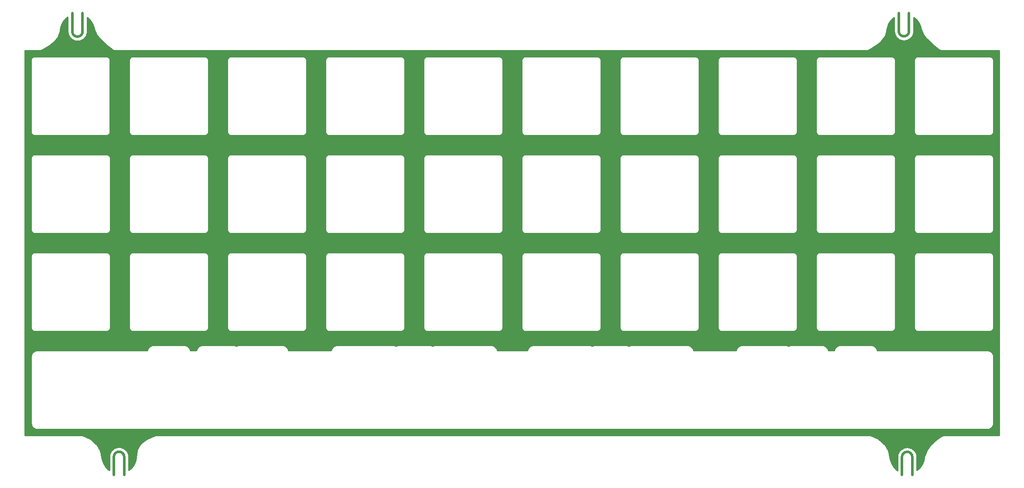
<source format=gbr>
G04 #@! TF.GenerationSoftware,KiCad,Pcbnew,(5.1.5-0-10_14)*
G04 #@! TF.CreationDate,2021-05-22T22:33:54+03:00*
G04 #@! TF.ProjectId,__ - Um_ FR4 Plates,bddb202d-2055-46d4-9d20-46523420506c,rev?*
G04 #@! TF.SameCoordinates,Original*
G04 #@! TF.FileFunction,Copper,L2,Bot*
G04 #@! TF.FilePolarity,Positive*
%FSLAX46Y46*%
G04 Gerber Fmt 4.6, Leading zero omitted, Abs format (unit mm)*
G04 Created by KiCad (PCBNEW (5.1.5-0-10_14)) date 2021-05-22 22:33:54*
%MOMM*%
%LPD*%
G04 APERTURE LIST*
%ADD10C,0.500000*%
%ADD11C,0.254000*%
G04 APERTURE END LIST*
D10*
X59620000Y-41370000D02*
X59620000Y-44905534D01*
X61620000Y-44905516D02*
X61620000Y-41370000D01*
X61620000Y-44905498D02*
G75*
G02X59620000Y-44905534I-1000000J-18D01*
G01*
X220070000Y-41300000D02*
X220070000Y-44835534D01*
X222070000Y-44835516D02*
X222070000Y-41300000D01*
X222070000Y-44835498D02*
G75*
G02X220070000Y-44835534I-1000000J-18D01*
G01*
X222700000Y-131190000D02*
X222700000Y-127654466D01*
X220700000Y-127654484D02*
X220700000Y-131190000D01*
X220700000Y-127654502D02*
G75*
G02X222700000Y-127654466I1000000J18D01*
G01*
X69690000Y-131160000D02*
X69690000Y-127624466D01*
X67690000Y-127624484D02*
X67690000Y-131160000D01*
X67690000Y-127624502D02*
G75*
G02X69690000Y-127624466I1000000J18D01*
G01*
D11*
G36*
X58735001Y-44949011D02*
G01*
X58739323Y-44992891D01*
X58739323Y-45005870D01*
X58740615Y-45018160D01*
X58762373Y-45212109D01*
X58779042Y-45290523D01*
X58794633Y-45369255D01*
X58798288Y-45381059D01*
X58857304Y-45567089D01*
X58888894Y-45640790D01*
X58919470Y-45714969D01*
X58925348Y-45725839D01*
X59019373Y-45896863D01*
X59064677Y-45963025D01*
X59109082Y-46029857D01*
X59116959Y-46039379D01*
X59242412Y-46188882D01*
X59299725Y-46245004D01*
X59356241Y-46301914D01*
X59365817Y-46309724D01*
X59517919Y-46432014D01*
X59585055Y-46475944D01*
X59651536Y-46520785D01*
X59662444Y-46526585D01*
X59662452Y-46526589D01*
X59835405Y-46617003D01*
X59909727Y-46647030D01*
X59983723Y-46678133D01*
X59995553Y-46681704D01*
X60182779Y-46736804D01*
X60261526Y-46751824D01*
X60340143Y-46767961D01*
X60352442Y-46769166D01*
X60546805Y-46786851D01*
X60626958Y-46786290D01*
X60707224Y-46786849D01*
X60719523Y-46785642D01*
X60913620Y-46765238D01*
X60992153Y-46749116D01*
X61070986Y-46734076D01*
X61082816Y-46730504D01*
X61269252Y-46672788D01*
X61343156Y-46641719D01*
X61417560Y-46611657D01*
X61428470Y-46605855D01*
X61600147Y-46513027D01*
X61666619Y-46468189D01*
X61733768Y-46424246D01*
X61743344Y-46416435D01*
X61893719Y-46292028D01*
X61950220Y-46235129D01*
X62007540Y-46178995D01*
X62015417Y-46169473D01*
X62138765Y-46018229D01*
X62183130Y-45951451D01*
X62228470Y-45885232D01*
X62234347Y-45874362D01*
X62325969Y-45702039D01*
X62356531Y-45627885D01*
X62388131Y-45554154D01*
X62391785Y-45542349D01*
X62448191Y-45355512D01*
X62463761Y-45276871D01*
X62480446Y-45198366D01*
X62481737Y-45186076D01*
X62500404Y-44995655D01*
X62505000Y-44948993D01*
X62505000Y-42205253D01*
X62777124Y-42404938D01*
X63214018Y-42881245D01*
X63550081Y-43433346D01*
X63779095Y-44058188D01*
X63831074Y-44300427D01*
X63833371Y-44326009D01*
X63861891Y-44423027D01*
X64202378Y-45265501D01*
X64220975Y-45316945D01*
X64245051Y-45356818D01*
X64266651Y-45398080D01*
X64300980Y-45440654D01*
X64936063Y-46291139D01*
X64947802Y-46311915D01*
X64976317Y-46345046D01*
X64982266Y-46353013D01*
X64998300Y-46370588D01*
X65013768Y-46388560D01*
X65020938Y-46395402D01*
X65050421Y-46427718D01*
X65069648Y-46441880D01*
X66054634Y-47381751D01*
X66077420Y-47403699D01*
X66078672Y-47404688D01*
X66079847Y-47405809D01*
X66105203Y-47425642D01*
X67407552Y-48454243D01*
X67454718Y-48492952D01*
X67490215Y-48511925D01*
X67524082Y-48533648D01*
X67549565Y-48543649D01*
X67573719Y-48556559D01*
X67612236Y-48568243D01*
X67649689Y-48582941D01*
X67676634Y-48587778D01*
X67702842Y-48595728D01*
X67742901Y-48599674D01*
X67782500Y-48606782D01*
X67843444Y-48605640D01*
X213780325Y-48605640D01*
X213791124Y-48607434D01*
X213847654Y-48605640D01*
X213870476Y-48605640D01*
X213881325Y-48604571D01*
X213925989Y-48603154D01*
X213948303Y-48597975D01*
X213971112Y-48595728D01*
X214013899Y-48582749D01*
X214057428Y-48572645D01*
X214078303Y-48563212D01*
X214100235Y-48556559D01*
X214139658Y-48535487D01*
X214149579Y-48531004D01*
X214169328Y-48519628D01*
X214219236Y-48492952D01*
X214227703Y-48486003D01*
X215462613Y-47774674D01*
X215477083Y-47769041D01*
X215520931Y-47741082D01*
X215536756Y-47731967D01*
X215549342Y-47722967D01*
X215562348Y-47714674D01*
X215576668Y-47703426D01*
X215619012Y-47673147D01*
X215629647Y-47661815D01*
X216586313Y-46910415D01*
X216629453Y-46879346D01*
X216662237Y-46844175D01*
X216696979Y-46810890D01*
X216727481Y-46767292D01*
X217318425Y-45993345D01*
X217331757Y-45980248D01*
X217359271Y-45939850D01*
X217368437Y-45927846D01*
X217378225Y-45912021D01*
X217407714Y-45868724D01*
X217413646Y-45854755D01*
X217421631Y-45841845D01*
X217439974Y-45792755D01*
X217447239Y-45775646D01*
X217451746Y-45761250D01*
X217468860Y-45715448D01*
X217471861Y-45696996D01*
X217734804Y-44857088D01*
X217755411Y-44758087D01*
X217755596Y-44737190D01*
X217851536Y-44077119D01*
X218066964Y-43467751D01*
X218396655Y-42911821D01*
X218828045Y-42430521D01*
X219185000Y-42162217D01*
X219185001Y-44879011D01*
X219189323Y-44922891D01*
X219189323Y-44935870D01*
X219190615Y-44948160D01*
X219212373Y-45142109D01*
X219229042Y-45220523D01*
X219244633Y-45299255D01*
X219248288Y-45311059D01*
X219307304Y-45497089D01*
X219338894Y-45570790D01*
X219369470Y-45644969D01*
X219375348Y-45655839D01*
X219469373Y-45826863D01*
X219514677Y-45893025D01*
X219559082Y-45959857D01*
X219566959Y-45969379D01*
X219692412Y-46118882D01*
X219749725Y-46175004D01*
X219806241Y-46231914D01*
X219815817Y-46239724D01*
X219967919Y-46362014D01*
X220035055Y-46405944D01*
X220101536Y-46450785D01*
X220112444Y-46456585D01*
X220112452Y-46456589D01*
X220285405Y-46547003D01*
X220359727Y-46577030D01*
X220433723Y-46608133D01*
X220445553Y-46611704D01*
X220632779Y-46666804D01*
X220711526Y-46681824D01*
X220790143Y-46697961D01*
X220802442Y-46699166D01*
X220996805Y-46716851D01*
X221076958Y-46716290D01*
X221157224Y-46716849D01*
X221169523Y-46715642D01*
X221363620Y-46695238D01*
X221442153Y-46679116D01*
X221520986Y-46664076D01*
X221532816Y-46660504D01*
X221719252Y-46602788D01*
X221793156Y-46571719D01*
X221867560Y-46541657D01*
X221878470Y-46535855D01*
X222050147Y-46443027D01*
X222116619Y-46398189D01*
X222183768Y-46354246D01*
X222193344Y-46346435D01*
X222343719Y-46222028D01*
X222400220Y-46165129D01*
X222457540Y-46108995D01*
X222465417Y-46099473D01*
X222588765Y-45948229D01*
X222633130Y-45881451D01*
X222678470Y-45815232D01*
X222684347Y-45804362D01*
X222775969Y-45632039D01*
X222806531Y-45557885D01*
X222838131Y-45484154D01*
X222841785Y-45472349D01*
X222898191Y-45285512D01*
X222913761Y-45206871D01*
X222930446Y-45128366D01*
X222931737Y-45116076D01*
X222950399Y-44925707D01*
X222955000Y-44878993D01*
X222955000Y-42168566D01*
X223277122Y-42404938D01*
X223714019Y-42881246D01*
X224050080Y-43433345D01*
X224279094Y-44058187D01*
X224331074Y-44300429D01*
X224333371Y-44326009D01*
X224361891Y-44423027D01*
X224702378Y-45265501D01*
X224720975Y-45316945D01*
X224745051Y-45356818D01*
X224766651Y-45398080D01*
X224800980Y-45440654D01*
X225436063Y-46291139D01*
X225447802Y-46311915D01*
X225476317Y-46345046D01*
X225482266Y-46353013D01*
X225498300Y-46370588D01*
X225513768Y-46388560D01*
X225520938Y-46395402D01*
X225550421Y-46427718D01*
X225569648Y-46441880D01*
X226554634Y-47381751D01*
X226577420Y-47403699D01*
X226578672Y-47404688D01*
X226579847Y-47405809D01*
X226605203Y-47425642D01*
X227907552Y-48454243D01*
X227954718Y-48492952D01*
X227990215Y-48511925D01*
X228024082Y-48533648D01*
X228049565Y-48543649D01*
X228073719Y-48556559D01*
X228112236Y-48568243D01*
X228149689Y-48582941D01*
X228176634Y-48587778D01*
X228202842Y-48595728D01*
X228242901Y-48599674D01*
X228282500Y-48606782D01*
X228343444Y-48605640D01*
X239578761Y-48605640D01*
X239578762Y-123435640D01*
X228921429Y-123435640D01*
X228893682Y-123432427D01*
X228854140Y-123435640D01*
X228848263Y-123435640D01*
X228820562Y-123438368D01*
X228759192Y-123443355D01*
X228753513Y-123444972D01*
X228747627Y-123445552D01*
X228688630Y-123463449D01*
X228629418Y-123480310D01*
X228624163Y-123483004D01*
X228618504Y-123484721D01*
X228564161Y-123513768D01*
X228539433Y-123526446D01*
X228534497Y-123529624D01*
X228499503Y-123548328D01*
X228477909Y-123566050D01*
X227435336Y-124237171D01*
X227413293Y-124247724D01*
X227378739Y-124273604D01*
X227370873Y-124278667D01*
X227351840Y-124293750D01*
X227332354Y-124308344D01*
X227325436Y-124314674D01*
X227291618Y-124341473D01*
X227275799Y-124360089D01*
X226414212Y-125148409D01*
X226383084Y-125172519D01*
X226342399Y-125219337D01*
X226301096Y-125265341D01*
X226281032Y-125299176D01*
X225626031Y-126222018D01*
X225603443Y-126248121D01*
X225570551Y-126305970D01*
X225537335Y-126364108D01*
X225526385Y-126396852D01*
X225038260Y-127493384D01*
X225006389Y-127589353D01*
X224998886Y-127649404D01*
X224897231Y-128348764D01*
X224681794Y-128958140D01*
X224352100Y-129514063D01*
X223920706Y-129995360D01*
X223585000Y-130247687D01*
X223585000Y-127610989D01*
X223580677Y-127567099D01*
X223580677Y-127554130D01*
X223579385Y-127541840D01*
X223557627Y-127347891D01*
X223540958Y-127269478D01*
X223525367Y-127190745D01*
X223521712Y-127178941D01*
X223462696Y-126992912D01*
X223431122Y-126919249D01*
X223400530Y-126845030D01*
X223394652Y-126834161D01*
X223300627Y-126663137D01*
X223255323Y-126596975D01*
X223210918Y-126530143D01*
X223203041Y-126520622D01*
X223077588Y-126371118D01*
X223020278Y-126314998D01*
X222963760Y-126258086D01*
X222954183Y-126250276D01*
X222802081Y-126127987D01*
X222735029Y-126084111D01*
X222668465Y-126039215D01*
X222657554Y-126033414D01*
X222484595Y-125942997D01*
X222410287Y-125912976D01*
X222336278Y-125881867D01*
X222324448Y-125878296D01*
X222137221Y-125823196D01*
X222058474Y-125808176D01*
X221979857Y-125792039D01*
X221967559Y-125790834D01*
X221773195Y-125773149D01*
X221693042Y-125773710D01*
X221612776Y-125773151D01*
X221600478Y-125774358D01*
X221406380Y-125794762D01*
X221327854Y-125810883D01*
X221249013Y-125825924D01*
X221237184Y-125829496D01*
X221050748Y-125887212D01*
X220976832Y-125918285D01*
X220902440Y-125948343D01*
X220891530Y-125954145D01*
X220719854Y-126046973D01*
X220653414Y-126091789D01*
X220586232Y-126135754D01*
X220576656Y-126143565D01*
X220426281Y-126267972D01*
X220369799Y-126324852D01*
X220312459Y-126381005D01*
X220304583Y-126390527D01*
X220181235Y-126541771D01*
X220136870Y-126608549D01*
X220091530Y-126674768D01*
X220085653Y-126685638D01*
X219994031Y-126857961D01*
X219963469Y-126932115D01*
X219931869Y-127005846D01*
X219928215Y-127017651D01*
X219871809Y-127204488D01*
X219856239Y-127283129D01*
X219839554Y-127361634D01*
X219838263Y-127373924D01*
X219819605Y-127564251D01*
X219815000Y-127611008D01*
X219815001Y-130272874D01*
X219471644Y-130020918D01*
X219034746Y-129544609D01*
X218698687Y-128992514D01*
X218469672Y-128367673D01*
X218409112Y-128085447D01*
X218128731Y-126760710D01*
X218128727Y-126760426D01*
X218114722Y-126694524D01*
X218107854Y-126662072D01*
X218107766Y-126661795D01*
X218100678Y-126628441D01*
X218087443Y-126597631D01*
X218077319Y-126565670D01*
X218060881Y-126535801D01*
X218060764Y-126535528D01*
X218043979Y-126505088D01*
X218012262Y-126447455D01*
X218012081Y-126447240D01*
X217430942Y-125393328D01*
X217424777Y-125376875D01*
X217398435Y-125334375D01*
X217390608Y-125320181D01*
X217380709Y-125305778D01*
X217353690Y-125262185D01*
X217342563Y-125250270D01*
X217333334Y-125236841D01*
X217296608Y-125201061D01*
X217284671Y-125188279D01*
X217272496Y-125177570D01*
X217236685Y-125142682D01*
X217221950Y-125133112D01*
X216248442Y-124276856D01*
X216206215Y-124237526D01*
X216169123Y-124214603D01*
X216133742Y-124189172D01*
X216081281Y-124165310D01*
X214744695Y-123510795D01*
X214695914Y-123484721D01*
X214651888Y-123471366D01*
X214608807Y-123455288D01*
X214587479Y-123451828D01*
X214566791Y-123445552D01*
X214521005Y-123441042D01*
X214475615Y-123433678D01*
X214420381Y-123435640D01*
X75904723Y-123435640D01*
X75860200Y-123432669D01*
X75804033Y-123439996D01*
X75747627Y-123445552D01*
X75737199Y-123448715D01*
X75726401Y-123450124D01*
X75672728Y-123468272D01*
X75618504Y-123484721D01*
X75579147Y-123505758D01*
X74182222Y-124136710D01*
X74137452Y-124153938D01*
X74092354Y-124182444D01*
X74046159Y-124209042D01*
X74010078Y-124240609D01*
X73016324Y-125014840D01*
X72990595Y-125030731D01*
X72963230Y-125056205D01*
X72960418Y-125058396D01*
X72938661Y-125079077D01*
X72891832Y-125122670D01*
X72889725Y-125125592D01*
X72887124Y-125128064D01*
X72850352Y-125180185D01*
X72832681Y-125204688D01*
X72830880Y-125207786D01*
X72809338Y-125238320D01*
X72797065Y-125265946D01*
X72253218Y-126201342D01*
X72232607Y-126230216D01*
X72205587Y-126290140D01*
X72178223Y-126350050D01*
X72177835Y-126351689D01*
X72177144Y-126353223D01*
X72162300Y-126417413D01*
X72147184Y-126481365D01*
X72145916Y-126516815D01*
X71999104Y-127647948D01*
X71897202Y-128348856D01*
X71681750Y-128958221D01*
X71352042Y-129514132D01*
X70920635Y-129995417D01*
X70575000Y-130255192D01*
X70575000Y-127580989D01*
X70570677Y-127537099D01*
X70570677Y-127524130D01*
X70569385Y-127511840D01*
X70547627Y-127317891D01*
X70530958Y-127239478D01*
X70515367Y-127160745D01*
X70511712Y-127148941D01*
X70452696Y-126962912D01*
X70421122Y-126889249D01*
X70390530Y-126815030D01*
X70384652Y-126804161D01*
X70290627Y-126633137D01*
X70245323Y-126566975D01*
X70200918Y-126500143D01*
X70193041Y-126490622D01*
X70067588Y-126341118D01*
X70010278Y-126284998D01*
X69953760Y-126228086D01*
X69944183Y-126220276D01*
X69792081Y-126097987D01*
X69725029Y-126054111D01*
X69658465Y-126009215D01*
X69647554Y-126003414D01*
X69474595Y-125912997D01*
X69400287Y-125882976D01*
X69326278Y-125851867D01*
X69314448Y-125848296D01*
X69127221Y-125793196D01*
X69048474Y-125778176D01*
X68969857Y-125762039D01*
X68957559Y-125760834D01*
X68763195Y-125743149D01*
X68683042Y-125743710D01*
X68602776Y-125743151D01*
X68590478Y-125744358D01*
X68396380Y-125764762D01*
X68317854Y-125780883D01*
X68239013Y-125795924D01*
X68227184Y-125799496D01*
X68040748Y-125857212D01*
X67966832Y-125888285D01*
X67892440Y-125918343D01*
X67881530Y-125924145D01*
X67709854Y-126016973D01*
X67643414Y-126061789D01*
X67576232Y-126105754D01*
X67566656Y-126113565D01*
X67416281Y-126237972D01*
X67359799Y-126294852D01*
X67302459Y-126351005D01*
X67294583Y-126360527D01*
X67171235Y-126511771D01*
X67126870Y-126578549D01*
X67081530Y-126644768D01*
X67075653Y-126655638D01*
X66984031Y-126827961D01*
X66953469Y-126902115D01*
X66921869Y-126975846D01*
X66918215Y-126987651D01*
X66861809Y-127174488D01*
X66846239Y-127253129D01*
X66829554Y-127331634D01*
X66828263Y-127343924D01*
X66809738Y-127532899D01*
X66805000Y-127581008D01*
X66805001Y-130265536D01*
X66471644Y-130020918D01*
X66034746Y-129544609D01*
X65698687Y-128992514D01*
X65469671Y-128367670D01*
X65409765Y-128088513D01*
X65138681Y-126751078D01*
X65138665Y-126749302D01*
X65125311Y-126685115D01*
X65118949Y-126653729D01*
X65118428Y-126652033D01*
X65111180Y-126617197D01*
X65098656Y-126587698D01*
X65089243Y-126557067D01*
X65072357Y-126525751D01*
X65071663Y-126524115D01*
X65056292Y-126495955D01*
X65025204Y-126438299D01*
X65024074Y-126436932D01*
X64443950Y-125374148D01*
X64436649Y-125354923D01*
X64411691Y-125315051D01*
X64405359Y-125303450D01*
X64393859Y-125286563D01*
X64365057Y-125240548D01*
X64355926Y-125230857D01*
X64348442Y-125219866D01*
X64309760Y-125181857D01*
X64295712Y-125166947D01*
X64285727Y-125158243D01*
X64252196Y-125125295D01*
X64235005Y-125114026D01*
X63254252Y-124259046D01*
X63209842Y-124218611D01*
X63174524Y-124197333D01*
X63140953Y-124173426D01*
X63086232Y-124148827D01*
X61741274Y-123508967D01*
X61695914Y-123484721D01*
X61648174Y-123470239D01*
X61601271Y-123453337D01*
X61583755Y-123450698D01*
X61566791Y-123445552D01*
X61517148Y-123440663D01*
X61467844Y-123433234D01*
X61416491Y-123435640D01*
X50448761Y-123435640D01*
X50448761Y-121150994D01*
X51626983Y-121150994D01*
X51629835Y-121179948D01*
X51629814Y-121182921D01*
X51630747Y-121192440D01*
X51635807Y-121240581D01*
X51636895Y-121251630D01*
X51637007Y-121251998D01*
X51640947Y-121289488D01*
X51653438Y-121350338D01*
X51665065Y-121411290D01*
X51667828Y-121420444D01*
X51667830Y-121420450D01*
X51696685Y-121513665D01*
X51720737Y-121570881D01*
X51744003Y-121628467D01*
X51748493Y-121636912D01*
X51794906Y-121722749D01*
X51829621Y-121774215D01*
X51863619Y-121826169D01*
X51869663Y-121833580D01*
X51931865Y-121908769D01*
X51975913Y-121952510D01*
X52019352Y-121996870D01*
X52026722Y-122002966D01*
X52026727Y-122002971D01*
X52026733Y-122002975D01*
X52102343Y-122064642D01*
X52154024Y-122098980D01*
X52205289Y-122134081D01*
X52213702Y-122138630D01*
X52299863Y-122184442D01*
X52357279Y-122208106D01*
X52414322Y-122232556D01*
X52423458Y-122235384D01*
X52516876Y-122263589D01*
X52577796Y-122275651D01*
X52638513Y-122288557D01*
X52648025Y-122289557D01*
X52745142Y-122299079D01*
X52745146Y-122299079D01*
X52778336Y-122302348D01*
X84832627Y-122302348D01*
X84836888Y-122302714D01*
X84866207Y-122302348D01*
X84895630Y-122302348D01*
X84897194Y-122302194D01*
X86115793Y-122302344D01*
X86115836Y-122302348D01*
X86150506Y-122302348D01*
X86183046Y-122302352D01*
X86183087Y-122302348D01*
X237295630Y-122302348D01*
X237324584Y-122299496D01*
X237327556Y-122299517D01*
X237337075Y-122298584D01*
X237385201Y-122293526D01*
X237396266Y-122292436D01*
X237396635Y-122292324D01*
X237434123Y-122288384D01*
X237494973Y-122275893D01*
X237555925Y-122264266D01*
X237565079Y-122261503D01*
X237565085Y-122261501D01*
X237658300Y-122232646D01*
X237715516Y-122208594D01*
X237773102Y-122185328D01*
X237781547Y-122180838D01*
X237867384Y-122134425D01*
X237918850Y-122099710D01*
X237970804Y-122065712D01*
X237978215Y-122059668D01*
X238053404Y-121997466D01*
X238097145Y-121953418D01*
X238141505Y-121909979D01*
X238147601Y-121902609D01*
X238147606Y-121902604D01*
X238147610Y-121902598D01*
X238209277Y-121826988D01*
X238243615Y-121775307D01*
X238278716Y-121724042D01*
X238283265Y-121715629D01*
X238329077Y-121629468D01*
X238352741Y-121572052D01*
X238377191Y-121515009D01*
X238380019Y-121505873D01*
X238408224Y-121412455D01*
X238420286Y-121351535D01*
X238433192Y-121290818D01*
X238434192Y-121281306D01*
X238443714Y-121184189D01*
X238443714Y-121184185D01*
X238446983Y-121150995D01*
X238446983Y-108083701D01*
X238444131Y-108054747D01*
X238444152Y-108051775D01*
X238443219Y-108042257D01*
X238438162Y-107994138D01*
X238437071Y-107983065D01*
X238436959Y-107982696D01*
X238433019Y-107945208D01*
X238420530Y-107884365D01*
X238408901Y-107823406D01*
X238406137Y-107814250D01*
X238377281Y-107721031D01*
X238353215Y-107663782D01*
X238329962Y-107606229D01*
X238325472Y-107597784D01*
X238279060Y-107511946D01*
X238244333Y-107460463D01*
X238210347Y-107408527D01*
X238204303Y-107401115D01*
X238142101Y-107325927D01*
X238098034Y-107282166D01*
X238054613Y-107237826D01*
X238047244Y-107231729D01*
X237971623Y-107170054D01*
X237919942Y-107135716D01*
X237868677Y-107100615D01*
X237860264Y-107096066D01*
X237774103Y-107050254D01*
X237716687Y-107026590D01*
X237659644Y-107002140D01*
X237650508Y-106999312D01*
X237557090Y-106971107D01*
X237496178Y-106959046D01*
X237435454Y-106946139D01*
X237425942Y-106945139D01*
X237328824Y-106935617D01*
X237328820Y-106935617D01*
X237295630Y-106932348D01*
X215880379Y-106932348D01*
X215870530Y-106884365D01*
X215858901Y-106823406D01*
X215856137Y-106814250D01*
X215827281Y-106721031D01*
X215803215Y-106663782D01*
X215779962Y-106606229D01*
X215775472Y-106597784D01*
X215729060Y-106511946D01*
X215694333Y-106460463D01*
X215660347Y-106408527D01*
X215654303Y-106401115D01*
X215592101Y-106325927D01*
X215548034Y-106282166D01*
X215504613Y-106237826D01*
X215497244Y-106231729D01*
X215421623Y-106170054D01*
X215369942Y-106135716D01*
X215318677Y-106100615D01*
X215310264Y-106096066D01*
X215224103Y-106050254D01*
X215166687Y-106026590D01*
X215109644Y-106002140D01*
X215100508Y-105999312D01*
X215007090Y-105971107D01*
X214946178Y-105959046D01*
X214885454Y-105946139D01*
X214875942Y-105945139D01*
X214778824Y-105935617D01*
X214778820Y-105935617D01*
X214745630Y-105932348D01*
X208678336Y-105932348D01*
X208649382Y-105935200D01*
X208646410Y-105935179D01*
X208636892Y-105936112D01*
X208588773Y-105941169D01*
X208577700Y-105942260D01*
X208577331Y-105942372D01*
X208539843Y-105946312D01*
X208479000Y-105958801D01*
X208418041Y-105970430D01*
X208408885Y-105973194D01*
X208315666Y-106002050D01*
X208258417Y-106026116D01*
X208200864Y-106049369D01*
X208192419Y-106053859D01*
X208106581Y-106100271D01*
X208055098Y-106134998D01*
X208003162Y-106168984D01*
X207995750Y-106175028D01*
X207920562Y-106237230D01*
X207876801Y-106281297D01*
X207832461Y-106324718D01*
X207826364Y-106332087D01*
X207764689Y-106407708D01*
X207730351Y-106459389D01*
X207695250Y-106510654D01*
X207690701Y-106519067D01*
X207644889Y-106605228D01*
X207621225Y-106662644D01*
X207596775Y-106719687D01*
X207593947Y-106728823D01*
X207565742Y-106822241D01*
X207553681Y-106883153D01*
X207543225Y-106932348D01*
X206355379Y-106932348D01*
X206345530Y-106884365D01*
X206333901Y-106823406D01*
X206331137Y-106814250D01*
X206302281Y-106721031D01*
X206278215Y-106663782D01*
X206254962Y-106606229D01*
X206250472Y-106597784D01*
X206204060Y-106511946D01*
X206169333Y-106460463D01*
X206135347Y-106408527D01*
X206129303Y-106401115D01*
X206067101Y-106325927D01*
X206023034Y-106282166D01*
X205979613Y-106237826D01*
X205972244Y-106231729D01*
X205896623Y-106170054D01*
X205844942Y-106135716D01*
X205793677Y-106100615D01*
X205785264Y-106096066D01*
X205699103Y-106050254D01*
X205641687Y-106026590D01*
X205584644Y-106002140D01*
X205575508Y-105999312D01*
X205482090Y-105971107D01*
X205421178Y-105959046D01*
X205360454Y-105946139D01*
X205350942Y-105945139D01*
X205253824Y-105935617D01*
X205253820Y-105935617D01*
X205220630Y-105932348D01*
X199153336Y-105932348D01*
X199124382Y-105935200D01*
X199121410Y-105935179D01*
X199111892Y-105936112D01*
X199063773Y-105941169D01*
X199052700Y-105942260D01*
X199052331Y-105942372D01*
X199014843Y-105946312D01*
X198954000Y-105958801D01*
X198893041Y-105970430D01*
X198883885Y-105973194D01*
X198790666Y-106002050D01*
X198733417Y-106026116D01*
X198675864Y-106049369D01*
X198667419Y-106053859D01*
X198630959Y-106073572D01*
X198587103Y-106050254D01*
X198529687Y-106026590D01*
X198472644Y-106002140D01*
X198463508Y-105999312D01*
X198370090Y-105971107D01*
X198309178Y-105959046D01*
X198248454Y-105946139D01*
X198238942Y-105945139D01*
X198141824Y-105935617D01*
X198141820Y-105935617D01*
X198108630Y-105932348D01*
X189628336Y-105932348D01*
X189599382Y-105935200D01*
X189596410Y-105935179D01*
X189586892Y-105936112D01*
X189538773Y-105941169D01*
X189527700Y-105942260D01*
X189527331Y-105942372D01*
X189489843Y-105946312D01*
X189429000Y-105958801D01*
X189368041Y-105970430D01*
X189358885Y-105973194D01*
X189265666Y-106002050D01*
X189208417Y-106026116D01*
X189150864Y-106049369D01*
X189142419Y-106053859D01*
X189056581Y-106100271D01*
X189005098Y-106134998D01*
X188953162Y-106168984D01*
X188945750Y-106175028D01*
X188870562Y-106237230D01*
X188826801Y-106281297D01*
X188782461Y-106324718D01*
X188776364Y-106332087D01*
X188714689Y-106407708D01*
X188680351Y-106459389D01*
X188645250Y-106510654D01*
X188640701Y-106519067D01*
X188594889Y-106605228D01*
X188571225Y-106662644D01*
X188546775Y-106719687D01*
X188543947Y-106728823D01*
X188515742Y-106822241D01*
X188503681Y-106883153D01*
X188493225Y-106932348D01*
X180193379Y-106932348D01*
X180183530Y-106884365D01*
X180171901Y-106823406D01*
X180169137Y-106814250D01*
X180140281Y-106721031D01*
X180116215Y-106663782D01*
X180092962Y-106606229D01*
X180088472Y-106597784D01*
X180042060Y-106511946D01*
X180007333Y-106460463D01*
X179973347Y-106408527D01*
X179967303Y-106401115D01*
X179905101Y-106325927D01*
X179861034Y-106282166D01*
X179817613Y-106237826D01*
X179810244Y-106231729D01*
X179734623Y-106170054D01*
X179682942Y-106135716D01*
X179631677Y-106100615D01*
X179623264Y-106096066D01*
X179537103Y-106050254D01*
X179479687Y-106026590D01*
X179422644Y-106002140D01*
X179413508Y-105999312D01*
X179320090Y-105971107D01*
X179259178Y-105959046D01*
X179198454Y-105946139D01*
X179188942Y-105945139D01*
X179091824Y-105935617D01*
X179091820Y-105935617D01*
X179058630Y-105932348D01*
X168165336Y-105932348D01*
X168136382Y-105935200D01*
X168133410Y-105935179D01*
X168123892Y-105936112D01*
X168075773Y-105941169D01*
X168064700Y-105942260D01*
X168064331Y-105942372D01*
X168026843Y-105946312D01*
X167966000Y-105958801D01*
X167905041Y-105970430D01*
X167895885Y-105973194D01*
X167802666Y-106002050D01*
X167745417Y-106026116D01*
X167687864Y-106049369D01*
X167679419Y-106053859D01*
X167642959Y-106073572D01*
X167599103Y-106050254D01*
X167541687Y-106026590D01*
X167484644Y-106002140D01*
X167475508Y-105999312D01*
X167382090Y-105971107D01*
X167321178Y-105959046D01*
X167260454Y-105946139D01*
X167250942Y-105945139D01*
X167153824Y-105935617D01*
X167153820Y-105935617D01*
X167120630Y-105932348D01*
X161053336Y-105932348D01*
X161024382Y-105935200D01*
X161021410Y-105935179D01*
X161011892Y-105936112D01*
X160963773Y-105941169D01*
X160952700Y-105942260D01*
X160952331Y-105942372D01*
X160914843Y-105946312D01*
X160854000Y-105958801D01*
X160793041Y-105970430D01*
X160783885Y-105973194D01*
X160690666Y-106002050D01*
X160633417Y-106026116D01*
X160575864Y-106049369D01*
X160567419Y-106053859D01*
X160530959Y-106073572D01*
X160487103Y-106050254D01*
X160429687Y-106026590D01*
X160372644Y-106002140D01*
X160363508Y-105999312D01*
X160270090Y-105971107D01*
X160209178Y-105959046D01*
X160148454Y-105946139D01*
X160138942Y-105945139D01*
X160041824Y-105935617D01*
X160041820Y-105935617D01*
X160008630Y-105932348D01*
X149115336Y-105932348D01*
X149086382Y-105935200D01*
X149083410Y-105935179D01*
X149073892Y-105936112D01*
X149025773Y-105941169D01*
X149014700Y-105942260D01*
X149014331Y-105942372D01*
X148976843Y-105946312D01*
X148916000Y-105958801D01*
X148855041Y-105970430D01*
X148845885Y-105973194D01*
X148752666Y-106002050D01*
X148695417Y-106026116D01*
X148637864Y-106049369D01*
X148629419Y-106053859D01*
X148543581Y-106100271D01*
X148492098Y-106134998D01*
X148440162Y-106168984D01*
X148432750Y-106175028D01*
X148357562Y-106237230D01*
X148313801Y-106281297D01*
X148269461Y-106324718D01*
X148263364Y-106332087D01*
X148201689Y-106407708D01*
X148167351Y-106459389D01*
X148132250Y-106510654D01*
X148127701Y-106519067D01*
X148081889Y-106605228D01*
X148058225Y-106662644D01*
X148033775Y-106719687D01*
X148030947Y-106728823D01*
X148002742Y-106822241D01*
X147990681Y-106883153D01*
X147980225Y-106932348D01*
X142093379Y-106932348D01*
X142083530Y-106884365D01*
X142071901Y-106823406D01*
X142069137Y-106814250D01*
X142040281Y-106721031D01*
X142016215Y-106663782D01*
X141992962Y-106606229D01*
X141988472Y-106597784D01*
X141942060Y-106511946D01*
X141907333Y-106460463D01*
X141873347Y-106408527D01*
X141867303Y-106401115D01*
X141805101Y-106325927D01*
X141761034Y-106282166D01*
X141717613Y-106237826D01*
X141710244Y-106231729D01*
X141634623Y-106170054D01*
X141582942Y-106135716D01*
X141531677Y-106100615D01*
X141523264Y-106096066D01*
X141437103Y-106050254D01*
X141379687Y-106026590D01*
X141322644Y-106002140D01*
X141313508Y-105999312D01*
X141220090Y-105971107D01*
X141159178Y-105959046D01*
X141098454Y-105946139D01*
X141088942Y-105945139D01*
X140991824Y-105935617D01*
X140991820Y-105935617D01*
X140958630Y-105932348D01*
X130065336Y-105932348D01*
X130036382Y-105935200D01*
X130033410Y-105935179D01*
X130023892Y-105936112D01*
X129975773Y-105941169D01*
X129964700Y-105942260D01*
X129964331Y-105942372D01*
X129926843Y-105946312D01*
X129866000Y-105958801D01*
X129805041Y-105970430D01*
X129795885Y-105973194D01*
X129702666Y-106002050D01*
X129645417Y-106026116D01*
X129587864Y-106049369D01*
X129579419Y-106053859D01*
X129542959Y-106073572D01*
X129499103Y-106050254D01*
X129441687Y-106026590D01*
X129384644Y-106002140D01*
X129375508Y-105999312D01*
X129282090Y-105971107D01*
X129221178Y-105959046D01*
X129160454Y-105946139D01*
X129150942Y-105945139D01*
X129053824Y-105935617D01*
X129053820Y-105935617D01*
X129020630Y-105932348D01*
X122953336Y-105932348D01*
X122924382Y-105935200D01*
X122921410Y-105935179D01*
X122911892Y-105936112D01*
X122863773Y-105941169D01*
X122852700Y-105942260D01*
X122852331Y-105942372D01*
X122814843Y-105946312D01*
X122754000Y-105958801D01*
X122693041Y-105970430D01*
X122683885Y-105973194D01*
X122590666Y-106002050D01*
X122533417Y-106026116D01*
X122475864Y-106049369D01*
X122467419Y-106053859D01*
X122430959Y-106073572D01*
X122387103Y-106050254D01*
X122329687Y-106026590D01*
X122272644Y-106002140D01*
X122263508Y-105999312D01*
X122170090Y-105971107D01*
X122109178Y-105959046D01*
X122048454Y-105946139D01*
X122038942Y-105945139D01*
X121941824Y-105935617D01*
X121941820Y-105935617D01*
X121908630Y-105932348D01*
X111015336Y-105932348D01*
X110986382Y-105935200D01*
X110983410Y-105935179D01*
X110973892Y-105936112D01*
X110925773Y-105941169D01*
X110914700Y-105942260D01*
X110914331Y-105942372D01*
X110876843Y-105946312D01*
X110816000Y-105958801D01*
X110755041Y-105970430D01*
X110745885Y-105973194D01*
X110652666Y-106002050D01*
X110595417Y-106026116D01*
X110537864Y-106049369D01*
X110529419Y-106053859D01*
X110443581Y-106100271D01*
X110392098Y-106134998D01*
X110340162Y-106168984D01*
X110332750Y-106175028D01*
X110257562Y-106237230D01*
X110213801Y-106281297D01*
X110169461Y-106324718D01*
X110163364Y-106332087D01*
X110101689Y-106407708D01*
X110067351Y-106459389D01*
X110032250Y-106510654D01*
X110027701Y-106519067D01*
X109981889Y-106605228D01*
X109958225Y-106662644D01*
X109933775Y-106719687D01*
X109930947Y-106728823D01*
X109902742Y-106822241D01*
X109890681Y-106883153D01*
X109880225Y-106932348D01*
X101580379Y-106932348D01*
X101570530Y-106884365D01*
X101558901Y-106823406D01*
X101556137Y-106814250D01*
X101527281Y-106721031D01*
X101503215Y-106663782D01*
X101479962Y-106606229D01*
X101475472Y-106597784D01*
X101429060Y-106511946D01*
X101394333Y-106460463D01*
X101360347Y-106408527D01*
X101354303Y-106401115D01*
X101292101Y-106325927D01*
X101248034Y-106282166D01*
X101204613Y-106237826D01*
X101197244Y-106231729D01*
X101121623Y-106170054D01*
X101069942Y-106135716D01*
X101018677Y-106100615D01*
X101010264Y-106096066D01*
X100924103Y-106050254D01*
X100866687Y-106026590D01*
X100809644Y-106002140D01*
X100800508Y-105999312D01*
X100707090Y-105971107D01*
X100646178Y-105959046D01*
X100585454Y-105946139D01*
X100575942Y-105945139D01*
X100478824Y-105935617D01*
X100478820Y-105935617D01*
X100445630Y-105932348D01*
X91965336Y-105932348D01*
X91936382Y-105935200D01*
X91933410Y-105935179D01*
X91923892Y-105936112D01*
X91875773Y-105941169D01*
X91864700Y-105942260D01*
X91864331Y-105942372D01*
X91826843Y-105946312D01*
X91766000Y-105958801D01*
X91705041Y-105970430D01*
X91695885Y-105973194D01*
X91602666Y-106002050D01*
X91545417Y-106026116D01*
X91487864Y-106049369D01*
X91479419Y-106053859D01*
X91442959Y-106073572D01*
X91399103Y-106050254D01*
X91341687Y-106026590D01*
X91284644Y-106002140D01*
X91275508Y-105999312D01*
X91182090Y-105971107D01*
X91121178Y-105959046D01*
X91060454Y-105946139D01*
X91050942Y-105945139D01*
X90953824Y-105935617D01*
X90953820Y-105935617D01*
X90920630Y-105932348D01*
X84853336Y-105932348D01*
X84824382Y-105935200D01*
X84821410Y-105935179D01*
X84811892Y-105936112D01*
X84763773Y-105941169D01*
X84752700Y-105942260D01*
X84752331Y-105942372D01*
X84714843Y-105946312D01*
X84654000Y-105958801D01*
X84593041Y-105970430D01*
X84583885Y-105973194D01*
X84490666Y-106002050D01*
X84433417Y-106026116D01*
X84375864Y-106049369D01*
X84367419Y-106053859D01*
X84281581Y-106100271D01*
X84230098Y-106134998D01*
X84178162Y-106168984D01*
X84170750Y-106175028D01*
X84095562Y-106237230D01*
X84051801Y-106281297D01*
X84007461Y-106324718D01*
X84001364Y-106332087D01*
X83939689Y-106407708D01*
X83905351Y-106459389D01*
X83870250Y-106510654D01*
X83865701Y-106519067D01*
X83819889Y-106605228D01*
X83796225Y-106662644D01*
X83771775Y-106719687D01*
X83768947Y-106728823D01*
X83740742Y-106822241D01*
X83728681Y-106883153D01*
X83718225Y-106932348D01*
X82530379Y-106932348D01*
X82520530Y-106884365D01*
X82508901Y-106823406D01*
X82506137Y-106814250D01*
X82477281Y-106721031D01*
X82453215Y-106663782D01*
X82429962Y-106606229D01*
X82425472Y-106597784D01*
X82379060Y-106511946D01*
X82344333Y-106460463D01*
X82310347Y-106408527D01*
X82304303Y-106401115D01*
X82242101Y-106325927D01*
X82198034Y-106282166D01*
X82154613Y-106237826D01*
X82147244Y-106231729D01*
X82071623Y-106170054D01*
X82019942Y-106135716D01*
X81968677Y-106100615D01*
X81960264Y-106096066D01*
X81874103Y-106050254D01*
X81816687Y-106026590D01*
X81759644Y-106002140D01*
X81750508Y-105999312D01*
X81657090Y-105971107D01*
X81596178Y-105959046D01*
X81535454Y-105946139D01*
X81525942Y-105945139D01*
X81428824Y-105935617D01*
X81428820Y-105935617D01*
X81395630Y-105932348D01*
X75328336Y-105932348D01*
X75299382Y-105935200D01*
X75296410Y-105935179D01*
X75286892Y-105936112D01*
X75238773Y-105941169D01*
X75227700Y-105942260D01*
X75227331Y-105942372D01*
X75189843Y-105946312D01*
X75129000Y-105958801D01*
X75068041Y-105970430D01*
X75058885Y-105973194D01*
X74965666Y-106002050D01*
X74908417Y-106026116D01*
X74850864Y-106049369D01*
X74842419Y-106053859D01*
X74756581Y-106100271D01*
X74705098Y-106134998D01*
X74653162Y-106168984D01*
X74645750Y-106175028D01*
X74570562Y-106237230D01*
X74526801Y-106281297D01*
X74482461Y-106324718D01*
X74476364Y-106332087D01*
X74414689Y-106407708D01*
X74380351Y-106459389D01*
X74345250Y-106510654D01*
X74340701Y-106519067D01*
X74294889Y-106605228D01*
X74271225Y-106662644D01*
X74246775Y-106719687D01*
X74243947Y-106728823D01*
X74215742Y-106822241D01*
X74203681Y-106883153D01*
X74193225Y-106932348D01*
X52778336Y-106932348D01*
X52749382Y-106935200D01*
X52746410Y-106935179D01*
X52736892Y-106936112D01*
X52688773Y-106941169D01*
X52677700Y-106942260D01*
X52677331Y-106942372D01*
X52639843Y-106946312D01*
X52579000Y-106958801D01*
X52518041Y-106970430D01*
X52508885Y-106973194D01*
X52415666Y-107002050D01*
X52358417Y-107026116D01*
X52300864Y-107049369D01*
X52292419Y-107053859D01*
X52206581Y-107100271D01*
X52155098Y-107134998D01*
X52103162Y-107168984D01*
X52095750Y-107175028D01*
X52020562Y-107237230D01*
X51976801Y-107281297D01*
X51932461Y-107324718D01*
X51926364Y-107332087D01*
X51864689Y-107407708D01*
X51830351Y-107459389D01*
X51795250Y-107510654D01*
X51790701Y-107519067D01*
X51744889Y-107605228D01*
X51721225Y-107662644D01*
X51696775Y-107719687D01*
X51693947Y-107728823D01*
X51665742Y-107822241D01*
X51653681Y-107883153D01*
X51640774Y-107943877D01*
X51639774Y-107953389D01*
X51630252Y-108050507D01*
X51630252Y-108050521D01*
X51626984Y-108083701D01*
X51626983Y-121150994D01*
X50448761Y-121150994D01*
X50448761Y-102543646D01*
X51605000Y-102543646D01*
X51607821Y-102572287D01*
X51607820Y-102572430D01*
X51608753Y-102581948D01*
X51609063Y-102584900D01*
X51614912Y-102644282D01*
X51630498Y-102695664D01*
X51633898Y-102713481D01*
X51636662Y-102722637D01*
X51639549Y-102731959D01*
X51646587Y-102748699D01*
X51654081Y-102773405D01*
X51666983Y-102797543D01*
X51686848Y-102846715D01*
X51691337Y-102855159D01*
X51695978Y-102863743D01*
X51730699Y-102915222D01*
X51764693Y-102967173D01*
X51770738Y-102974585D01*
X51776957Y-102982103D01*
X51821015Y-103025857D01*
X51864476Y-103070234D01*
X51871845Y-103076330D01*
X51879408Y-103082497D01*
X51931108Y-103116844D01*
X51982340Y-103151922D01*
X51990753Y-103156471D01*
X51999369Y-103161052D01*
X52051759Y-103182645D01*
X52076594Y-103195919D01*
X52098230Y-103202482D01*
X52113792Y-103209153D01*
X52122928Y-103211981D01*
X52122966Y-103211992D01*
X52122972Y-103211995D01*
X52122979Y-103211996D01*
X52132270Y-103214803D01*
X52151216Y-103218555D01*
X52205717Y-103235088D01*
X52262636Y-103240694D01*
X52263409Y-103240775D01*
X52263412Y-103240776D01*
X52263414Y-103240776D01*
X52263462Y-103240781D01*
X52273175Y-103241733D01*
X52273183Y-103241733D01*
X52306353Y-103245000D01*
X66273647Y-103245000D01*
X66302288Y-103242179D01*
X66302430Y-103242180D01*
X66311948Y-103241247D01*
X66314885Y-103240938D01*
X66374283Y-103235088D01*
X66425666Y-103219501D01*
X66443481Y-103216102D01*
X66452637Y-103213338D01*
X66461959Y-103210451D01*
X66478697Y-103203415D01*
X66503406Y-103195919D01*
X66527547Y-103183015D01*
X66576715Y-103163152D01*
X66585159Y-103158663D01*
X66593743Y-103154022D01*
X66645222Y-103119301D01*
X66697173Y-103085307D01*
X66704585Y-103079262D01*
X66712103Y-103073043D01*
X66755857Y-103028985D01*
X66800234Y-102985524D01*
X66806330Y-102978155D01*
X66812497Y-102970592D01*
X66846844Y-102918892D01*
X66881922Y-102867660D01*
X66886471Y-102859247D01*
X66891052Y-102850631D01*
X66912645Y-102798241D01*
X66925919Y-102773406D01*
X66932482Y-102751770D01*
X66939153Y-102736208D01*
X66941981Y-102727072D01*
X66941992Y-102727034D01*
X66941995Y-102727028D01*
X66941996Y-102727021D01*
X66944803Y-102717730D01*
X66948555Y-102698784D01*
X66965088Y-102644283D01*
X66970694Y-102587364D01*
X66970781Y-102586538D01*
X66971733Y-102576825D01*
X66971733Y-102576817D01*
X66975000Y-102543647D01*
X66975000Y-102543646D01*
X70655000Y-102543646D01*
X70657821Y-102572287D01*
X70657820Y-102572430D01*
X70658753Y-102581948D01*
X70659063Y-102584900D01*
X70664912Y-102644282D01*
X70680498Y-102695664D01*
X70683898Y-102713481D01*
X70686662Y-102722637D01*
X70689549Y-102731959D01*
X70696587Y-102748699D01*
X70704081Y-102773405D01*
X70716983Y-102797543D01*
X70736848Y-102846715D01*
X70741337Y-102855159D01*
X70745978Y-102863743D01*
X70780699Y-102915222D01*
X70814693Y-102967173D01*
X70820738Y-102974585D01*
X70826957Y-102982103D01*
X70871015Y-103025857D01*
X70914476Y-103070234D01*
X70921845Y-103076330D01*
X70929408Y-103082497D01*
X70981108Y-103116844D01*
X71032340Y-103151922D01*
X71040753Y-103156471D01*
X71049369Y-103161052D01*
X71101759Y-103182645D01*
X71126594Y-103195919D01*
X71148230Y-103202482D01*
X71163792Y-103209153D01*
X71172928Y-103211981D01*
X71172966Y-103211992D01*
X71172972Y-103211995D01*
X71172979Y-103211996D01*
X71182270Y-103214803D01*
X71201216Y-103218555D01*
X71255717Y-103235088D01*
X71312636Y-103240694D01*
X71313409Y-103240775D01*
X71313412Y-103240776D01*
X71313414Y-103240776D01*
X71313462Y-103240781D01*
X71323175Y-103241733D01*
X71323183Y-103241733D01*
X71356353Y-103245000D01*
X85323647Y-103245000D01*
X85352288Y-103242179D01*
X85352430Y-103242180D01*
X85361948Y-103241247D01*
X85364885Y-103240938D01*
X85424283Y-103235088D01*
X85475666Y-103219501D01*
X85493481Y-103216102D01*
X85502637Y-103213338D01*
X85511959Y-103210451D01*
X85528697Y-103203415D01*
X85553406Y-103195919D01*
X85577547Y-103183015D01*
X85626715Y-103163152D01*
X85635159Y-103158663D01*
X85643743Y-103154022D01*
X85695222Y-103119301D01*
X85747173Y-103085307D01*
X85754585Y-103079262D01*
X85762103Y-103073043D01*
X85805857Y-103028985D01*
X85850234Y-102985524D01*
X85856330Y-102978155D01*
X85862497Y-102970592D01*
X85896844Y-102918892D01*
X85931922Y-102867660D01*
X85936471Y-102859247D01*
X85941052Y-102850631D01*
X85962645Y-102798241D01*
X85975919Y-102773406D01*
X85982482Y-102751770D01*
X85989153Y-102736208D01*
X85991981Y-102727072D01*
X85991992Y-102727034D01*
X85991995Y-102727028D01*
X85991996Y-102727021D01*
X85994803Y-102717730D01*
X85998555Y-102698784D01*
X86015088Y-102644283D01*
X86020694Y-102587364D01*
X86020781Y-102586538D01*
X86021733Y-102576825D01*
X86021733Y-102576817D01*
X86025000Y-102543647D01*
X86025000Y-102543646D01*
X89705000Y-102543646D01*
X89707821Y-102572287D01*
X89707820Y-102572430D01*
X89708753Y-102581948D01*
X89709063Y-102584900D01*
X89714912Y-102644282D01*
X89730498Y-102695664D01*
X89733898Y-102713481D01*
X89736662Y-102722637D01*
X89739549Y-102731959D01*
X89746587Y-102748699D01*
X89754081Y-102773405D01*
X89766983Y-102797543D01*
X89786848Y-102846715D01*
X89791337Y-102855159D01*
X89795978Y-102863743D01*
X89830699Y-102915222D01*
X89864693Y-102967173D01*
X89870738Y-102974585D01*
X89876957Y-102982103D01*
X89921015Y-103025857D01*
X89964476Y-103070234D01*
X89971845Y-103076330D01*
X89979408Y-103082497D01*
X90031108Y-103116844D01*
X90082340Y-103151922D01*
X90090753Y-103156471D01*
X90099369Y-103161052D01*
X90151759Y-103182645D01*
X90176594Y-103195919D01*
X90198230Y-103202482D01*
X90213792Y-103209153D01*
X90222928Y-103211981D01*
X90222966Y-103211992D01*
X90222972Y-103211995D01*
X90222979Y-103211996D01*
X90232270Y-103214803D01*
X90251216Y-103218555D01*
X90305717Y-103235088D01*
X90362636Y-103240694D01*
X90363409Y-103240775D01*
X90363412Y-103240776D01*
X90363414Y-103240776D01*
X90363462Y-103240781D01*
X90373175Y-103241733D01*
X90373183Y-103241733D01*
X90406353Y-103245000D01*
X104373647Y-103245000D01*
X104402288Y-103242179D01*
X104402430Y-103242180D01*
X104411948Y-103241247D01*
X104414885Y-103240938D01*
X104474283Y-103235088D01*
X104525666Y-103219501D01*
X104543481Y-103216102D01*
X104552637Y-103213338D01*
X104561959Y-103210451D01*
X104578697Y-103203415D01*
X104603406Y-103195919D01*
X104627547Y-103183015D01*
X104676715Y-103163152D01*
X104685159Y-103158663D01*
X104693743Y-103154022D01*
X104745222Y-103119301D01*
X104797173Y-103085307D01*
X104804585Y-103079262D01*
X104812103Y-103073043D01*
X104855857Y-103028985D01*
X104900234Y-102985524D01*
X104906330Y-102978155D01*
X104912497Y-102970592D01*
X104946844Y-102918892D01*
X104981922Y-102867660D01*
X104986471Y-102859247D01*
X104991052Y-102850631D01*
X105012645Y-102798241D01*
X105025919Y-102773406D01*
X105032482Y-102751770D01*
X105039153Y-102736208D01*
X105041981Y-102727072D01*
X105041992Y-102727034D01*
X105041995Y-102727028D01*
X105041996Y-102727021D01*
X105044803Y-102717730D01*
X105048555Y-102698784D01*
X105065088Y-102644283D01*
X105070694Y-102587364D01*
X105070781Y-102586538D01*
X105071733Y-102576825D01*
X105071733Y-102576817D01*
X105075000Y-102543647D01*
X105075000Y-102543646D01*
X108755000Y-102543646D01*
X108757821Y-102572287D01*
X108757820Y-102572430D01*
X108758753Y-102581948D01*
X108759063Y-102584900D01*
X108764912Y-102644282D01*
X108780498Y-102695664D01*
X108783898Y-102713481D01*
X108786662Y-102722637D01*
X108789549Y-102731959D01*
X108796587Y-102748699D01*
X108804081Y-102773405D01*
X108816983Y-102797543D01*
X108836848Y-102846715D01*
X108841337Y-102855159D01*
X108845978Y-102863743D01*
X108880699Y-102915222D01*
X108914693Y-102967173D01*
X108920738Y-102974585D01*
X108926957Y-102982103D01*
X108971015Y-103025857D01*
X109014476Y-103070234D01*
X109021845Y-103076330D01*
X109029408Y-103082497D01*
X109081108Y-103116844D01*
X109132340Y-103151922D01*
X109140753Y-103156471D01*
X109149369Y-103161052D01*
X109201759Y-103182645D01*
X109226594Y-103195919D01*
X109248230Y-103202482D01*
X109263792Y-103209153D01*
X109272928Y-103211981D01*
X109272966Y-103211992D01*
X109272972Y-103211995D01*
X109272979Y-103211996D01*
X109282270Y-103214803D01*
X109301216Y-103218555D01*
X109355717Y-103235088D01*
X109412636Y-103240694D01*
X109413409Y-103240775D01*
X109413412Y-103240776D01*
X109413414Y-103240776D01*
X109413462Y-103240781D01*
X109423175Y-103241733D01*
X109423183Y-103241733D01*
X109456353Y-103245000D01*
X123423647Y-103245000D01*
X123452288Y-103242179D01*
X123452430Y-103242180D01*
X123461948Y-103241247D01*
X123464885Y-103240938D01*
X123524283Y-103235088D01*
X123575666Y-103219501D01*
X123593481Y-103216102D01*
X123602637Y-103213338D01*
X123611959Y-103210451D01*
X123628697Y-103203415D01*
X123653406Y-103195919D01*
X123677547Y-103183015D01*
X123726715Y-103163152D01*
X123735159Y-103158663D01*
X123743743Y-103154022D01*
X123795222Y-103119301D01*
X123847173Y-103085307D01*
X123854585Y-103079262D01*
X123862103Y-103073043D01*
X123905857Y-103028985D01*
X123950234Y-102985524D01*
X123956330Y-102978155D01*
X123962497Y-102970592D01*
X123996844Y-102918892D01*
X124031922Y-102867660D01*
X124036471Y-102859247D01*
X124041052Y-102850631D01*
X124062645Y-102798241D01*
X124075919Y-102773406D01*
X124082482Y-102751770D01*
X124089153Y-102736208D01*
X124091981Y-102727072D01*
X124091992Y-102727034D01*
X124091995Y-102727028D01*
X124091996Y-102727021D01*
X124094803Y-102717730D01*
X124098555Y-102698784D01*
X124115088Y-102644283D01*
X124120694Y-102587364D01*
X124120781Y-102586538D01*
X124121733Y-102576825D01*
X124121733Y-102576817D01*
X124125000Y-102543647D01*
X124125000Y-102543646D01*
X127805000Y-102543646D01*
X127807821Y-102572287D01*
X127807820Y-102572430D01*
X127808753Y-102581948D01*
X127809063Y-102584900D01*
X127814912Y-102644282D01*
X127830498Y-102695664D01*
X127833898Y-102713481D01*
X127836662Y-102722637D01*
X127839549Y-102731959D01*
X127846587Y-102748699D01*
X127854081Y-102773405D01*
X127866983Y-102797543D01*
X127886848Y-102846715D01*
X127891337Y-102855159D01*
X127895978Y-102863743D01*
X127930699Y-102915222D01*
X127964693Y-102967173D01*
X127970738Y-102974585D01*
X127976957Y-102982103D01*
X128021015Y-103025857D01*
X128064476Y-103070234D01*
X128071845Y-103076330D01*
X128079408Y-103082497D01*
X128131108Y-103116844D01*
X128182340Y-103151922D01*
X128190753Y-103156471D01*
X128199369Y-103161052D01*
X128251759Y-103182645D01*
X128276594Y-103195919D01*
X128298230Y-103202482D01*
X128313792Y-103209153D01*
X128322928Y-103211981D01*
X128322966Y-103211992D01*
X128322972Y-103211995D01*
X128322979Y-103211996D01*
X128332270Y-103214803D01*
X128351216Y-103218555D01*
X128405717Y-103235088D01*
X128462636Y-103240694D01*
X128463409Y-103240775D01*
X128463412Y-103240776D01*
X128463414Y-103240776D01*
X128463462Y-103240781D01*
X128473175Y-103241733D01*
X128473183Y-103241733D01*
X128506353Y-103245000D01*
X142473647Y-103245000D01*
X142502288Y-103242179D01*
X142502430Y-103242180D01*
X142511948Y-103241247D01*
X142514885Y-103240938D01*
X142574283Y-103235088D01*
X142625666Y-103219501D01*
X142643481Y-103216102D01*
X142652637Y-103213338D01*
X142661959Y-103210451D01*
X142678697Y-103203415D01*
X142703406Y-103195919D01*
X142727547Y-103183015D01*
X142776715Y-103163152D01*
X142785159Y-103158663D01*
X142793743Y-103154022D01*
X142845222Y-103119301D01*
X142897173Y-103085307D01*
X142904585Y-103079262D01*
X142912103Y-103073043D01*
X142955857Y-103028985D01*
X143000234Y-102985524D01*
X143006330Y-102978155D01*
X143012497Y-102970592D01*
X143046844Y-102918892D01*
X143081922Y-102867660D01*
X143086471Y-102859247D01*
X143091052Y-102850631D01*
X143112645Y-102798241D01*
X143125919Y-102773406D01*
X143132482Y-102751770D01*
X143139153Y-102736208D01*
X143141981Y-102727072D01*
X143141992Y-102727034D01*
X143141995Y-102727028D01*
X143141996Y-102727021D01*
X143144803Y-102717730D01*
X143148555Y-102698784D01*
X143165088Y-102644283D01*
X143170694Y-102587364D01*
X143170781Y-102586538D01*
X143171733Y-102576825D01*
X143171733Y-102576817D01*
X143175000Y-102543647D01*
X143175000Y-102543646D01*
X146855000Y-102543646D01*
X146857821Y-102572287D01*
X146857820Y-102572430D01*
X146858753Y-102581948D01*
X146859063Y-102584900D01*
X146864912Y-102644282D01*
X146880498Y-102695664D01*
X146883898Y-102713481D01*
X146886662Y-102722637D01*
X146889549Y-102731959D01*
X146896587Y-102748699D01*
X146904081Y-102773405D01*
X146916983Y-102797543D01*
X146936848Y-102846715D01*
X146941337Y-102855159D01*
X146945978Y-102863743D01*
X146980699Y-102915222D01*
X147014693Y-102967173D01*
X147020738Y-102974585D01*
X147026957Y-102982103D01*
X147071015Y-103025857D01*
X147114476Y-103070234D01*
X147121845Y-103076330D01*
X147129408Y-103082497D01*
X147181108Y-103116844D01*
X147232340Y-103151922D01*
X147240753Y-103156471D01*
X147249369Y-103161052D01*
X147301759Y-103182645D01*
X147326594Y-103195919D01*
X147348230Y-103202482D01*
X147363792Y-103209153D01*
X147372928Y-103211981D01*
X147372966Y-103211992D01*
X147372972Y-103211995D01*
X147372979Y-103211996D01*
X147382270Y-103214803D01*
X147401216Y-103218555D01*
X147455717Y-103235088D01*
X147512636Y-103240694D01*
X147513409Y-103240775D01*
X147513412Y-103240776D01*
X147513414Y-103240776D01*
X147513462Y-103240781D01*
X147523175Y-103241733D01*
X147523183Y-103241733D01*
X147556353Y-103245000D01*
X161523647Y-103245000D01*
X161552288Y-103242179D01*
X161552430Y-103242180D01*
X161561948Y-103241247D01*
X161564885Y-103240938D01*
X161624283Y-103235088D01*
X161675666Y-103219501D01*
X161693481Y-103216102D01*
X161702637Y-103213338D01*
X161711959Y-103210451D01*
X161728697Y-103203415D01*
X161753406Y-103195919D01*
X161777547Y-103183015D01*
X161826715Y-103163152D01*
X161835159Y-103158663D01*
X161843743Y-103154022D01*
X161895222Y-103119301D01*
X161947173Y-103085307D01*
X161954585Y-103079262D01*
X161962103Y-103073043D01*
X162005857Y-103028985D01*
X162050234Y-102985524D01*
X162056330Y-102978155D01*
X162062497Y-102970592D01*
X162096844Y-102918892D01*
X162131922Y-102867660D01*
X162136471Y-102859247D01*
X162141052Y-102850631D01*
X162162645Y-102798241D01*
X162175919Y-102773406D01*
X162182482Y-102751770D01*
X162189153Y-102736208D01*
X162191981Y-102727072D01*
X162191992Y-102727034D01*
X162191995Y-102727028D01*
X162191996Y-102727021D01*
X162194803Y-102717730D01*
X162198555Y-102698784D01*
X162215088Y-102644283D01*
X162220694Y-102587364D01*
X162220781Y-102586538D01*
X162221733Y-102576825D01*
X162221733Y-102576817D01*
X162225000Y-102543647D01*
X162225000Y-102543646D01*
X165905000Y-102543646D01*
X165907821Y-102572287D01*
X165907820Y-102572430D01*
X165908753Y-102581948D01*
X165909063Y-102584900D01*
X165914912Y-102644282D01*
X165930498Y-102695664D01*
X165933898Y-102713481D01*
X165936662Y-102722637D01*
X165939549Y-102731959D01*
X165946587Y-102748699D01*
X165954081Y-102773405D01*
X165966983Y-102797543D01*
X165986848Y-102846715D01*
X165991337Y-102855159D01*
X165995978Y-102863743D01*
X166030699Y-102915222D01*
X166064693Y-102967173D01*
X166070738Y-102974585D01*
X166076957Y-102982103D01*
X166121015Y-103025857D01*
X166164476Y-103070234D01*
X166171845Y-103076330D01*
X166179408Y-103082497D01*
X166231108Y-103116844D01*
X166282340Y-103151922D01*
X166290753Y-103156471D01*
X166299369Y-103161052D01*
X166351759Y-103182645D01*
X166376594Y-103195919D01*
X166398230Y-103202482D01*
X166413792Y-103209153D01*
X166422928Y-103211981D01*
X166422966Y-103211992D01*
X166422972Y-103211995D01*
X166422979Y-103211996D01*
X166432270Y-103214803D01*
X166451216Y-103218555D01*
X166505717Y-103235088D01*
X166562636Y-103240694D01*
X166563409Y-103240775D01*
X166563412Y-103240776D01*
X166563414Y-103240776D01*
X166563462Y-103240781D01*
X166573175Y-103241733D01*
X166573183Y-103241733D01*
X166606353Y-103245000D01*
X180573647Y-103245000D01*
X180602288Y-103242179D01*
X180602430Y-103242180D01*
X180611948Y-103241247D01*
X180614885Y-103240938D01*
X180674283Y-103235088D01*
X180725666Y-103219501D01*
X180743481Y-103216102D01*
X180752637Y-103213338D01*
X180761959Y-103210451D01*
X180778697Y-103203415D01*
X180803406Y-103195919D01*
X180827547Y-103183015D01*
X180876715Y-103163152D01*
X180885159Y-103158663D01*
X180893743Y-103154022D01*
X180945222Y-103119301D01*
X180997173Y-103085307D01*
X181004585Y-103079262D01*
X181012103Y-103073043D01*
X181055857Y-103028985D01*
X181100234Y-102985524D01*
X181106330Y-102978155D01*
X181112497Y-102970592D01*
X181146844Y-102918892D01*
X181181922Y-102867660D01*
X181186471Y-102859247D01*
X181191052Y-102850631D01*
X181212645Y-102798241D01*
X181225919Y-102773406D01*
X181232482Y-102751770D01*
X181239153Y-102736208D01*
X181241981Y-102727072D01*
X181241992Y-102727034D01*
X181241995Y-102727028D01*
X181241996Y-102727021D01*
X181244803Y-102717730D01*
X181248555Y-102698784D01*
X181265088Y-102644283D01*
X181270694Y-102587364D01*
X181270781Y-102586538D01*
X181271733Y-102576825D01*
X181271733Y-102576817D01*
X181275000Y-102543647D01*
X181275000Y-102543646D01*
X184955000Y-102543646D01*
X184957821Y-102572287D01*
X184957820Y-102572430D01*
X184958753Y-102581948D01*
X184959063Y-102584900D01*
X184964912Y-102644282D01*
X184980498Y-102695664D01*
X184983898Y-102713481D01*
X184986662Y-102722637D01*
X184989549Y-102731959D01*
X184996587Y-102748699D01*
X185004081Y-102773405D01*
X185016983Y-102797543D01*
X185036848Y-102846715D01*
X185041337Y-102855159D01*
X185045978Y-102863743D01*
X185080699Y-102915222D01*
X185114693Y-102967173D01*
X185120738Y-102974585D01*
X185126957Y-102982103D01*
X185171015Y-103025857D01*
X185214476Y-103070234D01*
X185221845Y-103076330D01*
X185229408Y-103082497D01*
X185281108Y-103116844D01*
X185332340Y-103151922D01*
X185340753Y-103156471D01*
X185349369Y-103161052D01*
X185401759Y-103182645D01*
X185426594Y-103195919D01*
X185448230Y-103202482D01*
X185463792Y-103209153D01*
X185472928Y-103211981D01*
X185472966Y-103211992D01*
X185472972Y-103211995D01*
X185472979Y-103211996D01*
X185482270Y-103214803D01*
X185501216Y-103218555D01*
X185555717Y-103235088D01*
X185612636Y-103240694D01*
X185613409Y-103240775D01*
X185613412Y-103240776D01*
X185613414Y-103240776D01*
X185613462Y-103240781D01*
X185623175Y-103241733D01*
X185623183Y-103241733D01*
X185656353Y-103245000D01*
X199623647Y-103245000D01*
X199652288Y-103242179D01*
X199652430Y-103242180D01*
X199661948Y-103241247D01*
X199664885Y-103240938D01*
X199724283Y-103235088D01*
X199775666Y-103219501D01*
X199793481Y-103216102D01*
X199802637Y-103213338D01*
X199811959Y-103210451D01*
X199828697Y-103203415D01*
X199853406Y-103195919D01*
X199877547Y-103183015D01*
X199926715Y-103163152D01*
X199935159Y-103158663D01*
X199943743Y-103154022D01*
X199995222Y-103119301D01*
X200047173Y-103085307D01*
X200054585Y-103079262D01*
X200062103Y-103073043D01*
X200105857Y-103028985D01*
X200150234Y-102985524D01*
X200156330Y-102978155D01*
X200162497Y-102970592D01*
X200196844Y-102918892D01*
X200231922Y-102867660D01*
X200236471Y-102859247D01*
X200241052Y-102850631D01*
X200262645Y-102798241D01*
X200275919Y-102773406D01*
X200282482Y-102751770D01*
X200289153Y-102736208D01*
X200291981Y-102727072D01*
X200291992Y-102727034D01*
X200291995Y-102727028D01*
X200291996Y-102727021D01*
X200294803Y-102717730D01*
X200298555Y-102698784D01*
X200315088Y-102644283D01*
X200320694Y-102587364D01*
X200320781Y-102586538D01*
X200321733Y-102576825D01*
X200321733Y-102576817D01*
X200325000Y-102543647D01*
X200325000Y-102543646D01*
X204005000Y-102543646D01*
X204007821Y-102572287D01*
X204007820Y-102572430D01*
X204008753Y-102581948D01*
X204009063Y-102584900D01*
X204014912Y-102644282D01*
X204030498Y-102695664D01*
X204033898Y-102713481D01*
X204036662Y-102722637D01*
X204039549Y-102731959D01*
X204046587Y-102748699D01*
X204054081Y-102773405D01*
X204066983Y-102797543D01*
X204086848Y-102846715D01*
X204091337Y-102855159D01*
X204095978Y-102863743D01*
X204130699Y-102915222D01*
X204164693Y-102967173D01*
X204170738Y-102974585D01*
X204176957Y-102982103D01*
X204221015Y-103025857D01*
X204264476Y-103070234D01*
X204271845Y-103076330D01*
X204279408Y-103082497D01*
X204331108Y-103116844D01*
X204382340Y-103151922D01*
X204390753Y-103156471D01*
X204399369Y-103161052D01*
X204451759Y-103182645D01*
X204476594Y-103195919D01*
X204498230Y-103202482D01*
X204513792Y-103209153D01*
X204522928Y-103211981D01*
X204522966Y-103211992D01*
X204522972Y-103211995D01*
X204522979Y-103211996D01*
X204532270Y-103214803D01*
X204551216Y-103218555D01*
X204605717Y-103235088D01*
X204662636Y-103240694D01*
X204663409Y-103240775D01*
X204663412Y-103240776D01*
X204663414Y-103240776D01*
X204663462Y-103240781D01*
X204673175Y-103241733D01*
X204673183Y-103241733D01*
X204706353Y-103245000D01*
X218673647Y-103245000D01*
X218702288Y-103242179D01*
X218702430Y-103242180D01*
X218711948Y-103241247D01*
X218714885Y-103240938D01*
X218774283Y-103235088D01*
X218825666Y-103219501D01*
X218843481Y-103216102D01*
X218852637Y-103213338D01*
X218861959Y-103210451D01*
X218878697Y-103203415D01*
X218903406Y-103195919D01*
X218927547Y-103183015D01*
X218976715Y-103163152D01*
X218985159Y-103158663D01*
X218993743Y-103154022D01*
X219045222Y-103119301D01*
X219097173Y-103085307D01*
X219104585Y-103079262D01*
X219112103Y-103073043D01*
X219155857Y-103028985D01*
X219200234Y-102985524D01*
X219206330Y-102978155D01*
X219212497Y-102970592D01*
X219246844Y-102918892D01*
X219281922Y-102867660D01*
X219286471Y-102859247D01*
X219291052Y-102850631D01*
X219312645Y-102798241D01*
X219325919Y-102773406D01*
X219332482Y-102751770D01*
X219339153Y-102736208D01*
X219341981Y-102727072D01*
X219341992Y-102727034D01*
X219341995Y-102727028D01*
X219341996Y-102727021D01*
X219344803Y-102717730D01*
X219348555Y-102698784D01*
X219365088Y-102644283D01*
X219370694Y-102587364D01*
X219370781Y-102586538D01*
X219371733Y-102576825D01*
X219371733Y-102576817D01*
X219375000Y-102543647D01*
X219375000Y-102543646D01*
X223055000Y-102543646D01*
X223057821Y-102572287D01*
X223057820Y-102572430D01*
X223058753Y-102581948D01*
X223059063Y-102584900D01*
X223064912Y-102644282D01*
X223080498Y-102695664D01*
X223083898Y-102713481D01*
X223086662Y-102722637D01*
X223089549Y-102731959D01*
X223096587Y-102748699D01*
X223104081Y-102773405D01*
X223116983Y-102797543D01*
X223136848Y-102846715D01*
X223141337Y-102855159D01*
X223145978Y-102863743D01*
X223180699Y-102915222D01*
X223214693Y-102967173D01*
X223220738Y-102974585D01*
X223226957Y-102982103D01*
X223271015Y-103025857D01*
X223314476Y-103070234D01*
X223321845Y-103076330D01*
X223329408Y-103082497D01*
X223381108Y-103116844D01*
X223432340Y-103151922D01*
X223440753Y-103156471D01*
X223449369Y-103161052D01*
X223501759Y-103182645D01*
X223526594Y-103195919D01*
X223548230Y-103202482D01*
X223563792Y-103209153D01*
X223572928Y-103211981D01*
X223572966Y-103211992D01*
X223572972Y-103211995D01*
X223572979Y-103211996D01*
X223582270Y-103214803D01*
X223601216Y-103218555D01*
X223655717Y-103235088D01*
X223712636Y-103240694D01*
X223713409Y-103240775D01*
X223713412Y-103240776D01*
X223713414Y-103240776D01*
X223713462Y-103240781D01*
X223723175Y-103241733D01*
X223723183Y-103241733D01*
X223756353Y-103245000D01*
X237723647Y-103245000D01*
X237752288Y-103242179D01*
X237752430Y-103242180D01*
X237761948Y-103241247D01*
X237764885Y-103240938D01*
X237824283Y-103235088D01*
X237875666Y-103219501D01*
X237893481Y-103216102D01*
X237902637Y-103213338D01*
X237911959Y-103210451D01*
X237928697Y-103203415D01*
X237953406Y-103195919D01*
X237977547Y-103183015D01*
X238026715Y-103163152D01*
X238035159Y-103158663D01*
X238043743Y-103154022D01*
X238095222Y-103119301D01*
X238147173Y-103085307D01*
X238154585Y-103079262D01*
X238162103Y-103073043D01*
X238205857Y-103028985D01*
X238250234Y-102985524D01*
X238256330Y-102978155D01*
X238262497Y-102970592D01*
X238296844Y-102918892D01*
X238331922Y-102867660D01*
X238336471Y-102859247D01*
X238341052Y-102850631D01*
X238362645Y-102798241D01*
X238375919Y-102773406D01*
X238382482Y-102751770D01*
X238389153Y-102736208D01*
X238391981Y-102727072D01*
X238391992Y-102727034D01*
X238391995Y-102727028D01*
X238391996Y-102727021D01*
X238394803Y-102717730D01*
X238398555Y-102698784D01*
X238415088Y-102644283D01*
X238420694Y-102587364D01*
X238420781Y-102586538D01*
X238421733Y-102576825D01*
X238421733Y-102576817D01*
X238425000Y-102543647D01*
X238425000Y-88576353D01*
X238422179Y-88547712D01*
X238422180Y-88547570D01*
X238421247Y-88538051D01*
X238420937Y-88535104D01*
X238415088Y-88475717D01*
X238399501Y-88424334D01*
X238396102Y-88406519D01*
X238393338Y-88397363D01*
X238390452Y-88388041D01*
X238383412Y-88371297D01*
X238375919Y-88346594D01*
X238363015Y-88322453D01*
X238343152Y-88273285D01*
X238338662Y-88264840D01*
X238334022Y-88256257D01*
X238299301Y-88204778D01*
X238265307Y-88152827D01*
X238259262Y-88145415D01*
X238253042Y-88137896D01*
X238209001Y-88094160D01*
X238165524Y-88049766D01*
X238158155Y-88043670D01*
X238150593Y-88037503D01*
X238098874Y-88003144D01*
X238047660Y-87968078D01*
X238039247Y-87963529D01*
X238030631Y-87958948D01*
X237978241Y-87937355D01*
X237953406Y-87924081D01*
X237931766Y-87917517D01*
X237916209Y-87910848D01*
X237907072Y-87908019D01*
X237907034Y-87908008D01*
X237907028Y-87908005D01*
X237907021Y-87908004D01*
X237897730Y-87905198D01*
X237878794Y-87901448D01*
X237824283Y-87884912D01*
X237767365Y-87879306D01*
X237766538Y-87879219D01*
X237756826Y-87878267D01*
X237756817Y-87878267D01*
X237723647Y-87875000D01*
X223756353Y-87875000D01*
X223727712Y-87877821D01*
X223727570Y-87877820D01*
X223718051Y-87878753D01*
X223715104Y-87879063D01*
X223655717Y-87884912D01*
X223604334Y-87900499D01*
X223586519Y-87903898D01*
X223577363Y-87906662D01*
X223568041Y-87909548D01*
X223551297Y-87916588D01*
X223526594Y-87924081D01*
X223502453Y-87936985D01*
X223453285Y-87956848D01*
X223444840Y-87961338D01*
X223436257Y-87965978D01*
X223384778Y-88000699D01*
X223332827Y-88034693D01*
X223325415Y-88040738D01*
X223317896Y-88046958D01*
X223274160Y-88090999D01*
X223229766Y-88134476D01*
X223223670Y-88141845D01*
X223217503Y-88149407D01*
X223183144Y-88201126D01*
X223148078Y-88252340D01*
X223143529Y-88260753D01*
X223138948Y-88269369D01*
X223117352Y-88321768D01*
X223104082Y-88346594D01*
X223097520Y-88368226D01*
X223090848Y-88383791D01*
X223088019Y-88392928D01*
X223088008Y-88392966D01*
X223088005Y-88392972D01*
X223088004Y-88392979D01*
X223085198Y-88402270D01*
X223081446Y-88421216D01*
X223064913Y-88475717D01*
X223059322Y-88532484D01*
X223059219Y-88533462D01*
X223058267Y-88543174D01*
X223058267Y-88543193D01*
X223055001Y-88576353D01*
X223055000Y-102543646D01*
X219375000Y-102543646D01*
X219375000Y-88576353D01*
X219372179Y-88547712D01*
X219372180Y-88547570D01*
X219371247Y-88538051D01*
X219370937Y-88535104D01*
X219365088Y-88475717D01*
X219349501Y-88424334D01*
X219346102Y-88406519D01*
X219343338Y-88397363D01*
X219340452Y-88388041D01*
X219333412Y-88371297D01*
X219325919Y-88346594D01*
X219313015Y-88322453D01*
X219293152Y-88273285D01*
X219288662Y-88264840D01*
X219284022Y-88256257D01*
X219249301Y-88204778D01*
X219215307Y-88152827D01*
X219209262Y-88145415D01*
X219203042Y-88137896D01*
X219159001Y-88094160D01*
X219115524Y-88049766D01*
X219108155Y-88043670D01*
X219100593Y-88037503D01*
X219048874Y-88003144D01*
X218997660Y-87968078D01*
X218989247Y-87963529D01*
X218980631Y-87958948D01*
X218928241Y-87937355D01*
X218903406Y-87924081D01*
X218881766Y-87917517D01*
X218866209Y-87910848D01*
X218857072Y-87908019D01*
X218857034Y-87908008D01*
X218857028Y-87908005D01*
X218857021Y-87908004D01*
X218847730Y-87905198D01*
X218828794Y-87901448D01*
X218774283Y-87884912D01*
X218717365Y-87879306D01*
X218716538Y-87879219D01*
X218706826Y-87878267D01*
X218706817Y-87878267D01*
X218673647Y-87875000D01*
X204706353Y-87875000D01*
X204677712Y-87877821D01*
X204677570Y-87877820D01*
X204668051Y-87878753D01*
X204665104Y-87879063D01*
X204605717Y-87884912D01*
X204554334Y-87900499D01*
X204536519Y-87903898D01*
X204527363Y-87906662D01*
X204518041Y-87909548D01*
X204501297Y-87916588D01*
X204476594Y-87924081D01*
X204452453Y-87936985D01*
X204403285Y-87956848D01*
X204394840Y-87961338D01*
X204386257Y-87965978D01*
X204334778Y-88000699D01*
X204282827Y-88034693D01*
X204275415Y-88040738D01*
X204267896Y-88046958D01*
X204224160Y-88090999D01*
X204179766Y-88134476D01*
X204173670Y-88141845D01*
X204167503Y-88149407D01*
X204133144Y-88201126D01*
X204098078Y-88252340D01*
X204093529Y-88260753D01*
X204088948Y-88269369D01*
X204067352Y-88321768D01*
X204054082Y-88346594D01*
X204047520Y-88368226D01*
X204040848Y-88383791D01*
X204038019Y-88392928D01*
X204038008Y-88392966D01*
X204038005Y-88392972D01*
X204038004Y-88392979D01*
X204035198Y-88402270D01*
X204031446Y-88421216D01*
X204014913Y-88475717D01*
X204009322Y-88532484D01*
X204009219Y-88533462D01*
X204008267Y-88543174D01*
X204008267Y-88543193D01*
X204005001Y-88576353D01*
X204005000Y-102543646D01*
X200325000Y-102543646D01*
X200325000Y-88576353D01*
X200322179Y-88547712D01*
X200322180Y-88547570D01*
X200321247Y-88538051D01*
X200320937Y-88535104D01*
X200315088Y-88475717D01*
X200299501Y-88424334D01*
X200296102Y-88406519D01*
X200293338Y-88397363D01*
X200290452Y-88388041D01*
X200283412Y-88371297D01*
X200275919Y-88346594D01*
X200263015Y-88322453D01*
X200243152Y-88273285D01*
X200238662Y-88264840D01*
X200234022Y-88256257D01*
X200199301Y-88204778D01*
X200165307Y-88152827D01*
X200159262Y-88145415D01*
X200153042Y-88137896D01*
X200109001Y-88094160D01*
X200065524Y-88049766D01*
X200058155Y-88043670D01*
X200050593Y-88037503D01*
X199998874Y-88003144D01*
X199947660Y-87968078D01*
X199939247Y-87963529D01*
X199930631Y-87958948D01*
X199878241Y-87937355D01*
X199853406Y-87924081D01*
X199831766Y-87917517D01*
X199816209Y-87910848D01*
X199807072Y-87908019D01*
X199807034Y-87908008D01*
X199807028Y-87908005D01*
X199807021Y-87908004D01*
X199797730Y-87905198D01*
X199778794Y-87901448D01*
X199724283Y-87884912D01*
X199667365Y-87879306D01*
X199666538Y-87879219D01*
X199656826Y-87878267D01*
X199656817Y-87878267D01*
X199623647Y-87875000D01*
X185656353Y-87875000D01*
X185627712Y-87877821D01*
X185627570Y-87877820D01*
X185618051Y-87878753D01*
X185615104Y-87879063D01*
X185555717Y-87884912D01*
X185504334Y-87900499D01*
X185486519Y-87903898D01*
X185477363Y-87906662D01*
X185468041Y-87909548D01*
X185451297Y-87916588D01*
X185426594Y-87924081D01*
X185402453Y-87936985D01*
X185353285Y-87956848D01*
X185344840Y-87961338D01*
X185336257Y-87965978D01*
X185284778Y-88000699D01*
X185232827Y-88034693D01*
X185225415Y-88040738D01*
X185217896Y-88046958D01*
X185174160Y-88090999D01*
X185129766Y-88134476D01*
X185123670Y-88141845D01*
X185117503Y-88149407D01*
X185083144Y-88201126D01*
X185048078Y-88252340D01*
X185043529Y-88260753D01*
X185038948Y-88269369D01*
X185017352Y-88321768D01*
X185004082Y-88346594D01*
X184997520Y-88368226D01*
X184990848Y-88383791D01*
X184988019Y-88392928D01*
X184988008Y-88392966D01*
X184988005Y-88392972D01*
X184988004Y-88392979D01*
X184985198Y-88402270D01*
X184981446Y-88421216D01*
X184964913Y-88475717D01*
X184959322Y-88532484D01*
X184959219Y-88533462D01*
X184958267Y-88543174D01*
X184958267Y-88543193D01*
X184955001Y-88576353D01*
X184955000Y-102543646D01*
X181275000Y-102543646D01*
X181275000Y-88576353D01*
X181272179Y-88547712D01*
X181272180Y-88547570D01*
X181271247Y-88538051D01*
X181270937Y-88535104D01*
X181265088Y-88475717D01*
X181249501Y-88424334D01*
X181246102Y-88406519D01*
X181243338Y-88397363D01*
X181240452Y-88388041D01*
X181233412Y-88371297D01*
X181225919Y-88346594D01*
X181213015Y-88322453D01*
X181193152Y-88273285D01*
X181188662Y-88264840D01*
X181184022Y-88256257D01*
X181149301Y-88204778D01*
X181115307Y-88152827D01*
X181109262Y-88145415D01*
X181103042Y-88137896D01*
X181059001Y-88094160D01*
X181015524Y-88049766D01*
X181008155Y-88043670D01*
X181000593Y-88037503D01*
X180948874Y-88003144D01*
X180897660Y-87968078D01*
X180889247Y-87963529D01*
X180880631Y-87958948D01*
X180828241Y-87937355D01*
X180803406Y-87924081D01*
X180781766Y-87917517D01*
X180766209Y-87910848D01*
X180757072Y-87908019D01*
X180757034Y-87908008D01*
X180757028Y-87908005D01*
X180757021Y-87908004D01*
X180747730Y-87905198D01*
X180728794Y-87901448D01*
X180674283Y-87884912D01*
X180617365Y-87879306D01*
X180616538Y-87879219D01*
X180606826Y-87878267D01*
X180606817Y-87878267D01*
X180573647Y-87875000D01*
X166606353Y-87875000D01*
X166577712Y-87877821D01*
X166577570Y-87877820D01*
X166568051Y-87878753D01*
X166565104Y-87879063D01*
X166505717Y-87884912D01*
X166454334Y-87900499D01*
X166436519Y-87903898D01*
X166427363Y-87906662D01*
X166418041Y-87909548D01*
X166401297Y-87916588D01*
X166376594Y-87924081D01*
X166352453Y-87936985D01*
X166303285Y-87956848D01*
X166294840Y-87961338D01*
X166286257Y-87965978D01*
X166234778Y-88000699D01*
X166182827Y-88034693D01*
X166175415Y-88040738D01*
X166167896Y-88046958D01*
X166124160Y-88090999D01*
X166079766Y-88134476D01*
X166073670Y-88141845D01*
X166067503Y-88149407D01*
X166033144Y-88201126D01*
X165998078Y-88252340D01*
X165993529Y-88260753D01*
X165988948Y-88269369D01*
X165967352Y-88321768D01*
X165954082Y-88346594D01*
X165947520Y-88368226D01*
X165940848Y-88383791D01*
X165938019Y-88392928D01*
X165938008Y-88392966D01*
X165938005Y-88392972D01*
X165938004Y-88392979D01*
X165935198Y-88402270D01*
X165931446Y-88421216D01*
X165914913Y-88475717D01*
X165909322Y-88532484D01*
X165909219Y-88533462D01*
X165908267Y-88543174D01*
X165908267Y-88543193D01*
X165905001Y-88576353D01*
X165905000Y-102543646D01*
X162225000Y-102543646D01*
X162225000Y-88576353D01*
X162222179Y-88547712D01*
X162222180Y-88547570D01*
X162221247Y-88538051D01*
X162220937Y-88535104D01*
X162215088Y-88475717D01*
X162199501Y-88424334D01*
X162196102Y-88406519D01*
X162193338Y-88397363D01*
X162190452Y-88388041D01*
X162183412Y-88371297D01*
X162175919Y-88346594D01*
X162163015Y-88322453D01*
X162143152Y-88273285D01*
X162138662Y-88264840D01*
X162134022Y-88256257D01*
X162099301Y-88204778D01*
X162065307Y-88152827D01*
X162059262Y-88145415D01*
X162053042Y-88137896D01*
X162009001Y-88094160D01*
X161965524Y-88049766D01*
X161958155Y-88043670D01*
X161950593Y-88037503D01*
X161898874Y-88003144D01*
X161847660Y-87968078D01*
X161839247Y-87963529D01*
X161830631Y-87958948D01*
X161778241Y-87937355D01*
X161753406Y-87924081D01*
X161731766Y-87917517D01*
X161716209Y-87910848D01*
X161707072Y-87908019D01*
X161707034Y-87908008D01*
X161707028Y-87908005D01*
X161707021Y-87908004D01*
X161697730Y-87905198D01*
X161678794Y-87901448D01*
X161624283Y-87884912D01*
X161567365Y-87879306D01*
X161566538Y-87879219D01*
X161556826Y-87878267D01*
X161556817Y-87878267D01*
X161523647Y-87875000D01*
X147556353Y-87875000D01*
X147527712Y-87877821D01*
X147527570Y-87877820D01*
X147518051Y-87878753D01*
X147515104Y-87879063D01*
X147455717Y-87884912D01*
X147404334Y-87900499D01*
X147386519Y-87903898D01*
X147377363Y-87906662D01*
X147368041Y-87909548D01*
X147351297Y-87916588D01*
X147326594Y-87924081D01*
X147302453Y-87936985D01*
X147253285Y-87956848D01*
X147244840Y-87961338D01*
X147236257Y-87965978D01*
X147184778Y-88000699D01*
X147132827Y-88034693D01*
X147125415Y-88040738D01*
X147117896Y-88046958D01*
X147074160Y-88090999D01*
X147029766Y-88134476D01*
X147023670Y-88141845D01*
X147017503Y-88149407D01*
X146983144Y-88201126D01*
X146948078Y-88252340D01*
X146943529Y-88260753D01*
X146938948Y-88269369D01*
X146917352Y-88321768D01*
X146904082Y-88346594D01*
X146897520Y-88368226D01*
X146890848Y-88383791D01*
X146888019Y-88392928D01*
X146888008Y-88392966D01*
X146888005Y-88392972D01*
X146888004Y-88392979D01*
X146885198Y-88402270D01*
X146881446Y-88421216D01*
X146864913Y-88475717D01*
X146859322Y-88532484D01*
X146859219Y-88533462D01*
X146858267Y-88543174D01*
X146858267Y-88543193D01*
X146855001Y-88576353D01*
X146855000Y-102543646D01*
X143175000Y-102543646D01*
X143175000Y-88576353D01*
X143172179Y-88547712D01*
X143172180Y-88547570D01*
X143171247Y-88538051D01*
X143170937Y-88535104D01*
X143165088Y-88475717D01*
X143149501Y-88424334D01*
X143146102Y-88406519D01*
X143143338Y-88397363D01*
X143140452Y-88388041D01*
X143133412Y-88371297D01*
X143125919Y-88346594D01*
X143113015Y-88322453D01*
X143093152Y-88273285D01*
X143088662Y-88264840D01*
X143084022Y-88256257D01*
X143049301Y-88204778D01*
X143015307Y-88152827D01*
X143009262Y-88145415D01*
X143003042Y-88137896D01*
X142959001Y-88094160D01*
X142915524Y-88049766D01*
X142908155Y-88043670D01*
X142900593Y-88037503D01*
X142848874Y-88003144D01*
X142797660Y-87968078D01*
X142789247Y-87963529D01*
X142780631Y-87958948D01*
X142728241Y-87937355D01*
X142703406Y-87924081D01*
X142681766Y-87917517D01*
X142666209Y-87910848D01*
X142657072Y-87908019D01*
X142657034Y-87908008D01*
X142657028Y-87908005D01*
X142657021Y-87908004D01*
X142647730Y-87905198D01*
X142628794Y-87901448D01*
X142574283Y-87884912D01*
X142517365Y-87879306D01*
X142516538Y-87879219D01*
X142506826Y-87878267D01*
X142506817Y-87878267D01*
X142473647Y-87875000D01*
X128506353Y-87875000D01*
X128477712Y-87877821D01*
X128477570Y-87877820D01*
X128468051Y-87878753D01*
X128465104Y-87879063D01*
X128405717Y-87884912D01*
X128354334Y-87900499D01*
X128336519Y-87903898D01*
X128327363Y-87906662D01*
X128318041Y-87909548D01*
X128301297Y-87916588D01*
X128276594Y-87924081D01*
X128252453Y-87936985D01*
X128203285Y-87956848D01*
X128194840Y-87961338D01*
X128186257Y-87965978D01*
X128134778Y-88000699D01*
X128082827Y-88034693D01*
X128075415Y-88040738D01*
X128067896Y-88046958D01*
X128024160Y-88090999D01*
X127979766Y-88134476D01*
X127973670Y-88141845D01*
X127967503Y-88149407D01*
X127933144Y-88201126D01*
X127898078Y-88252340D01*
X127893529Y-88260753D01*
X127888948Y-88269369D01*
X127867352Y-88321768D01*
X127854082Y-88346594D01*
X127847520Y-88368226D01*
X127840848Y-88383791D01*
X127838019Y-88392928D01*
X127838008Y-88392966D01*
X127838005Y-88392972D01*
X127838004Y-88392979D01*
X127835198Y-88402270D01*
X127831446Y-88421216D01*
X127814913Y-88475717D01*
X127809322Y-88532484D01*
X127809219Y-88533462D01*
X127808267Y-88543174D01*
X127808267Y-88543193D01*
X127805001Y-88576353D01*
X127805000Y-102543646D01*
X124125000Y-102543646D01*
X124125000Y-88576353D01*
X124122179Y-88547712D01*
X124122180Y-88547570D01*
X124121247Y-88538051D01*
X124120937Y-88535104D01*
X124115088Y-88475717D01*
X124099501Y-88424334D01*
X124096102Y-88406519D01*
X124093338Y-88397363D01*
X124090452Y-88388041D01*
X124083412Y-88371297D01*
X124075919Y-88346594D01*
X124063015Y-88322453D01*
X124043152Y-88273285D01*
X124038662Y-88264840D01*
X124034022Y-88256257D01*
X123999301Y-88204778D01*
X123965307Y-88152827D01*
X123959262Y-88145415D01*
X123953042Y-88137896D01*
X123909001Y-88094160D01*
X123865524Y-88049766D01*
X123858155Y-88043670D01*
X123850593Y-88037503D01*
X123798874Y-88003144D01*
X123747660Y-87968078D01*
X123739247Y-87963529D01*
X123730631Y-87958948D01*
X123678241Y-87937355D01*
X123653406Y-87924081D01*
X123631766Y-87917517D01*
X123616209Y-87910848D01*
X123607072Y-87908019D01*
X123607034Y-87908008D01*
X123607028Y-87908005D01*
X123607021Y-87908004D01*
X123597730Y-87905198D01*
X123578794Y-87901448D01*
X123524283Y-87884912D01*
X123467365Y-87879306D01*
X123466538Y-87879219D01*
X123456826Y-87878267D01*
X123456817Y-87878267D01*
X123423647Y-87875000D01*
X109456353Y-87875000D01*
X109427712Y-87877821D01*
X109427570Y-87877820D01*
X109418051Y-87878753D01*
X109415104Y-87879063D01*
X109355717Y-87884912D01*
X109304334Y-87900499D01*
X109286519Y-87903898D01*
X109277363Y-87906662D01*
X109268041Y-87909548D01*
X109251297Y-87916588D01*
X109226594Y-87924081D01*
X109202453Y-87936985D01*
X109153285Y-87956848D01*
X109144840Y-87961338D01*
X109136257Y-87965978D01*
X109084778Y-88000699D01*
X109032827Y-88034693D01*
X109025415Y-88040738D01*
X109017896Y-88046958D01*
X108974160Y-88090999D01*
X108929766Y-88134476D01*
X108923670Y-88141845D01*
X108917503Y-88149407D01*
X108883144Y-88201126D01*
X108848078Y-88252340D01*
X108843529Y-88260753D01*
X108838948Y-88269369D01*
X108817352Y-88321768D01*
X108804082Y-88346594D01*
X108797520Y-88368226D01*
X108790848Y-88383791D01*
X108788019Y-88392928D01*
X108788008Y-88392966D01*
X108788005Y-88392972D01*
X108788004Y-88392979D01*
X108785198Y-88402270D01*
X108781446Y-88421216D01*
X108764913Y-88475717D01*
X108759322Y-88532484D01*
X108759219Y-88533462D01*
X108758267Y-88543174D01*
X108758267Y-88543193D01*
X108755001Y-88576353D01*
X108755000Y-102543646D01*
X105075000Y-102543646D01*
X105075000Y-88576353D01*
X105072179Y-88547712D01*
X105072180Y-88547570D01*
X105071247Y-88538051D01*
X105070937Y-88535104D01*
X105065088Y-88475717D01*
X105049501Y-88424334D01*
X105046102Y-88406519D01*
X105043338Y-88397363D01*
X105040452Y-88388041D01*
X105033412Y-88371297D01*
X105025919Y-88346594D01*
X105013015Y-88322453D01*
X104993152Y-88273285D01*
X104988662Y-88264840D01*
X104984022Y-88256257D01*
X104949301Y-88204778D01*
X104915307Y-88152827D01*
X104909262Y-88145415D01*
X104903042Y-88137896D01*
X104859001Y-88094160D01*
X104815524Y-88049766D01*
X104808155Y-88043670D01*
X104800593Y-88037503D01*
X104748874Y-88003144D01*
X104697660Y-87968078D01*
X104689247Y-87963529D01*
X104680631Y-87958948D01*
X104628241Y-87937355D01*
X104603406Y-87924081D01*
X104581766Y-87917517D01*
X104566209Y-87910848D01*
X104557072Y-87908019D01*
X104557034Y-87908008D01*
X104557028Y-87908005D01*
X104557021Y-87908004D01*
X104547730Y-87905198D01*
X104528794Y-87901448D01*
X104474283Y-87884912D01*
X104417365Y-87879306D01*
X104416538Y-87879219D01*
X104406826Y-87878267D01*
X104406817Y-87878267D01*
X104373647Y-87875000D01*
X90406353Y-87875000D01*
X90377712Y-87877821D01*
X90377570Y-87877820D01*
X90368051Y-87878753D01*
X90365104Y-87879063D01*
X90305717Y-87884912D01*
X90254334Y-87900499D01*
X90236519Y-87903898D01*
X90227363Y-87906662D01*
X90218041Y-87909548D01*
X90201297Y-87916588D01*
X90176594Y-87924081D01*
X90152453Y-87936985D01*
X90103285Y-87956848D01*
X90094840Y-87961338D01*
X90086257Y-87965978D01*
X90034778Y-88000699D01*
X89982827Y-88034693D01*
X89975415Y-88040738D01*
X89967896Y-88046958D01*
X89924160Y-88090999D01*
X89879766Y-88134476D01*
X89873670Y-88141845D01*
X89867503Y-88149407D01*
X89833144Y-88201126D01*
X89798078Y-88252340D01*
X89793529Y-88260753D01*
X89788948Y-88269369D01*
X89767352Y-88321768D01*
X89754082Y-88346594D01*
X89747520Y-88368226D01*
X89740848Y-88383791D01*
X89738019Y-88392928D01*
X89738008Y-88392966D01*
X89738005Y-88392972D01*
X89738004Y-88392979D01*
X89735198Y-88402270D01*
X89731446Y-88421216D01*
X89714913Y-88475717D01*
X89709322Y-88532484D01*
X89709219Y-88533462D01*
X89708267Y-88543174D01*
X89708267Y-88543193D01*
X89705001Y-88576353D01*
X89705000Y-102543646D01*
X86025000Y-102543646D01*
X86025000Y-88576353D01*
X86022179Y-88547712D01*
X86022180Y-88547570D01*
X86021247Y-88538051D01*
X86020937Y-88535104D01*
X86015088Y-88475717D01*
X85999501Y-88424334D01*
X85996102Y-88406519D01*
X85993338Y-88397363D01*
X85990452Y-88388041D01*
X85983412Y-88371297D01*
X85975919Y-88346594D01*
X85963015Y-88322453D01*
X85943152Y-88273285D01*
X85938662Y-88264840D01*
X85934022Y-88256257D01*
X85899301Y-88204778D01*
X85865307Y-88152827D01*
X85859262Y-88145415D01*
X85853042Y-88137896D01*
X85809001Y-88094160D01*
X85765524Y-88049766D01*
X85758155Y-88043670D01*
X85750593Y-88037503D01*
X85698874Y-88003144D01*
X85647660Y-87968078D01*
X85639247Y-87963529D01*
X85630631Y-87958948D01*
X85578241Y-87937355D01*
X85553406Y-87924081D01*
X85531766Y-87917517D01*
X85516209Y-87910848D01*
X85507072Y-87908019D01*
X85507034Y-87908008D01*
X85507028Y-87908005D01*
X85507021Y-87908004D01*
X85497730Y-87905198D01*
X85478794Y-87901448D01*
X85424283Y-87884912D01*
X85367365Y-87879306D01*
X85366538Y-87879219D01*
X85356826Y-87878267D01*
X85356817Y-87878267D01*
X85323647Y-87875000D01*
X71356353Y-87875000D01*
X71327712Y-87877821D01*
X71327570Y-87877820D01*
X71318051Y-87878753D01*
X71315104Y-87879063D01*
X71255717Y-87884912D01*
X71204334Y-87900499D01*
X71186519Y-87903898D01*
X71177363Y-87906662D01*
X71168041Y-87909548D01*
X71151297Y-87916588D01*
X71126594Y-87924081D01*
X71102453Y-87936985D01*
X71053285Y-87956848D01*
X71044840Y-87961338D01*
X71036257Y-87965978D01*
X70984778Y-88000699D01*
X70932827Y-88034693D01*
X70925415Y-88040738D01*
X70917896Y-88046958D01*
X70874160Y-88090999D01*
X70829766Y-88134476D01*
X70823670Y-88141845D01*
X70817503Y-88149407D01*
X70783144Y-88201126D01*
X70748078Y-88252340D01*
X70743529Y-88260753D01*
X70738948Y-88269369D01*
X70717352Y-88321768D01*
X70704082Y-88346594D01*
X70697520Y-88368226D01*
X70690848Y-88383791D01*
X70688019Y-88392928D01*
X70688008Y-88392966D01*
X70688005Y-88392972D01*
X70688004Y-88392979D01*
X70685198Y-88402270D01*
X70681446Y-88421216D01*
X70664913Y-88475717D01*
X70659322Y-88532484D01*
X70659219Y-88533462D01*
X70658267Y-88543174D01*
X70658267Y-88543193D01*
X70655001Y-88576353D01*
X70655000Y-102543646D01*
X66975000Y-102543646D01*
X66975000Y-88576353D01*
X66972179Y-88547712D01*
X66972180Y-88547570D01*
X66971247Y-88538051D01*
X66970937Y-88535104D01*
X66965088Y-88475717D01*
X66949501Y-88424334D01*
X66946102Y-88406519D01*
X66943338Y-88397363D01*
X66940452Y-88388041D01*
X66933412Y-88371297D01*
X66925919Y-88346594D01*
X66913015Y-88322453D01*
X66893152Y-88273285D01*
X66888662Y-88264840D01*
X66884022Y-88256257D01*
X66849301Y-88204778D01*
X66815307Y-88152827D01*
X66809262Y-88145415D01*
X66803042Y-88137896D01*
X66759001Y-88094160D01*
X66715524Y-88049766D01*
X66708155Y-88043670D01*
X66700593Y-88037503D01*
X66648874Y-88003144D01*
X66597660Y-87968078D01*
X66589247Y-87963529D01*
X66580631Y-87958948D01*
X66528241Y-87937355D01*
X66503406Y-87924081D01*
X66481766Y-87917517D01*
X66466209Y-87910848D01*
X66457072Y-87908019D01*
X66457034Y-87908008D01*
X66457028Y-87908005D01*
X66457021Y-87908004D01*
X66447730Y-87905198D01*
X66428794Y-87901448D01*
X66374283Y-87884912D01*
X66317365Y-87879306D01*
X66316538Y-87879219D01*
X66306826Y-87878267D01*
X66306817Y-87878267D01*
X66273647Y-87875000D01*
X52306353Y-87875000D01*
X52277712Y-87877821D01*
X52277570Y-87877820D01*
X52268051Y-87878753D01*
X52265104Y-87879063D01*
X52205717Y-87884912D01*
X52154334Y-87900499D01*
X52136519Y-87903898D01*
X52127363Y-87906662D01*
X52118041Y-87909548D01*
X52101297Y-87916588D01*
X52076594Y-87924081D01*
X52052453Y-87936985D01*
X52003285Y-87956848D01*
X51994840Y-87961338D01*
X51986257Y-87965978D01*
X51934778Y-88000699D01*
X51882827Y-88034693D01*
X51875415Y-88040738D01*
X51867896Y-88046958D01*
X51824160Y-88090999D01*
X51779766Y-88134476D01*
X51773670Y-88141845D01*
X51767503Y-88149407D01*
X51733144Y-88201126D01*
X51698078Y-88252340D01*
X51693529Y-88260753D01*
X51688948Y-88269369D01*
X51667352Y-88321768D01*
X51654082Y-88346594D01*
X51647520Y-88368226D01*
X51640848Y-88383791D01*
X51638019Y-88392928D01*
X51638008Y-88392966D01*
X51638005Y-88392972D01*
X51638004Y-88392979D01*
X51635198Y-88402270D01*
X51631446Y-88421216D01*
X51614913Y-88475717D01*
X51609322Y-88532484D01*
X51609219Y-88533462D01*
X51608267Y-88543174D01*
X51608267Y-88543193D01*
X51605001Y-88576353D01*
X51605000Y-102543646D01*
X50448761Y-102543646D01*
X50448761Y-83493646D01*
X51605000Y-83493646D01*
X51607821Y-83522287D01*
X51607820Y-83522430D01*
X51608753Y-83531948D01*
X51609063Y-83534900D01*
X51614912Y-83594282D01*
X51630498Y-83645664D01*
X51633898Y-83663481D01*
X51636662Y-83672637D01*
X51639549Y-83681959D01*
X51646587Y-83698699D01*
X51654081Y-83723405D01*
X51666983Y-83747543D01*
X51686848Y-83796715D01*
X51691337Y-83805159D01*
X51695978Y-83813743D01*
X51730699Y-83865222D01*
X51764693Y-83917173D01*
X51770738Y-83924585D01*
X51776957Y-83932103D01*
X51821015Y-83975857D01*
X51864476Y-84020234D01*
X51871845Y-84026330D01*
X51879408Y-84032497D01*
X51931108Y-84066844D01*
X51982340Y-84101922D01*
X51990753Y-84106471D01*
X51999369Y-84111052D01*
X52051759Y-84132645D01*
X52076594Y-84145919D01*
X52098230Y-84152482D01*
X52113792Y-84159153D01*
X52122928Y-84161981D01*
X52122966Y-84161992D01*
X52122972Y-84161995D01*
X52122979Y-84161996D01*
X52132270Y-84164803D01*
X52151216Y-84168555D01*
X52205717Y-84185088D01*
X52262636Y-84190694D01*
X52263409Y-84190775D01*
X52263412Y-84190776D01*
X52263414Y-84190776D01*
X52263462Y-84190781D01*
X52273175Y-84191733D01*
X52273183Y-84191733D01*
X52306353Y-84195000D01*
X66273647Y-84195000D01*
X66302288Y-84192179D01*
X66302430Y-84192180D01*
X66311948Y-84191247D01*
X66314885Y-84190938D01*
X66374283Y-84185088D01*
X66425666Y-84169501D01*
X66443481Y-84166102D01*
X66452637Y-84163338D01*
X66461959Y-84160451D01*
X66478697Y-84153415D01*
X66503406Y-84145919D01*
X66527547Y-84133015D01*
X66576715Y-84113152D01*
X66585159Y-84108663D01*
X66593743Y-84104022D01*
X66645222Y-84069301D01*
X66697173Y-84035307D01*
X66704585Y-84029262D01*
X66712103Y-84023043D01*
X66755857Y-83978985D01*
X66800234Y-83935524D01*
X66806330Y-83928155D01*
X66812497Y-83920592D01*
X66846844Y-83868892D01*
X66881922Y-83817660D01*
X66886471Y-83809247D01*
X66891052Y-83800631D01*
X66912645Y-83748241D01*
X66925919Y-83723406D01*
X66932482Y-83701770D01*
X66939153Y-83686208D01*
X66941981Y-83677072D01*
X66941992Y-83677034D01*
X66941995Y-83677028D01*
X66941996Y-83677021D01*
X66944803Y-83667730D01*
X66948555Y-83648784D01*
X66965088Y-83594283D01*
X66970694Y-83537364D01*
X66970781Y-83536538D01*
X66971733Y-83526825D01*
X66971733Y-83526817D01*
X66975000Y-83493647D01*
X66975000Y-83493646D01*
X70655000Y-83493646D01*
X70657821Y-83522287D01*
X70657820Y-83522430D01*
X70658753Y-83531948D01*
X70659063Y-83534900D01*
X70664912Y-83594282D01*
X70680498Y-83645664D01*
X70683898Y-83663481D01*
X70686662Y-83672637D01*
X70689549Y-83681959D01*
X70696587Y-83698699D01*
X70704081Y-83723405D01*
X70716983Y-83747543D01*
X70736848Y-83796715D01*
X70741337Y-83805159D01*
X70745978Y-83813743D01*
X70780699Y-83865222D01*
X70814693Y-83917173D01*
X70820738Y-83924585D01*
X70826957Y-83932103D01*
X70871015Y-83975857D01*
X70914476Y-84020234D01*
X70921845Y-84026330D01*
X70929408Y-84032497D01*
X70981108Y-84066844D01*
X71032340Y-84101922D01*
X71040753Y-84106471D01*
X71049369Y-84111052D01*
X71101759Y-84132645D01*
X71126594Y-84145919D01*
X71148230Y-84152482D01*
X71163792Y-84159153D01*
X71172928Y-84161981D01*
X71172966Y-84161992D01*
X71172972Y-84161995D01*
X71172979Y-84161996D01*
X71182270Y-84164803D01*
X71201216Y-84168555D01*
X71255717Y-84185088D01*
X71312636Y-84190694D01*
X71313409Y-84190775D01*
X71313412Y-84190776D01*
X71313414Y-84190776D01*
X71313462Y-84190781D01*
X71323175Y-84191733D01*
X71323183Y-84191733D01*
X71356353Y-84195000D01*
X85323647Y-84195000D01*
X85352288Y-84192179D01*
X85352430Y-84192180D01*
X85361948Y-84191247D01*
X85364885Y-84190938D01*
X85424283Y-84185088D01*
X85475666Y-84169501D01*
X85493481Y-84166102D01*
X85502637Y-84163338D01*
X85511959Y-84160451D01*
X85528697Y-84153415D01*
X85553406Y-84145919D01*
X85577547Y-84133015D01*
X85626715Y-84113152D01*
X85635159Y-84108663D01*
X85643743Y-84104022D01*
X85695222Y-84069301D01*
X85747173Y-84035307D01*
X85754585Y-84029262D01*
X85762103Y-84023043D01*
X85805857Y-83978985D01*
X85850234Y-83935524D01*
X85856330Y-83928155D01*
X85862497Y-83920592D01*
X85896844Y-83868892D01*
X85931922Y-83817660D01*
X85936471Y-83809247D01*
X85941052Y-83800631D01*
X85962645Y-83748241D01*
X85975919Y-83723406D01*
X85982482Y-83701770D01*
X85989153Y-83686208D01*
X85991981Y-83677072D01*
X85991992Y-83677034D01*
X85991995Y-83677028D01*
X85991996Y-83677021D01*
X85994803Y-83667730D01*
X85998555Y-83648784D01*
X86015088Y-83594283D01*
X86020694Y-83537364D01*
X86020781Y-83536538D01*
X86021733Y-83526825D01*
X86021733Y-83526817D01*
X86025000Y-83493647D01*
X86025000Y-83493646D01*
X89705000Y-83493646D01*
X89707821Y-83522287D01*
X89707820Y-83522430D01*
X89708753Y-83531948D01*
X89709063Y-83534900D01*
X89714912Y-83594282D01*
X89730498Y-83645664D01*
X89733898Y-83663481D01*
X89736662Y-83672637D01*
X89739549Y-83681959D01*
X89746587Y-83698699D01*
X89754081Y-83723405D01*
X89766983Y-83747543D01*
X89786848Y-83796715D01*
X89791337Y-83805159D01*
X89795978Y-83813743D01*
X89830699Y-83865222D01*
X89864693Y-83917173D01*
X89870738Y-83924585D01*
X89876957Y-83932103D01*
X89921015Y-83975857D01*
X89964476Y-84020234D01*
X89971845Y-84026330D01*
X89979408Y-84032497D01*
X90031108Y-84066844D01*
X90082340Y-84101922D01*
X90090753Y-84106471D01*
X90099369Y-84111052D01*
X90151759Y-84132645D01*
X90176594Y-84145919D01*
X90198230Y-84152482D01*
X90213792Y-84159153D01*
X90222928Y-84161981D01*
X90222966Y-84161992D01*
X90222972Y-84161995D01*
X90222979Y-84161996D01*
X90232270Y-84164803D01*
X90251216Y-84168555D01*
X90305717Y-84185088D01*
X90362636Y-84190694D01*
X90363409Y-84190775D01*
X90363412Y-84190776D01*
X90363414Y-84190776D01*
X90363462Y-84190781D01*
X90373175Y-84191733D01*
X90373183Y-84191733D01*
X90406353Y-84195000D01*
X104373647Y-84195000D01*
X104402288Y-84192179D01*
X104402430Y-84192180D01*
X104411948Y-84191247D01*
X104414885Y-84190938D01*
X104474283Y-84185088D01*
X104525666Y-84169501D01*
X104543481Y-84166102D01*
X104552637Y-84163338D01*
X104561959Y-84160451D01*
X104578697Y-84153415D01*
X104603406Y-84145919D01*
X104627547Y-84133015D01*
X104676715Y-84113152D01*
X104685159Y-84108663D01*
X104693743Y-84104022D01*
X104745222Y-84069301D01*
X104797173Y-84035307D01*
X104804585Y-84029262D01*
X104812103Y-84023043D01*
X104855857Y-83978985D01*
X104900234Y-83935524D01*
X104906330Y-83928155D01*
X104912497Y-83920592D01*
X104946844Y-83868892D01*
X104981922Y-83817660D01*
X104986471Y-83809247D01*
X104991052Y-83800631D01*
X105012645Y-83748241D01*
X105025919Y-83723406D01*
X105032482Y-83701770D01*
X105039153Y-83686208D01*
X105041981Y-83677072D01*
X105041992Y-83677034D01*
X105041995Y-83677028D01*
X105041996Y-83677021D01*
X105044803Y-83667730D01*
X105048555Y-83648784D01*
X105065088Y-83594283D01*
X105070694Y-83537364D01*
X105070781Y-83536538D01*
X105071733Y-83526825D01*
X105071733Y-83526817D01*
X105075000Y-83493647D01*
X105075000Y-83493646D01*
X108755000Y-83493646D01*
X108757821Y-83522287D01*
X108757820Y-83522430D01*
X108758753Y-83531948D01*
X108759063Y-83534900D01*
X108764912Y-83594282D01*
X108780498Y-83645664D01*
X108783898Y-83663481D01*
X108786662Y-83672637D01*
X108789549Y-83681959D01*
X108796587Y-83698699D01*
X108804081Y-83723405D01*
X108816983Y-83747543D01*
X108836848Y-83796715D01*
X108841337Y-83805159D01*
X108845978Y-83813743D01*
X108880699Y-83865222D01*
X108914693Y-83917173D01*
X108920738Y-83924585D01*
X108926957Y-83932103D01*
X108971015Y-83975857D01*
X109014476Y-84020234D01*
X109021845Y-84026330D01*
X109029408Y-84032497D01*
X109081108Y-84066844D01*
X109132340Y-84101922D01*
X109140753Y-84106471D01*
X109149369Y-84111052D01*
X109201759Y-84132645D01*
X109226594Y-84145919D01*
X109248230Y-84152482D01*
X109263792Y-84159153D01*
X109272928Y-84161981D01*
X109272966Y-84161992D01*
X109272972Y-84161995D01*
X109272979Y-84161996D01*
X109282270Y-84164803D01*
X109301216Y-84168555D01*
X109355717Y-84185088D01*
X109412636Y-84190694D01*
X109413409Y-84190775D01*
X109413412Y-84190776D01*
X109413414Y-84190776D01*
X109413462Y-84190781D01*
X109423175Y-84191733D01*
X109423183Y-84191733D01*
X109456353Y-84195000D01*
X123423647Y-84195000D01*
X123452288Y-84192179D01*
X123452430Y-84192180D01*
X123461948Y-84191247D01*
X123464885Y-84190938D01*
X123524283Y-84185088D01*
X123575666Y-84169501D01*
X123593481Y-84166102D01*
X123602637Y-84163338D01*
X123611959Y-84160451D01*
X123628697Y-84153415D01*
X123653406Y-84145919D01*
X123677547Y-84133015D01*
X123726715Y-84113152D01*
X123735159Y-84108663D01*
X123743743Y-84104022D01*
X123795222Y-84069301D01*
X123847173Y-84035307D01*
X123854585Y-84029262D01*
X123862103Y-84023043D01*
X123905857Y-83978985D01*
X123950234Y-83935524D01*
X123956330Y-83928155D01*
X123962497Y-83920592D01*
X123996844Y-83868892D01*
X124031922Y-83817660D01*
X124036471Y-83809247D01*
X124041052Y-83800631D01*
X124062645Y-83748241D01*
X124075919Y-83723406D01*
X124082482Y-83701770D01*
X124089153Y-83686208D01*
X124091981Y-83677072D01*
X124091992Y-83677034D01*
X124091995Y-83677028D01*
X124091996Y-83677021D01*
X124094803Y-83667730D01*
X124098555Y-83648784D01*
X124115088Y-83594283D01*
X124120694Y-83537364D01*
X124120781Y-83536538D01*
X124121733Y-83526825D01*
X124121733Y-83526817D01*
X124125000Y-83493647D01*
X124125000Y-83493646D01*
X127805000Y-83493646D01*
X127807821Y-83522287D01*
X127807820Y-83522430D01*
X127808753Y-83531948D01*
X127809063Y-83534900D01*
X127814912Y-83594282D01*
X127830498Y-83645664D01*
X127833898Y-83663481D01*
X127836662Y-83672637D01*
X127839549Y-83681959D01*
X127846587Y-83698699D01*
X127854081Y-83723405D01*
X127866983Y-83747543D01*
X127886848Y-83796715D01*
X127891337Y-83805159D01*
X127895978Y-83813743D01*
X127930699Y-83865222D01*
X127964693Y-83917173D01*
X127970738Y-83924585D01*
X127976957Y-83932103D01*
X128021015Y-83975857D01*
X128064476Y-84020234D01*
X128071845Y-84026330D01*
X128079408Y-84032497D01*
X128131108Y-84066844D01*
X128182340Y-84101922D01*
X128190753Y-84106471D01*
X128199369Y-84111052D01*
X128251759Y-84132645D01*
X128276594Y-84145919D01*
X128298230Y-84152482D01*
X128313792Y-84159153D01*
X128322928Y-84161981D01*
X128322966Y-84161992D01*
X128322972Y-84161995D01*
X128322979Y-84161996D01*
X128332270Y-84164803D01*
X128351216Y-84168555D01*
X128405717Y-84185088D01*
X128462636Y-84190694D01*
X128463409Y-84190775D01*
X128463412Y-84190776D01*
X128463414Y-84190776D01*
X128463462Y-84190781D01*
X128473175Y-84191733D01*
X128473183Y-84191733D01*
X128506353Y-84195000D01*
X142473647Y-84195000D01*
X142502288Y-84192179D01*
X142502430Y-84192180D01*
X142511948Y-84191247D01*
X142514885Y-84190938D01*
X142574283Y-84185088D01*
X142625666Y-84169501D01*
X142643481Y-84166102D01*
X142652637Y-84163338D01*
X142661959Y-84160451D01*
X142678697Y-84153415D01*
X142703406Y-84145919D01*
X142727547Y-84133015D01*
X142776715Y-84113152D01*
X142785159Y-84108663D01*
X142793743Y-84104022D01*
X142845222Y-84069301D01*
X142897173Y-84035307D01*
X142904585Y-84029262D01*
X142912103Y-84023043D01*
X142955857Y-83978985D01*
X143000234Y-83935524D01*
X143006330Y-83928155D01*
X143012497Y-83920592D01*
X143046844Y-83868892D01*
X143081922Y-83817660D01*
X143086471Y-83809247D01*
X143091052Y-83800631D01*
X143112645Y-83748241D01*
X143125919Y-83723406D01*
X143132482Y-83701770D01*
X143139153Y-83686208D01*
X143141981Y-83677072D01*
X143141992Y-83677034D01*
X143141995Y-83677028D01*
X143141996Y-83677021D01*
X143144803Y-83667730D01*
X143148555Y-83648784D01*
X143165088Y-83594283D01*
X143170694Y-83537364D01*
X143170781Y-83536538D01*
X143171733Y-83526825D01*
X143171733Y-83526817D01*
X143175000Y-83493647D01*
X143175000Y-83493646D01*
X146855000Y-83493646D01*
X146857821Y-83522287D01*
X146857820Y-83522430D01*
X146858753Y-83531948D01*
X146859063Y-83534900D01*
X146864912Y-83594282D01*
X146880498Y-83645664D01*
X146883898Y-83663481D01*
X146886662Y-83672637D01*
X146889549Y-83681959D01*
X146896587Y-83698699D01*
X146904081Y-83723405D01*
X146916983Y-83747543D01*
X146936848Y-83796715D01*
X146941337Y-83805159D01*
X146945978Y-83813743D01*
X146980699Y-83865222D01*
X147014693Y-83917173D01*
X147020738Y-83924585D01*
X147026957Y-83932103D01*
X147071015Y-83975857D01*
X147114476Y-84020234D01*
X147121845Y-84026330D01*
X147129408Y-84032497D01*
X147181108Y-84066844D01*
X147232340Y-84101922D01*
X147240753Y-84106471D01*
X147249369Y-84111052D01*
X147301759Y-84132645D01*
X147326594Y-84145919D01*
X147348230Y-84152482D01*
X147363792Y-84159153D01*
X147372928Y-84161981D01*
X147372966Y-84161992D01*
X147372972Y-84161995D01*
X147372979Y-84161996D01*
X147382270Y-84164803D01*
X147401216Y-84168555D01*
X147455717Y-84185088D01*
X147512636Y-84190694D01*
X147513409Y-84190775D01*
X147513412Y-84190776D01*
X147513414Y-84190776D01*
X147513462Y-84190781D01*
X147523175Y-84191733D01*
X147523183Y-84191733D01*
X147556353Y-84195000D01*
X161523647Y-84195000D01*
X161552288Y-84192179D01*
X161552430Y-84192180D01*
X161561948Y-84191247D01*
X161564885Y-84190938D01*
X161624283Y-84185088D01*
X161675666Y-84169501D01*
X161693481Y-84166102D01*
X161702637Y-84163338D01*
X161711959Y-84160451D01*
X161728697Y-84153415D01*
X161753406Y-84145919D01*
X161777547Y-84133015D01*
X161826715Y-84113152D01*
X161835159Y-84108663D01*
X161843743Y-84104022D01*
X161895222Y-84069301D01*
X161947173Y-84035307D01*
X161954585Y-84029262D01*
X161962103Y-84023043D01*
X162005857Y-83978985D01*
X162050234Y-83935524D01*
X162056330Y-83928155D01*
X162062497Y-83920592D01*
X162096844Y-83868892D01*
X162131922Y-83817660D01*
X162136471Y-83809247D01*
X162141052Y-83800631D01*
X162162645Y-83748241D01*
X162175919Y-83723406D01*
X162182482Y-83701770D01*
X162189153Y-83686208D01*
X162191981Y-83677072D01*
X162191992Y-83677034D01*
X162191995Y-83677028D01*
X162191996Y-83677021D01*
X162194803Y-83667730D01*
X162198555Y-83648784D01*
X162215088Y-83594283D01*
X162220694Y-83537364D01*
X162220781Y-83536538D01*
X162221733Y-83526825D01*
X162221733Y-83526817D01*
X162225000Y-83493647D01*
X162225000Y-83493646D01*
X165905000Y-83493646D01*
X165907821Y-83522287D01*
X165907820Y-83522430D01*
X165908753Y-83531948D01*
X165909063Y-83534900D01*
X165914912Y-83594282D01*
X165930498Y-83645664D01*
X165933898Y-83663481D01*
X165936662Y-83672637D01*
X165939549Y-83681959D01*
X165946587Y-83698699D01*
X165954081Y-83723405D01*
X165966983Y-83747543D01*
X165986848Y-83796715D01*
X165991337Y-83805159D01*
X165995978Y-83813743D01*
X166030699Y-83865222D01*
X166064693Y-83917173D01*
X166070738Y-83924585D01*
X166076957Y-83932103D01*
X166121015Y-83975857D01*
X166164476Y-84020234D01*
X166171845Y-84026330D01*
X166179408Y-84032497D01*
X166231108Y-84066844D01*
X166282340Y-84101922D01*
X166290753Y-84106471D01*
X166299369Y-84111052D01*
X166351759Y-84132645D01*
X166376594Y-84145919D01*
X166398230Y-84152482D01*
X166413792Y-84159153D01*
X166422928Y-84161981D01*
X166422966Y-84161992D01*
X166422972Y-84161995D01*
X166422979Y-84161996D01*
X166432270Y-84164803D01*
X166451216Y-84168555D01*
X166505717Y-84185088D01*
X166562636Y-84190694D01*
X166563409Y-84190775D01*
X166563412Y-84190776D01*
X166563414Y-84190776D01*
X166563462Y-84190781D01*
X166573175Y-84191733D01*
X166573183Y-84191733D01*
X166606353Y-84195000D01*
X180573647Y-84195000D01*
X180602288Y-84192179D01*
X180602430Y-84192180D01*
X180611948Y-84191247D01*
X180614885Y-84190938D01*
X180674283Y-84185088D01*
X180725666Y-84169501D01*
X180743481Y-84166102D01*
X180752637Y-84163338D01*
X180761959Y-84160451D01*
X180778697Y-84153415D01*
X180803406Y-84145919D01*
X180827547Y-84133015D01*
X180876715Y-84113152D01*
X180885159Y-84108663D01*
X180893743Y-84104022D01*
X180945222Y-84069301D01*
X180997173Y-84035307D01*
X181004585Y-84029262D01*
X181012103Y-84023043D01*
X181055857Y-83978985D01*
X181100234Y-83935524D01*
X181106330Y-83928155D01*
X181112497Y-83920592D01*
X181146844Y-83868892D01*
X181181922Y-83817660D01*
X181186471Y-83809247D01*
X181191052Y-83800631D01*
X181212645Y-83748241D01*
X181225919Y-83723406D01*
X181232482Y-83701770D01*
X181239153Y-83686208D01*
X181241981Y-83677072D01*
X181241992Y-83677034D01*
X181241995Y-83677028D01*
X181241996Y-83677021D01*
X181244803Y-83667730D01*
X181248555Y-83648784D01*
X181265088Y-83594283D01*
X181270694Y-83537364D01*
X181270781Y-83536538D01*
X181271733Y-83526825D01*
X181271733Y-83526817D01*
X181275000Y-83493647D01*
X181275000Y-83493646D01*
X184955000Y-83493646D01*
X184957821Y-83522287D01*
X184957820Y-83522430D01*
X184958753Y-83531948D01*
X184959063Y-83534900D01*
X184964912Y-83594282D01*
X184980498Y-83645664D01*
X184983898Y-83663481D01*
X184986662Y-83672637D01*
X184989549Y-83681959D01*
X184996587Y-83698699D01*
X185004081Y-83723405D01*
X185016983Y-83747543D01*
X185036848Y-83796715D01*
X185041337Y-83805159D01*
X185045978Y-83813743D01*
X185080699Y-83865222D01*
X185114693Y-83917173D01*
X185120738Y-83924585D01*
X185126957Y-83932103D01*
X185171015Y-83975857D01*
X185214476Y-84020234D01*
X185221845Y-84026330D01*
X185229408Y-84032497D01*
X185281108Y-84066844D01*
X185332340Y-84101922D01*
X185340753Y-84106471D01*
X185349369Y-84111052D01*
X185401759Y-84132645D01*
X185426594Y-84145919D01*
X185448230Y-84152482D01*
X185463792Y-84159153D01*
X185472928Y-84161981D01*
X185472966Y-84161992D01*
X185472972Y-84161995D01*
X185472979Y-84161996D01*
X185482270Y-84164803D01*
X185501216Y-84168555D01*
X185555717Y-84185088D01*
X185612636Y-84190694D01*
X185613409Y-84190775D01*
X185613412Y-84190776D01*
X185613414Y-84190776D01*
X185613462Y-84190781D01*
X185623175Y-84191733D01*
X185623183Y-84191733D01*
X185656353Y-84195000D01*
X199623647Y-84195000D01*
X199652288Y-84192179D01*
X199652430Y-84192180D01*
X199661948Y-84191247D01*
X199664885Y-84190938D01*
X199724283Y-84185088D01*
X199775666Y-84169501D01*
X199793481Y-84166102D01*
X199802637Y-84163338D01*
X199811959Y-84160451D01*
X199828697Y-84153415D01*
X199853406Y-84145919D01*
X199877547Y-84133015D01*
X199926715Y-84113152D01*
X199935159Y-84108663D01*
X199943743Y-84104022D01*
X199995222Y-84069301D01*
X200047173Y-84035307D01*
X200054585Y-84029262D01*
X200062103Y-84023043D01*
X200105857Y-83978985D01*
X200150234Y-83935524D01*
X200156330Y-83928155D01*
X200162497Y-83920592D01*
X200196844Y-83868892D01*
X200231922Y-83817660D01*
X200236471Y-83809247D01*
X200241052Y-83800631D01*
X200262645Y-83748241D01*
X200275919Y-83723406D01*
X200282482Y-83701770D01*
X200289153Y-83686208D01*
X200291981Y-83677072D01*
X200291992Y-83677034D01*
X200291995Y-83677028D01*
X200291996Y-83677021D01*
X200294803Y-83667730D01*
X200298555Y-83648784D01*
X200315088Y-83594283D01*
X200320694Y-83537364D01*
X200320781Y-83536538D01*
X200321733Y-83526825D01*
X200321733Y-83526817D01*
X200325000Y-83493647D01*
X200325000Y-83493646D01*
X204005000Y-83493646D01*
X204007821Y-83522287D01*
X204007820Y-83522430D01*
X204008753Y-83531948D01*
X204009063Y-83534900D01*
X204014912Y-83594282D01*
X204030498Y-83645664D01*
X204033898Y-83663481D01*
X204036662Y-83672637D01*
X204039549Y-83681959D01*
X204046587Y-83698699D01*
X204054081Y-83723405D01*
X204066983Y-83747543D01*
X204086848Y-83796715D01*
X204091337Y-83805159D01*
X204095978Y-83813743D01*
X204130699Y-83865222D01*
X204164693Y-83917173D01*
X204170738Y-83924585D01*
X204176957Y-83932103D01*
X204221015Y-83975857D01*
X204264476Y-84020234D01*
X204271845Y-84026330D01*
X204279408Y-84032497D01*
X204331108Y-84066844D01*
X204382340Y-84101922D01*
X204390753Y-84106471D01*
X204399369Y-84111052D01*
X204451759Y-84132645D01*
X204476594Y-84145919D01*
X204498230Y-84152482D01*
X204513792Y-84159153D01*
X204522928Y-84161981D01*
X204522966Y-84161992D01*
X204522972Y-84161995D01*
X204522979Y-84161996D01*
X204532270Y-84164803D01*
X204551216Y-84168555D01*
X204605717Y-84185088D01*
X204662636Y-84190694D01*
X204663409Y-84190775D01*
X204663412Y-84190776D01*
X204663414Y-84190776D01*
X204663462Y-84190781D01*
X204673175Y-84191733D01*
X204673183Y-84191733D01*
X204706353Y-84195000D01*
X218673647Y-84195000D01*
X218702288Y-84192179D01*
X218702430Y-84192180D01*
X218711948Y-84191247D01*
X218714885Y-84190938D01*
X218774283Y-84185088D01*
X218825666Y-84169501D01*
X218843481Y-84166102D01*
X218852637Y-84163338D01*
X218861959Y-84160451D01*
X218878697Y-84153415D01*
X218903406Y-84145919D01*
X218927547Y-84133015D01*
X218976715Y-84113152D01*
X218985159Y-84108663D01*
X218993743Y-84104022D01*
X219045222Y-84069301D01*
X219097173Y-84035307D01*
X219104585Y-84029262D01*
X219112103Y-84023043D01*
X219155857Y-83978985D01*
X219200234Y-83935524D01*
X219206330Y-83928155D01*
X219212497Y-83920592D01*
X219246844Y-83868892D01*
X219281922Y-83817660D01*
X219286471Y-83809247D01*
X219291052Y-83800631D01*
X219312645Y-83748241D01*
X219325919Y-83723406D01*
X219332482Y-83701770D01*
X219339153Y-83686208D01*
X219341981Y-83677072D01*
X219341992Y-83677034D01*
X219341995Y-83677028D01*
X219341996Y-83677021D01*
X219344803Y-83667730D01*
X219348555Y-83648784D01*
X219365088Y-83594283D01*
X219370694Y-83537364D01*
X219370781Y-83536538D01*
X219371733Y-83526825D01*
X219371733Y-83526817D01*
X219375000Y-83493647D01*
X219375000Y-83493646D01*
X223055000Y-83493646D01*
X223057821Y-83522287D01*
X223057820Y-83522430D01*
X223058753Y-83531948D01*
X223059063Y-83534900D01*
X223064912Y-83594282D01*
X223080498Y-83645664D01*
X223083898Y-83663481D01*
X223086662Y-83672637D01*
X223089549Y-83681959D01*
X223096587Y-83698699D01*
X223104081Y-83723405D01*
X223116983Y-83747543D01*
X223136848Y-83796715D01*
X223141337Y-83805159D01*
X223145978Y-83813743D01*
X223180699Y-83865222D01*
X223214693Y-83917173D01*
X223220738Y-83924585D01*
X223226957Y-83932103D01*
X223271015Y-83975857D01*
X223314476Y-84020234D01*
X223321845Y-84026330D01*
X223329408Y-84032497D01*
X223381108Y-84066844D01*
X223432340Y-84101922D01*
X223440753Y-84106471D01*
X223449369Y-84111052D01*
X223501759Y-84132645D01*
X223526594Y-84145919D01*
X223548230Y-84152482D01*
X223563792Y-84159153D01*
X223572928Y-84161981D01*
X223572966Y-84161992D01*
X223572972Y-84161995D01*
X223572979Y-84161996D01*
X223582270Y-84164803D01*
X223601216Y-84168555D01*
X223655717Y-84185088D01*
X223712636Y-84190694D01*
X223713409Y-84190775D01*
X223713412Y-84190776D01*
X223713414Y-84190776D01*
X223713462Y-84190781D01*
X223723175Y-84191733D01*
X223723183Y-84191733D01*
X223756353Y-84195000D01*
X237723647Y-84195000D01*
X237752288Y-84192179D01*
X237752430Y-84192180D01*
X237761948Y-84191247D01*
X237764885Y-84190938D01*
X237824283Y-84185088D01*
X237875666Y-84169501D01*
X237893481Y-84166102D01*
X237902637Y-84163338D01*
X237911959Y-84160451D01*
X237928697Y-84153415D01*
X237953406Y-84145919D01*
X237977547Y-84133015D01*
X238026715Y-84113152D01*
X238035159Y-84108663D01*
X238043743Y-84104022D01*
X238095222Y-84069301D01*
X238147173Y-84035307D01*
X238154585Y-84029262D01*
X238162103Y-84023043D01*
X238205857Y-83978985D01*
X238250234Y-83935524D01*
X238256330Y-83928155D01*
X238262497Y-83920592D01*
X238296844Y-83868892D01*
X238331922Y-83817660D01*
X238336471Y-83809247D01*
X238341052Y-83800631D01*
X238362645Y-83748241D01*
X238375919Y-83723406D01*
X238382482Y-83701770D01*
X238389153Y-83686208D01*
X238391981Y-83677072D01*
X238391992Y-83677034D01*
X238391995Y-83677028D01*
X238391996Y-83677021D01*
X238394803Y-83667730D01*
X238398555Y-83648784D01*
X238415088Y-83594283D01*
X238420694Y-83537364D01*
X238420781Y-83536538D01*
X238421733Y-83526825D01*
X238421733Y-83526817D01*
X238425000Y-83493647D01*
X238425000Y-69526353D01*
X238422179Y-69497712D01*
X238422180Y-69497570D01*
X238421247Y-69488051D01*
X238420937Y-69485104D01*
X238415088Y-69425717D01*
X238399501Y-69374334D01*
X238396102Y-69356519D01*
X238393338Y-69347363D01*
X238390452Y-69338041D01*
X238383412Y-69321297D01*
X238375919Y-69296594D01*
X238363015Y-69272453D01*
X238343152Y-69223285D01*
X238338662Y-69214840D01*
X238334022Y-69206257D01*
X238299301Y-69154778D01*
X238265307Y-69102827D01*
X238259262Y-69095415D01*
X238253042Y-69087896D01*
X238209001Y-69044160D01*
X238165524Y-68999766D01*
X238158155Y-68993670D01*
X238150593Y-68987503D01*
X238098874Y-68953144D01*
X238047660Y-68918078D01*
X238039247Y-68913529D01*
X238030631Y-68908948D01*
X237978241Y-68887355D01*
X237953406Y-68874081D01*
X237931766Y-68867517D01*
X237916209Y-68860848D01*
X237907072Y-68858019D01*
X237907034Y-68858008D01*
X237907028Y-68858005D01*
X237907021Y-68858004D01*
X237897730Y-68855198D01*
X237878794Y-68851448D01*
X237824283Y-68834912D01*
X237767365Y-68829306D01*
X237766538Y-68829219D01*
X237756826Y-68828267D01*
X237756817Y-68828267D01*
X237723647Y-68825000D01*
X223756353Y-68825000D01*
X223727712Y-68827821D01*
X223727570Y-68827820D01*
X223718051Y-68828753D01*
X223715104Y-68829063D01*
X223655717Y-68834912D01*
X223604334Y-68850499D01*
X223586519Y-68853898D01*
X223577363Y-68856662D01*
X223568041Y-68859548D01*
X223551297Y-68866588D01*
X223526594Y-68874081D01*
X223502453Y-68886985D01*
X223453285Y-68906848D01*
X223444840Y-68911338D01*
X223436257Y-68915978D01*
X223384778Y-68950699D01*
X223332827Y-68984693D01*
X223325415Y-68990738D01*
X223317896Y-68996958D01*
X223274160Y-69040999D01*
X223229766Y-69084476D01*
X223223670Y-69091845D01*
X223217503Y-69099407D01*
X223183144Y-69151126D01*
X223148078Y-69202340D01*
X223143529Y-69210753D01*
X223138948Y-69219369D01*
X223117352Y-69271768D01*
X223104082Y-69296594D01*
X223097520Y-69318226D01*
X223090848Y-69333791D01*
X223088019Y-69342928D01*
X223088008Y-69342966D01*
X223088005Y-69342972D01*
X223088004Y-69342979D01*
X223085198Y-69352270D01*
X223081446Y-69371216D01*
X223064913Y-69425717D01*
X223059322Y-69482484D01*
X223059219Y-69483462D01*
X223058267Y-69493174D01*
X223058267Y-69493193D01*
X223055001Y-69526353D01*
X223055000Y-83493646D01*
X219375000Y-83493646D01*
X219375000Y-69526353D01*
X219372179Y-69497712D01*
X219372180Y-69497570D01*
X219371247Y-69488051D01*
X219370937Y-69485104D01*
X219365088Y-69425717D01*
X219349501Y-69374334D01*
X219346102Y-69356519D01*
X219343338Y-69347363D01*
X219340452Y-69338041D01*
X219333412Y-69321297D01*
X219325919Y-69296594D01*
X219313015Y-69272453D01*
X219293152Y-69223285D01*
X219288662Y-69214840D01*
X219284022Y-69206257D01*
X219249301Y-69154778D01*
X219215307Y-69102827D01*
X219209262Y-69095415D01*
X219203042Y-69087896D01*
X219159001Y-69044160D01*
X219115524Y-68999766D01*
X219108155Y-68993670D01*
X219100593Y-68987503D01*
X219048874Y-68953144D01*
X218997660Y-68918078D01*
X218989247Y-68913529D01*
X218980631Y-68908948D01*
X218928241Y-68887355D01*
X218903406Y-68874081D01*
X218881766Y-68867517D01*
X218866209Y-68860848D01*
X218857072Y-68858019D01*
X218857034Y-68858008D01*
X218857028Y-68858005D01*
X218857021Y-68858004D01*
X218847730Y-68855198D01*
X218828794Y-68851448D01*
X218774283Y-68834912D01*
X218717365Y-68829306D01*
X218716538Y-68829219D01*
X218706826Y-68828267D01*
X218706817Y-68828267D01*
X218673647Y-68825000D01*
X204706353Y-68825000D01*
X204677712Y-68827821D01*
X204677570Y-68827820D01*
X204668051Y-68828753D01*
X204665104Y-68829063D01*
X204605717Y-68834912D01*
X204554334Y-68850499D01*
X204536519Y-68853898D01*
X204527363Y-68856662D01*
X204518041Y-68859548D01*
X204501297Y-68866588D01*
X204476594Y-68874081D01*
X204452453Y-68886985D01*
X204403285Y-68906848D01*
X204394840Y-68911338D01*
X204386257Y-68915978D01*
X204334778Y-68950699D01*
X204282827Y-68984693D01*
X204275415Y-68990738D01*
X204267896Y-68996958D01*
X204224160Y-69040999D01*
X204179766Y-69084476D01*
X204173670Y-69091845D01*
X204167503Y-69099407D01*
X204133144Y-69151126D01*
X204098078Y-69202340D01*
X204093529Y-69210753D01*
X204088948Y-69219369D01*
X204067352Y-69271768D01*
X204054082Y-69296594D01*
X204047520Y-69318226D01*
X204040848Y-69333791D01*
X204038019Y-69342928D01*
X204038008Y-69342966D01*
X204038005Y-69342972D01*
X204038004Y-69342979D01*
X204035198Y-69352270D01*
X204031446Y-69371216D01*
X204014913Y-69425717D01*
X204009322Y-69482484D01*
X204009219Y-69483462D01*
X204008267Y-69493174D01*
X204008267Y-69493193D01*
X204005001Y-69526353D01*
X204005000Y-83493646D01*
X200325000Y-83493646D01*
X200325000Y-69526353D01*
X200322179Y-69497712D01*
X200322180Y-69497570D01*
X200321247Y-69488051D01*
X200320937Y-69485104D01*
X200315088Y-69425717D01*
X200299501Y-69374334D01*
X200296102Y-69356519D01*
X200293338Y-69347363D01*
X200290452Y-69338041D01*
X200283412Y-69321297D01*
X200275919Y-69296594D01*
X200263015Y-69272453D01*
X200243152Y-69223285D01*
X200238662Y-69214840D01*
X200234022Y-69206257D01*
X200199301Y-69154778D01*
X200165307Y-69102827D01*
X200159262Y-69095415D01*
X200153042Y-69087896D01*
X200109001Y-69044160D01*
X200065524Y-68999766D01*
X200058155Y-68993670D01*
X200050593Y-68987503D01*
X199998874Y-68953144D01*
X199947660Y-68918078D01*
X199939247Y-68913529D01*
X199930631Y-68908948D01*
X199878241Y-68887355D01*
X199853406Y-68874081D01*
X199831766Y-68867517D01*
X199816209Y-68860848D01*
X199807072Y-68858019D01*
X199807034Y-68858008D01*
X199807028Y-68858005D01*
X199807021Y-68858004D01*
X199797730Y-68855198D01*
X199778794Y-68851448D01*
X199724283Y-68834912D01*
X199667365Y-68829306D01*
X199666538Y-68829219D01*
X199656826Y-68828267D01*
X199656817Y-68828267D01*
X199623647Y-68825000D01*
X185656353Y-68825000D01*
X185627712Y-68827821D01*
X185627570Y-68827820D01*
X185618051Y-68828753D01*
X185615104Y-68829063D01*
X185555717Y-68834912D01*
X185504334Y-68850499D01*
X185486519Y-68853898D01*
X185477363Y-68856662D01*
X185468041Y-68859548D01*
X185451297Y-68866588D01*
X185426594Y-68874081D01*
X185402453Y-68886985D01*
X185353285Y-68906848D01*
X185344840Y-68911338D01*
X185336257Y-68915978D01*
X185284778Y-68950699D01*
X185232827Y-68984693D01*
X185225415Y-68990738D01*
X185217896Y-68996958D01*
X185174160Y-69040999D01*
X185129766Y-69084476D01*
X185123670Y-69091845D01*
X185117503Y-69099407D01*
X185083144Y-69151126D01*
X185048078Y-69202340D01*
X185043529Y-69210753D01*
X185038948Y-69219369D01*
X185017352Y-69271768D01*
X185004082Y-69296594D01*
X184997520Y-69318226D01*
X184990848Y-69333791D01*
X184988019Y-69342928D01*
X184988008Y-69342966D01*
X184988005Y-69342972D01*
X184988004Y-69342979D01*
X184985198Y-69352270D01*
X184981446Y-69371216D01*
X184964913Y-69425717D01*
X184959322Y-69482484D01*
X184959219Y-69483462D01*
X184958267Y-69493174D01*
X184958267Y-69493193D01*
X184955001Y-69526353D01*
X184955000Y-83493646D01*
X181275000Y-83493646D01*
X181275000Y-69526353D01*
X181272179Y-69497712D01*
X181272180Y-69497570D01*
X181271247Y-69488051D01*
X181270937Y-69485104D01*
X181265088Y-69425717D01*
X181249501Y-69374334D01*
X181246102Y-69356519D01*
X181243338Y-69347363D01*
X181240452Y-69338041D01*
X181233412Y-69321297D01*
X181225919Y-69296594D01*
X181213015Y-69272453D01*
X181193152Y-69223285D01*
X181188662Y-69214840D01*
X181184022Y-69206257D01*
X181149301Y-69154778D01*
X181115307Y-69102827D01*
X181109262Y-69095415D01*
X181103042Y-69087896D01*
X181059001Y-69044160D01*
X181015524Y-68999766D01*
X181008155Y-68993670D01*
X181000593Y-68987503D01*
X180948874Y-68953144D01*
X180897660Y-68918078D01*
X180889247Y-68913529D01*
X180880631Y-68908948D01*
X180828241Y-68887355D01*
X180803406Y-68874081D01*
X180781766Y-68867517D01*
X180766209Y-68860848D01*
X180757072Y-68858019D01*
X180757034Y-68858008D01*
X180757028Y-68858005D01*
X180757021Y-68858004D01*
X180747730Y-68855198D01*
X180728794Y-68851448D01*
X180674283Y-68834912D01*
X180617365Y-68829306D01*
X180616538Y-68829219D01*
X180606826Y-68828267D01*
X180606817Y-68828267D01*
X180573647Y-68825000D01*
X166606353Y-68825000D01*
X166577712Y-68827821D01*
X166577570Y-68827820D01*
X166568051Y-68828753D01*
X166565104Y-68829063D01*
X166505717Y-68834912D01*
X166454334Y-68850499D01*
X166436519Y-68853898D01*
X166427363Y-68856662D01*
X166418041Y-68859548D01*
X166401297Y-68866588D01*
X166376594Y-68874081D01*
X166352453Y-68886985D01*
X166303285Y-68906848D01*
X166294840Y-68911338D01*
X166286257Y-68915978D01*
X166234778Y-68950699D01*
X166182827Y-68984693D01*
X166175415Y-68990738D01*
X166167896Y-68996958D01*
X166124160Y-69040999D01*
X166079766Y-69084476D01*
X166073670Y-69091845D01*
X166067503Y-69099407D01*
X166033144Y-69151126D01*
X165998078Y-69202340D01*
X165993529Y-69210753D01*
X165988948Y-69219369D01*
X165967352Y-69271768D01*
X165954082Y-69296594D01*
X165947520Y-69318226D01*
X165940848Y-69333791D01*
X165938019Y-69342928D01*
X165938008Y-69342966D01*
X165938005Y-69342972D01*
X165938004Y-69342979D01*
X165935198Y-69352270D01*
X165931446Y-69371216D01*
X165914913Y-69425717D01*
X165909322Y-69482484D01*
X165909219Y-69483462D01*
X165908267Y-69493174D01*
X165908267Y-69493193D01*
X165905001Y-69526353D01*
X165905000Y-83493646D01*
X162225000Y-83493646D01*
X162225000Y-69526353D01*
X162222179Y-69497712D01*
X162222180Y-69497570D01*
X162221247Y-69488051D01*
X162220937Y-69485104D01*
X162215088Y-69425717D01*
X162199501Y-69374334D01*
X162196102Y-69356519D01*
X162193338Y-69347363D01*
X162190452Y-69338041D01*
X162183412Y-69321297D01*
X162175919Y-69296594D01*
X162163015Y-69272453D01*
X162143152Y-69223285D01*
X162138662Y-69214840D01*
X162134022Y-69206257D01*
X162099301Y-69154778D01*
X162065307Y-69102827D01*
X162059262Y-69095415D01*
X162053042Y-69087896D01*
X162009001Y-69044160D01*
X161965524Y-68999766D01*
X161958155Y-68993670D01*
X161950593Y-68987503D01*
X161898874Y-68953144D01*
X161847660Y-68918078D01*
X161839247Y-68913529D01*
X161830631Y-68908948D01*
X161778241Y-68887355D01*
X161753406Y-68874081D01*
X161731766Y-68867517D01*
X161716209Y-68860848D01*
X161707072Y-68858019D01*
X161707034Y-68858008D01*
X161707028Y-68858005D01*
X161707021Y-68858004D01*
X161697730Y-68855198D01*
X161678794Y-68851448D01*
X161624283Y-68834912D01*
X161567365Y-68829306D01*
X161566538Y-68829219D01*
X161556826Y-68828267D01*
X161556817Y-68828267D01*
X161523647Y-68825000D01*
X147556353Y-68825000D01*
X147527712Y-68827821D01*
X147527570Y-68827820D01*
X147518051Y-68828753D01*
X147515104Y-68829063D01*
X147455717Y-68834912D01*
X147404334Y-68850499D01*
X147386519Y-68853898D01*
X147377363Y-68856662D01*
X147368041Y-68859548D01*
X147351297Y-68866588D01*
X147326594Y-68874081D01*
X147302453Y-68886985D01*
X147253285Y-68906848D01*
X147244840Y-68911338D01*
X147236257Y-68915978D01*
X147184778Y-68950699D01*
X147132827Y-68984693D01*
X147125415Y-68990738D01*
X147117896Y-68996958D01*
X147074160Y-69040999D01*
X147029766Y-69084476D01*
X147023670Y-69091845D01*
X147017503Y-69099407D01*
X146983144Y-69151126D01*
X146948078Y-69202340D01*
X146943529Y-69210753D01*
X146938948Y-69219369D01*
X146917352Y-69271768D01*
X146904082Y-69296594D01*
X146897520Y-69318226D01*
X146890848Y-69333791D01*
X146888019Y-69342928D01*
X146888008Y-69342966D01*
X146888005Y-69342972D01*
X146888004Y-69342979D01*
X146885198Y-69352270D01*
X146881446Y-69371216D01*
X146864913Y-69425717D01*
X146859322Y-69482484D01*
X146859219Y-69483462D01*
X146858267Y-69493174D01*
X146858267Y-69493193D01*
X146855001Y-69526353D01*
X146855000Y-83493646D01*
X143175000Y-83493646D01*
X143175000Y-69526353D01*
X143172179Y-69497712D01*
X143172180Y-69497570D01*
X143171247Y-69488051D01*
X143170937Y-69485104D01*
X143165088Y-69425717D01*
X143149501Y-69374334D01*
X143146102Y-69356519D01*
X143143338Y-69347363D01*
X143140452Y-69338041D01*
X143133412Y-69321297D01*
X143125919Y-69296594D01*
X143113015Y-69272453D01*
X143093152Y-69223285D01*
X143088662Y-69214840D01*
X143084022Y-69206257D01*
X143049301Y-69154778D01*
X143015307Y-69102827D01*
X143009262Y-69095415D01*
X143003042Y-69087896D01*
X142959001Y-69044160D01*
X142915524Y-68999766D01*
X142908155Y-68993670D01*
X142900593Y-68987503D01*
X142848874Y-68953144D01*
X142797660Y-68918078D01*
X142789247Y-68913529D01*
X142780631Y-68908948D01*
X142728241Y-68887355D01*
X142703406Y-68874081D01*
X142681766Y-68867517D01*
X142666209Y-68860848D01*
X142657072Y-68858019D01*
X142657034Y-68858008D01*
X142657028Y-68858005D01*
X142657021Y-68858004D01*
X142647730Y-68855198D01*
X142628794Y-68851448D01*
X142574283Y-68834912D01*
X142517365Y-68829306D01*
X142516538Y-68829219D01*
X142506826Y-68828267D01*
X142506817Y-68828267D01*
X142473647Y-68825000D01*
X128506353Y-68825000D01*
X128477712Y-68827821D01*
X128477570Y-68827820D01*
X128468051Y-68828753D01*
X128465104Y-68829063D01*
X128405717Y-68834912D01*
X128354334Y-68850499D01*
X128336519Y-68853898D01*
X128327363Y-68856662D01*
X128318041Y-68859548D01*
X128301297Y-68866588D01*
X128276594Y-68874081D01*
X128252453Y-68886985D01*
X128203285Y-68906848D01*
X128194840Y-68911338D01*
X128186257Y-68915978D01*
X128134778Y-68950699D01*
X128082827Y-68984693D01*
X128075415Y-68990738D01*
X128067896Y-68996958D01*
X128024160Y-69040999D01*
X127979766Y-69084476D01*
X127973670Y-69091845D01*
X127967503Y-69099407D01*
X127933144Y-69151126D01*
X127898078Y-69202340D01*
X127893529Y-69210753D01*
X127888948Y-69219369D01*
X127867352Y-69271768D01*
X127854082Y-69296594D01*
X127847520Y-69318226D01*
X127840848Y-69333791D01*
X127838019Y-69342928D01*
X127838008Y-69342966D01*
X127838005Y-69342972D01*
X127838004Y-69342979D01*
X127835198Y-69352270D01*
X127831446Y-69371216D01*
X127814913Y-69425717D01*
X127809322Y-69482484D01*
X127809219Y-69483462D01*
X127808267Y-69493174D01*
X127808267Y-69493193D01*
X127805001Y-69526353D01*
X127805000Y-83493646D01*
X124125000Y-83493646D01*
X124125000Y-69526353D01*
X124122179Y-69497712D01*
X124122180Y-69497570D01*
X124121247Y-69488051D01*
X124120937Y-69485104D01*
X124115088Y-69425717D01*
X124099501Y-69374334D01*
X124096102Y-69356519D01*
X124093338Y-69347363D01*
X124090452Y-69338041D01*
X124083412Y-69321297D01*
X124075919Y-69296594D01*
X124063015Y-69272453D01*
X124043152Y-69223285D01*
X124038662Y-69214840D01*
X124034022Y-69206257D01*
X123999301Y-69154778D01*
X123965307Y-69102827D01*
X123959262Y-69095415D01*
X123953042Y-69087896D01*
X123909001Y-69044160D01*
X123865524Y-68999766D01*
X123858155Y-68993670D01*
X123850593Y-68987503D01*
X123798874Y-68953144D01*
X123747660Y-68918078D01*
X123739247Y-68913529D01*
X123730631Y-68908948D01*
X123678241Y-68887355D01*
X123653406Y-68874081D01*
X123631766Y-68867517D01*
X123616209Y-68860848D01*
X123607072Y-68858019D01*
X123607034Y-68858008D01*
X123607028Y-68858005D01*
X123607021Y-68858004D01*
X123597730Y-68855198D01*
X123578794Y-68851448D01*
X123524283Y-68834912D01*
X123467365Y-68829306D01*
X123466538Y-68829219D01*
X123456826Y-68828267D01*
X123456817Y-68828267D01*
X123423647Y-68825000D01*
X109456353Y-68825000D01*
X109427712Y-68827821D01*
X109427570Y-68827820D01*
X109418051Y-68828753D01*
X109415104Y-68829063D01*
X109355717Y-68834912D01*
X109304334Y-68850499D01*
X109286519Y-68853898D01*
X109277363Y-68856662D01*
X109268041Y-68859548D01*
X109251297Y-68866588D01*
X109226594Y-68874081D01*
X109202453Y-68886985D01*
X109153285Y-68906848D01*
X109144840Y-68911338D01*
X109136257Y-68915978D01*
X109084778Y-68950699D01*
X109032827Y-68984693D01*
X109025415Y-68990738D01*
X109017896Y-68996958D01*
X108974160Y-69040999D01*
X108929766Y-69084476D01*
X108923670Y-69091845D01*
X108917503Y-69099407D01*
X108883144Y-69151126D01*
X108848078Y-69202340D01*
X108843529Y-69210753D01*
X108838948Y-69219369D01*
X108817352Y-69271768D01*
X108804082Y-69296594D01*
X108797520Y-69318226D01*
X108790848Y-69333791D01*
X108788019Y-69342928D01*
X108788008Y-69342966D01*
X108788005Y-69342972D01*
X108788004Y-69342979D01*
X108785198Y-69352270D01*
X108781446Y-69371216D01*
X108764913Y-69425717D01*
X108759322Y-69482484D01*
X108759219Y-69483462D01*
X108758267Y-69493174D01*
X108758267Y-69493193D01*
X108755001Y-69526353D01*
X108755000Y-83493646D01*
X105075000Y-83493646D01*
X105075000Y-69526353D01*
X105072179Y-69497712D01*
X105072180Y-69497570D01*
X105071247Y-69488051D01*
X105070937Y-69485104D01*
X105065088Y-69425717D01*
X105049501Y-69374334D01*
X105046102Y-69356519D01*
X105043338Y-69347363D01*
X105040452Y-69338041D01*
X105033412Y-69321297D01*
X105025919Y-69296594D01*
X105013015Y-69272453D01*
X104993152Y-69223285D01*
X104988662Y-69214840D01*
X104984022Y-69206257D01*
X104949301Y-69154778D01*
X104915307Y-69102827D01*
X104909262Y-69095415D01*
X104903042Y-69087896D01*
X104859001Y-69044160D01*
X104815524Y-68999766D01*
X104808155Y-68993670D01*
X104800593Y-68987503D01*
X104748874Y-68953144D01*
X104697660Y-68918078D01*
X104689247Y-68913529D01*
X104680631Y-68908948D01*
X104628241Y-68887355D01*
X104603406Y-68874081D01*
X104581766Y-68867517D01*
X104566209Y-68860848D01*
X104557072Y-68858019D01*
X104557034Y-68858008D01*
X104557028Y-68858005D01*
X104557021Y-68858004D01*
X104547730Y-68855198D01*
X104528794Y-68851448D01*
X104474283Y-68834912D01*
X104417365Y-68829306D01*
X104416538Y-68829219D01*
X104406826Y-68828267D01*
X104406817Y-68828267D01*
X104373647Y-68825000D01*
X90406353Y-68825000D01*
X90377712Y-68827821D01*
X90377570Y-68827820D01*
X90368051Y-68828753D01*
X90365104Y-68829063D01*
X90305717Y-68834912D01*
X90254334Y-68850499D01*
X90236519Y-68853898D01*
X90227363Y-68856662D01*
X90218041Y-68859548D01*
X90201297Y-68866588D01*
X90176594Y-68874081D01*
X90152453Y-68886985D01*
X90103285Y-68906848D01*
X90094840Y-68911338D01*
X90086257Y-68915978D01*
X90034778Y-68950699D01*
X89982827Y-68984693D01*
X89975415Y-68990738D01*
X89967896Y-68996958D01*
X89924160Y-69040999D01*
X89879766Y-69084476D01*
X89873670Y-69091845D01*
X89867503Y-69099407D01*
X89833144Y-69151126D01*
X89798078Y-69202340D01*
X89793529Y-69210753D01*
X89788948Y-69219369D01*
X89767352Y-69271768D01*
X89754082Y-69296594D01*
X89747520Y-69318226D01*
X89740848Y-69333791D01*
X89738019Y-69342928D01*
X89738008Y-69342966D01*
X89738005Y-69342972D01*
X89738004Y-69342979D01*
X89735198Y-69352270D01*
X89731446Y-69371216D01*
X89714913Y-69425717D01*
X89709322Y-69482484D01*
X89709219Y-69483462D01*
X89708267Y-69493174D01*
X89708267Y-69493193D01*
X89705001Y-69526353D01*
X89705000Y-83493646D01*
X86025000Y-83493646D01*
X86025000Y-69526353D01*
X86022179Y-69497712D01*
X86022180Y-69497570D01*
X86021247Y-69488051D01*
X86020937Y-69485104D01*
X86015088Y-69425717D01*
X85999501Y-69374334D01*
X85996102Y-69356519D01*
X85993338Y-69347363D01*
X85990452Y-69338041D01*
X85983412Y-69321297D01*
X85975919Y-69296594D01*
X85963015Y-69272453D01*
X85943152Y-69223285D01*
X85938662Y-69214840D01*
X85934022Y-69206257D01*
X85899301Y-69154778D01*
X85865307Y-69102827D01*
X85859262Y-69095415D01*
X85853042Y-69087896D01*
X85809001Y-69044160D01*
X85765524Y-68999766D01*
X85758155Y-68993670D01*
X85750593Y-68987503D01*
X85698874Y-68953144D01*
X85647660Y-68918078D01*
X85639247Y-68913529D01*
X85630631Y-68908948D01*
X85578241Y-68887355D01*
X85553406Y-68874081D01*
X85531766Y-68867517D01*
X85516209Y-68860848D01*
X85507072Y-68858019D01*
X85507034Y-68858008D01*
X85507028Y-68858005D01*
X85507021Y-68858004D01*
X85497730Y-68855198D01*
X85478794Y-68851448D01*
X85424283Y-68834912D01*
X85367365Y-68829306D01*
X85366538Y-68829219D01*
X85356826Y-68828267D01*
X85356817Y-68828267D01*
X85323647Y-68825000D01*
X71356353Y-68825000D01*
X71327712Y-68827821D01*
X71327570Y-68827820D01*
X71318051Y-68828753D01*
X71315104Y-68829063D01*
X71255717Y-68834912D01*
X71204334Y-68850499D01*
X71186519Y-68853898D01*
X71177363Y-68856662D01*
X71168041Y-68859548D01*
X71151297Y-68866588D01*
X71126594Y-68874081D01*
X71102453Y-68886985D01*
X71053285Y-68906848D01*
X71044840Y-68911338D01*
X71036257Y-68915978D01*
X70984778Y-68950699D01*
X70932827Y-68984693D01*
X70925415Y-68990738D01*
X70917896Y-68996958D01*
X70874160Y-69040999D01*
X70829766Y-69084476D01*
X70823670Y-69091845D01*
X70817503Y-69099407D01*
X70783144Y-69151126D01*
X70748078Y-69202340D01*
X70743529Y-69210753D01*
X70738948Y-69219369D01*
X70717352Y-69271768D01*
X70704082Y-69296594D01*
X70697520Y-69318226D01*
X70690848Y-69333791D01*
X70688019Y-69342928D01*
X70688008Y-69342966D01*
X70688005Y-69342972D01*
X70688004Y-69342979D01*
X70685198Y-69352270D01*
X70681446Y-69371216D01*
X70664913Y-69425717D01*
X70659322Y-69482484D01*
X70659219Y-69483462D01*
X70658267Y-69493174D01*
X70658267Y-69493193D01*
X70655001Y-69526353D01*
X70655000Y-83493646D01*
X66975000Y-83493646D01*
X66975000Y-69526353D01*
X66972179Y-69497712D01*
X66972180Y-69497570D01*
X66971247Y-69488051D01*
X66970937Y-69485104D01*
X66965088Y-69425717D01*
X66949501Y-69374334D01*
X66946102Y-69356519D01*
X66943338Y-69347363D01*
X66940452Y-69338041D01*
X66933412Y-69321297D01*
X66925919Y-69296594D01*
X66913015Y-69272453D01*
X66893152Y-69223285D01*
X66888662Y-69214840D01*
X66884022Y-69206257D01*
X66849301Y-69154778D01*
X66815307Y-69102827D01*
X66809262Y-69095415D01*
X66803042Y-69087896D01*
X66759001Y-69044160D01*
X66715524Y-68999766D01*
X66708155Y-68993670D01*
X66700593Y-68987503D01*
X66648874Y-68953144D01*
X66597660Y-68918078D01*
X66589247Y-68913529D01*
X66580631Y-68908948D01*
X66528241Y-68887355D01*
X66503406Y-68874081D01*
X66481766Y-68867517D01*
X66466209Y-68860848D01*
X66457072Y-68858019D01*
X66457034Y-68858008D01*
X66457028Y-68858005D01*
X66457021Y-68858004D01*
X66447730Y-68855198D01*
X66428794Y-68851448D01*
X66374283Y-68834912D01*
X66317365Y-68829306D01*
X66316538Y-68829219D01*
X66306826Y-68828267D01*
X66306817Y-68828267D01*
X66273647Y-68825000D01*
X52306353Y-68825000D01*
X52277712Y-68827821D01*
X52277570Y-68827820D01*
X52268051Y-68828753D01*
X52265104Y-68829063D01*
X52205717Y-68834912D01*
X52154334Y-68850499D01*
X52136519Y-68853898D01*
X52127363Y-68856662D01*
X52118041Y-68859548D01*
X52101297Y-68866588D01*
X52076594Y-68874081D01*
X52052453Y-68886985D01*
X52003285Y-68906848D01*
X51994840Y-68911338D01*
X51986257Y-68915978D01*
X51934778Y-68950699D01*
X51882827Y-68984693D01*
X51875415Y-68990738D01*
X51867896Y-68996958D01*
X51824160Y-69040999D01*
X51779766Y-69084476D01*
X51773670Y-69091845D01*
X51767503Y-69099407D01*
X51733144Y-69151126D01*
X51698078Y-69202340D01*
X51693529Y-69210753D01*
X51688948Y-69219369D01*
X51667352Y-69271768D01*
X51654082Y-69296594D01*
X51647520Y-69318226D01*
X51640848Y-69333791D01*
X51638019Y-69342928D01*
X51638008Y-69342966D01*
X51638005Y-69342972D01*
X51638004Y-69342979D01*
X51635198Y-69352270D01*
X51631446Y-69371216D01*
X51614913Y-69425717D01*
X51609322Y-69482484D01*
X51609219Y-69483462D01*
X51608267Y-69493174D01*
X51608267Y-69493193D01*
X51605001Y-69526353D01*
X51605000Y-83493646D01*
X50448761Y-83493646D01*
X50448761Y-64436711D01*
X51581708Y-64436711D01*
X51584529Y-64465352D01*
X51584528Y-64465495D01*
X51585461Y-64475013D01*
X51585771Y-64477965D01*
X51591620Y-64537347D01*
X51607206Y-64588729D01*
X51610606Y-64606546D01*
X51613370Y-64615702D01*
X51616257Y-64625024D01*
X51623295Y-64641764D01*
X51630789Y-64666470D01*
X51643691Y-64690608D01*
X51663556Y-64739780D01*
X51668045Y-64748224D01*
X51672686Y-64756808D01*
X51707407Y-64808287D01*
X51741401Y-64860238D01*
X51747446Y-64867650D01*
X51753665Y-64875168D01*
X51797723Y-64918922D01*
X51841184Y-64963299D01*
X51848553Y-64969395D01*
X51856116Y-64975562D01*
X51907816Y-65009909D01*
X51959048Y-65044987D01*
X51967461Y-65049536D01*
X51976077Y-65054117D01*
X52028467Y-65075710D01*
X52053302Y-65088984D01*
X52074938Y-65095547D01*
X52090500Y-65102218D01*
X52099636Y-65105046D01*
X52099674Y-65105057D01*
X52099680Y-65105060D01*
X52099687Y-65105061D01*
X52108978Y-65107868D01*
X52127924Y-65111620D01*
X52182425Y-65128153D01*
X52239344Y-65133759D01*
X52240117Y-65133840D01*
X52240120Y-65133841D01*
X52240122Y-65133841D01*
X52240170Y-65133846D01*
X52249883Y-65134798D01*
X52249891Y-65134798D01*
X52283061Y-65138065D01*
X66250355Y-65138065D01*
X66278996Y-65135244D01*
X66279138Y-65135245D01*
X66288656Y-65134312D01*
X66291593Y-65134003D01*
X66350991Y-65128153D01*
X66402374Y-65112566D01*
X66420189Y-65109167D01*
X66429345Y-65106403D01*
X66438667Y-65103516D01*
X66455405Y-65096480D01*
X66480114Y-65088984D01*
X66504255Y-65076080D01*
X66553423Y-65056217D01*
X66561867Y-65051728D01*
X66570451Y-65047087D01*
X66621930Y-65012366D01*
X66673881Y-64978372D01*
X66681293Y-64972327D01*
X66688811Y-64966108D01*
X66732565Y-64922050D01*
X66776942Y-64878589D01*
X66783038Y-64871220D01*
X66789205Y-64863657D01*
X66823552Y-64811957D01*
X66858630Y-64760725D01*
X66863179Y-64752312D01*
X66867760Y-64743696D01*
X66889353Y-64691306D01*
X66902627Y-64666471D01*
X66909190Y-64644835D01*
X66915861Y-64629273D01*
X66918689Y-64620137D01*
X66918700Y-64620099D01*
X66918703Y-64620093D01*
X66918704Y-64620086D01*
X66921511Y-64610795D01*
X66925263Y-64591849D01*
X66941796Y-64537348D01*
X66947402Y-64480429D01*
X66947489Y-64479603D01*
X66948441Y-64469890D01*
X66948441Y-64469882D01*
X66951025Y-64443646D01*
X70655000Y-64443646D01*
X70657821Y-64472287D01*
X70657820Y-64472430D01*
X70658753Y-64481948D01*
X70659063Y-64484900D01*
X70664912Y-64544282D01*
X70680498Y-64595664D01*
X70683898Y-64613481D01*
X70686662Y-64622637D01*
X70689549Y-64631959D01*
X70696587Y-64648699D01*
X70704081Y-64673405D01*
X70716983Y-64697543D01*
X70736848Y-64746715D01*
X70741337Y-64755159D01*
X70745978Y-64763743D01*
X70780699Y-64815222D01*
X70814693Y-64867173D01*
X70820738Y-64874585D01*
X70826957Y-64882103D01*
X70871015Y-64925857D01*
X70914476Y-64970234D01*
X70921845Y-64976330D01*
X70929408Y-64982497D01*
X70981108Y-65016844D01*
X71032340Y-65051922D01*
X71040753Y-65056471D01*
X71049369Y-65061052D01*
X71101759Y-65082645D01*
X71126594Y-65095919D01*
X71148230Y-65102482D01*
X71163792Y-65109153D01*
X71172928Y-65111981D01*
X71172966Y-65111992D01*
X71172972Y-65111995D01*
X71172979Y-65111996D01*
X71182270Y-65114803D01*
X71201216Y-65118555D01*
X71255717Y-65135088D01*
X71312636Y-65140694D01*
X71313409Y-65140775D01*
X71313412Y-65140776D01*
X71313414Y-65140776D01*
X71313462Y-65140781D01*
X71323175Y-65141733D01*
X71323183Y-65141733D01*
X71356353Y-65145000D01*
X85323647Y-65145000D01*
X85352288Y-65142179D01*
X85352430Y-65142180D01*
X85361948Y-65141247D01*
X85364885Y-65140938D01*
X85424283Y-65135088D01*
X85475666Y-65119501D01*
X85493481Y-65116102D01*
X85502637Y-65113338D01*
X85511959Y-65110451D01*
X85528697Y-65103415D01*
X85553406Y-65095919D01*
X85577547Y-65083015D01*
X85626715Y-65063152D01*
X85635159Y-65058663D01*
X85643743Y-65054022D01*
X85695222Y-65019301D01*
X85747173Y-64985307D01*
X85754585Y-64979262D01*
X85762103Y-64973043D01*
X85805857Y-64928985D01*
X85850234Y-64885524D01*
X85856330Y-64878155D01*
X85862497Y-64870592D01*
X85896844Y-64818892D01*
X85931922Y-64767660D01*
X85936471Y-64759247D01*
X85941052Y-64750631D01*
X85962645Y-64698241D01*
X85975919Y-64673406D01*
X85982482Y-64651770D01*
X85989153Y-64636208D01*
X85991981Y-64627072D01*
X85991992Y-64627034D01*
X85991995Y-64627028D01*
X85991996Y-64627021D01*
X85994803Y-64617730D01*
X85998555Y-64598784D01*
X86015088Y-64544283D01*
X86020694Y-64487364D01*
X86020781Y-64486538D01*
X86021733Y-64476825D01*
X86021733Y-64476817D01*
X86025000Y-64443647D01*
X86025000Y-64443646D01*
X89705000Y-64443646D01*
X89707821Y-64472287D01*
X89707820Y-64472430D01*
X89708753Y-64481948D01*
X89709063Y-64484900D01*
X89714912Y-64544282D01*
X89730498Y-64595664D01*
X89733898Y-64613481D01*
X89736662Y-64622637D01*
X89739549Y-64631959D01*
X89746587Y-64648699D01*
X89754081Y-64673405D01*
X89766983Y-64697543D01*
X89786848Y-64746715D01*
X89791337Y-64755159D01*
X89795978Y-64763743D01*
X89830699Y-64815222D01*
X89864693Y-64867173D01*
X89870738Y-64874585D01*
X89876957Y-64882103D01*
X89921015Y-64925857D01*
X89964476Y-64970234D01*
X89971845Y-64976330D01*
X89979408Y-64982497D01*
X90031108Y-65016844D01*
X90082340Y-65051922D01*
X90090753Y-65056471D01*
X90099369Y-65061052D01*
X90151759Y-65082645D01*
X90176594Y-65095919D01*
X90198230Y-65102482D01*
X90213792Y-65109153D01*
X90222928Y-65111981D01*
X90222966Y-65111992D01*
X90222972Y-65111995D01*
X90222979Y-65111996D01*
X90232270Y-65114803D01*
X90251216Y-65118555D01*
X90305717Y-65135088D01*
X90362636Y-65140694D01*
X90363409Y-65140775D01*
X90363412Y-65140776D01*
X90363414Y-65140776D01*
X90363462Y-65140781D01*
X90373175Y-65141733D01*
X90373183Y-65141733D01*
X90406353Y-65145000D01*
X104373647Y-65145000D01*
X104402288Y-65142179D01*
X104402430Y-65142180D01*
X104411948Y-65141247D01*
X104414885Y-65140938D01*
X104474283Y-65135088D01*
X104525666Y-65119501D01*
X104543481Y-65116102D01*
X104552637Y-65113338D01*
X104561959Y-65110451D01*
X104578697Y-65103415D01*
X104603406Y-65095919D01*
X104627547Y-65083015D01*
X104676715Y-65063152D01*
X104685159Y-65058663D01*
X104693743Y-65054022D01*
X104745222Y-65019301D01*
X104797173Y-64985307D01*
X104804585Y-64979262D01*
X104812103Y-64973043D01*
X104855857Y-64928985D01*
X104900234Y-64885524D01*
X104906330Y-64878155D01*
X104912497Y-64870592D01*
X104946844Y-64818892D01*
X104981922Y-64767660D01*
X104986471Y-64759247D01*
X104991052Y-64750631D01*
X105012645Y-64698241D01*
X105025919Y-64673406D01*
X105032482Y-64651770D01*
X105039153Y-64636208D01*
X105041981Y-64627072D01*
X105041992Y-64627034D01*
X105041995Y-64627028D01*
X105041996Y-64627021D01*
X105044803Y-64617730D01*
X105048555Y-64598784D01*
X105065088Y-64544283D01*
X105070694Y-64487364D01*
X105070781Y-64486538D01*
X105071733Y-64476825D01*
X105071733Y-64476817D01*
X105075000Y-64443647D01*
X105075000Y-64443646D01*
X108755000Y-64443646D01*
X108757821Y-64472287D01*
X108757820Y-64472430D01*
X108758753Y-64481948D01*
X108759063Y-64484900D01*
X108764912Y-64544282D01*
X108780498Y-64595664D01*
X108783898Y-64613481D01*
X108786662Y-64622637D01*
X108789549Y-64631959D01*
X108796587Y-64648699D01*
X108804081Y-64673405D01*
X108816983Y-64697543D01*
X108836848Y-64746715D01*
X108841337Y-64755159D01*
X108845978Y-64763743D01*
X108880699Y-64815222D01*
X108914693Y-64867173D01*
X108920738Y-64874585D01*
X108926957Y-64882103D01*
X108971015Y-64925857D01*
X109014476Y-64970234D01*
X109021845Y-64976330D01*
X109029408Y-64982497D01*
X109081108Y-65016844D01*
X109132340Y-65051922D01*
X109140753Y-65056471D01*
X109149369Y-65061052D01*
X109201759Y-65082645D01*
X109226594Y-65095919D01*
X109248230Y-65102482D01*
X109263792Y-65109153D01*
X109272928Y-65111981D01*
X109272966Y-65111992D01*
X109272972Y-65111995D01*
X109272979Y-65111996D01*
X109282270Y-65114803D01*
X109301216Y-65118555D01*
X109355717Y-65135088D01*
X109412636Y-65140694D01*
X109413409Y-65140775D01*
X109413412Y-65140776D01*
X109413414Y-65140776D01*
X109413462Y-65140781D01*
X109423175Y-65141733D01*
X109423183Y-65141733D01*
X109456353Y-65145000D01*
X123423647Y-65145000D01*
X123452288Y-65142179D01*
X123452430Y-65142180D01*
X123461948Y-65141247D01*
X123464885Y-65140938D01*
X123524283Y-65135088D01*
X123575666Y-65119501D01*
X123593481Y-65116102D01*
X123602637Y-65113338D01*
X123611959Y-65110451D01*
X123628697Y-65103415D01*
X123653406Y-65095919D01*
X123677547Y-65083015D01*
X123726715Y-65063152D01*
X123735159Y-65058663D01*
X123743743Y-65054022D01*
X123795222Y-65019301D01*
X123847173Y-64985307D01*
X123854585Y-64979262D01*
X123862103Y-64973043D01*
X123905857Y-64928985D01*
X123950234Y-64885524D01*
X123956330Y-64878155D01*
X123962497Y-64870592D01*
X123996844Y-64818892D01*
X124031922Y-64767660D01*
X124036471Y-64759247D01*
X124041052Y-64750631D01*
X124062645Y-64698241D01*
X124075919Y-64673406D01*
X124082482Y-64651770D01*
X124089153Y-64636208D01*
X124091981Y-64627072D01*
X124091992Y-64627034D01*
X124091995Y-64627028D01*
X124091996Y-64627021D01*
X124094803Y-64617730D01*
X124098555Y-64598784D01*
X124115088Y-64544283D01*
X124120694Y-64487364D01*
X124120781Y-64486538D01*
X124121733Y-64476825D01*
X124121733Y-64476817D01*
X124125000Y-64443647D01*
X124125000Y-64443646D01*
X127805000Y-64443646D01*
X127807821Y-64472287D01*
X127807820Y-64472430D01*
X127808753Y-64481948D01*
X127809063Y-64484900D01*
X127814912Y-64544282D01*
X127830498Y-64595664D01*
X127833898Y-64613481D01*
X127836662Y-64622637D01*
X127839549Y-64631959D01*
X127846587Y-64648699D01*
X127854081Y-64673405D01*
X127866983Y-64697543D01*
X127886848Y-64746715D01*
X127891337Y-64755159D01*
X127895978Y-64763743D01*
X127930699Y-64815222D01*
X127964693Y-64867173D01*
X127970738Y-64874585D01*
X127976957Y-64882103D01*
X128021015Y-64925857D01*
X128064476Y-64970234D01*
X128071845Y-64976330D01*
X128079408Y-64982497D01*
X128131108Y-65016844D01*
X128182340Y-65051922D01*
X128190753Y-65056471D01*
X128199369Y-65061052D01*
X128251759Y-65082645D01*
X128276594Y-65095919D01*
X128298230Y-65102482D01*
X128313792Y-65109153D01*
X128322928Y-65111981D01*
X128322966Y-65111992D01*
X128322972Y-65111995D01*
X128322979Y-65111996D01*
X128332270Y-65114803D01*
X128351216Y-65118555D01*
X128405717Y-65135088D01*
X128462636Y-65140694D01*
X128463409Y-65140775D01*
X128463412Y-65140776D01*
X128463414Y-65140776D01*
X128463462Y-65140781D01*
X128473175Y-65141733D01*
X128473183Y-65141733D01*
X128506353Y-65145000D01*
X142473647Y-65145000D01*
X142502288Y-65142179D01*
X142502430Y-65142180D01*
X142511948Y-65141247D01*
X142514885Y-65140938D01*
X142574283Y-65135088D01*
X142625666Y-65119501D01*
X142643481Y-65116102D01*
X142652637Y-65113338D01*
X142661959Y-65110451D01*
X142678697Y-65103415D01*
X142703406Y-65095919D01*
X142727547Y-65083015D01*
X142776715Y-65063152D01*
X142785159Y-65058663D01*
X142793743Y-65054022D01*
X142845222Y-65019301D01*
X142897173Y-64985307D01*
X142904585Y-64979262D01*
X142912103Y-64973043D01*
X142955857Y-64928985D01*
X143000234Y-64885524D01*
X143006330Y-64878155D01*
X143012497Y-64870592D01*
X143046844Y-64818892D01*
X143081922Y-64767660D01*
X143086471Y-64759247D01*
X143091052Y-64750631D01*
X143112645Y-64698241D01*
X143125919Y-64673406D01*
X143132482Y-64651770D01*
X143139153Y-64636208D01*
X143141981Y-64627072D01*
X143141992Y-64627034D01*
X143141995Y-64627028D01*
X143141996Y-64627021D01*
X143144803Y-64617730D01*
X143148555Y-64598784D01*
X143165088Y-64544283D01*
X143170694Y-64487364D01*
X143170781Y-64486538D01*
X143171733Y-64476825D01*
X143171733Y-64476817D01*
X143175000Y-64443647D01*
X143175000Y-64443646D01*
X146855000Y-64443646D01*
X146857821Y-64472287D01*
X146857820Y-64472430D01*
X146858753Y-64481948D01*
X146859063Y-64484900D01*
X146864912Y-64544282D01*
X146880498Y-64595664D01*
X146883898Y-64613481D01*
X146886662Y-64622637D01*
X146889549Y-64631959D01*
X146896587Y-64648699D01*
X146904081Y-64673405D01*
X146916983Y-64697543D01*
X146936848Y-64746715D01*
X146941337Y-64755159D01*
X146945978Y-64763743D01*
X146980699Y-64815222D01*
X147014693Y-64867173D01*
X147020738Y-64874585D01*
X147026957Y-64882103D01*
X147071015Y-64925857D01*
X147114476Y-64970234D01*
X147121845Y-64976330D01*
X147129408Y-64982497D01*
X147181108Y-65016844D01*
X147232340Y-65051922D01*
X147240753Y-65056471D01*
X147249369Y-65061052D01*
X147301759Y-65082645D01*
X147326594Y-65095919D01*
X147348230Y-65102482D01*
X147363792Y-65109153D01*
X147372928Y-65111981D01*
X147372966Y-65111992D01*
X147372972Y-65111995D01*
X147372979Y-65111996D01*
X147382270Y-65114803D01*
X147401216Y-65118555D01*
X147455717Y-65135088D01*
X147512636Y-65140694D01*
X147513409Y-65140775D01*
X147513412Y-65140776D01*
X147513414Y-65140776D01*
X147513462Y-65140781D01*
X147523175Y-65141733D01*
X147523183Y-65141733D01*
X147556353Y-65145000D01*
X161523647Y-65145000D01*
X161552288Y-65142179D01*
X161552430Y-65142180D01*
X161561948Y-65141247D01*
X161564885Y-65140938D01*
X161624283Y-65135088D01*
X161675666Y-65119501D01*
X161693481Y-65116102D01*
X161702637Y-65113338D01*
X161711959Y-65110451D01*
X161728697Y-65103415D01*
X161753406Y-65095919D01*
X161777547Y-65083015D01*
X161826715Y-65063152D01*
X161835159Y-65058663D01*
X161843743Y-65054022D01*
X161895222Y-65019301D01*
X161947173Y-64985307D01*
X161954585Y-64979262D01*
X161962103Y-64973043D01*
X162005857Y-64928985D01*
X162050234Y-64885524D01*
X162056330Y-64878155D01*
X162062497Y-64870592D01*
X162096844Y-64818892D01*
X162131922Y-64767660D01*
X162136471Y-64759247D01*
X162141052Y-64750631D01*
X162162645Y-64698241D01*
X162175919Y-64673406D01*
X162182482Y-64651770D01*
X162189153Y-64636208D01*
X162191981Y-64627072D01*
X162191992Y-64627034D01*
X162191995Y-64627028D01*
X162191996Y-64627021D01*
X162194803Y-64617730D01*
X162198555Y-64598784D01*
X162215088Y-64544283D01*
X162220694Y-64487364D01*
X162220781Y-64486538D01*
X162221733Y-64476825D01*
X162221733Y-64476817D01*
X162225000Y-64443647D01*
X162225000Y-64443646D01*
X165905000Y-64443646D01*
X165907821Y-64472287D01*
X165907820Y-64472430D01*
X165908753Y-64481948D01*
X165909063Y-64484900D01*
X165914912Y-64544282D01*
X165930498Y-64595664D01*
X165933898Y-64613481D01*
X165936662Y-64622637D01*
X165939549Y-64631959D01*
X165946587Y-64648699D01*
X165954081Y-64673405D01*
X165966983Y-64697543D01*
X165986848Y-64746715D01*
X165991337Y-64755159D01*
X165995978Y-64763743D01*
X166030699Y-64815222D01*
X166064693Y-64867173D01*
X166070738Y-64874585D01*
X166076957Y-64882103D01*
X166121015Y-64925857D01*
X166164476Y-64970234D01*
X166171845Y-64976330D01*
X166179408Y-64982497D01*
X166231108Y-65016844D01*
X166282340Y-65051922D01*
X166290753Y-65056471D01*
X166299369Y-65061052D01*
X166351759Y-65082645D01*
X166376594Y-65095919D01*
X166398230Y-65102482D01*
X166413792Y-65109153D01*
X166422928Y-65111981D01*
X166422966Y-65111992D01*
X166422972Y-65111995D01*
X166422979Y-65111996D01*
X166432270Y-65114803D01*
X166451216Y-65118555D01*
X166505717Y-65135088D01*
X166562636Y-65140694D01*
X166563409Y-65140775D01*
X166563412Y-65140776D01*
X166563414Y-65140776D01*
X166563462Y-65140781D01*
X166573175Y-65141733D01*
X166573183Y-65141733D01*
X166606353Y-65145000D01*
X180573647Y-65145000D01*
X180602288Y-65142179D01*
X180602430Y-65142180D01*
X180611948Y-65141247D01*
X180614885Y-65140938D01*
X180674283Y-65135088D01*
X180725666Y-65119501D01*
X180743481Y-65116102D01*
X180752637Y-65113338D01*
X180761959Y-65110451D01*
X180778697Y-65103415D01*
X180803406Y-65095919D01*
X180827547Y-65083015D01*
X180876715Y-65063152D01*
X180885159Y-65058663D01*
X180893743Y-65054022D01*
X180945222Y-65019301D01*
X180997173Y-64985307D01*
X181004585Y-64979262D01*
X181012103Y-64973043D01*
X181055857Y-64928985D01*
X181100234Y-64885524D01*
X181106330Y-64878155D01*
X181112497Y-64870592D01*
X181146844Y-64818892D01*
X181181922Y-64767660D01*
X181186471Y-64759247D01*
X181191052Y-64750631D01*
X181212645Y-64698241D01*
X181225919Y-64673406D01*
X181232482Y-64651770D01*
X181239153Y-64636208D01*
X181241981Y-64627072D01*
X181241992Y-64627034D01*
X181241995Y-64627028D01*
X181241996Y-64627021D01*
X181244803Y-64617730D01*
X181248555Y-64598784D01*
X181265088Y-64544283D01*
X181270694Y-64487364D01*
X181270781Y-64486538D01*
X181271733Y-64476825D01*
X181271733Y-64476817D01*
X181275000Y-64443647D01*
X181275000Y-64443646D01*
X184955000Y-64443646D01*
X184957821Y-64472287D01*
X184957820Y-64472430D01*
X184958753Y-64481948D01*
X184959063Y-64484900D01*
X184964912Y-64544282D01*
X184980498Y-64595664D01*
X184983898Y-64613481D01*
X184986662Y-64622637D01*
X184989549Y-64631959D01*
X184996587Y-64648699D01*
X185004081Y-64673405D01*
X185016983Y-64697543D01*
X185036848Y-64746715D01*
X185041337Y-64755159D01*
X185045978Y-64763743D01*
X185080699Y-64815222D01*
X185114693Y-64867173D01*
X185120738Y-64874585D01*
X185126957Y-64882103D01*
X185171015Y-64925857D01*
X185214476Y-64970234D01*
X185221845Y-64976330D01*
X185229408Y-64982497D01*
X185281108Y-65016844D01*
X185332340Y-65051922D01*
X185340753Y-65056471D01*
X185349369Y-65061052D01*
X185401759Y-65082645D01*
X185426594Y-65095919D01*
X185448230Y-65102482D01*
X185463792Y-65109153D01*
X185472928Y-65111981D01*
X185472966Y-65111992D01*
X185472972Y-65111995D01*
X185472979Y-65111996D01*
X185482270Y-65114803D01*
X185501216Y-65118555D01*
X185555717Y-65135088D01*
X185612636Y-65140694D01*
X185613409Y-65140775D01*
X185613412Y-65140776D01*
X185613414Y-65140776D01*
X185613462Y-65140781D01*
X185623175Y-65141733D01*
X185623183Y-65141733D01*
X185656353Y-65145000D01*
X199623647Y-65145000D01*
X199652288Y-65142179D01*
X199652430Y-65142180D01*
X199661948Y-65141247D01*
X199664885Y-65140938D01*
X199724283Y-65135088D01*
X199775666Y-65119501D01*
X199793481Y-65116102D01*
X199802637Y-65113338D01*
X199811959Y-65110451D01*
X199828697Y-65103415D01*
X199853406Y-65095919D01*
X199877547Y-65083015D01*
X199926715Y-65063152D01*
X199935159Y-65058663D01*
X199943743Y-65054022D01*
X199995222Y-65019301D01*
X200047173Y-64985307D01*
X200054585Y-64979262D01*
X200062103Y-64973043D01*
X200105857Y-64928985D01*
X200150234Y-64885524D01*
X200156330Y-64878155D01*
X200162497Y-64870592D01*
X200196844Y-64818892D01*
X200231922Y-64767660D01*
X200236471Y-64759247D01*
X200241052Y-64750631D01*
X200262645Y-64698241D01*
X200275919Y-64673406D01*
X200282482Y-64651770D01*
X200289153Y-64636208D01*
X200291981Y-64627072D01*
X200291992Y-64627034D01*
X200291995Y-64627028D01*
X200291996Y-64627021D01*
X200294803Y-64617730D01*
X200298555Y-64598784D01*
X200315088Y-64544283D01*
X200320694Y-64487364D01*
X200320781Y-64486538D01*
X200321733Y-64476825D01*
X200321733Y-64476817D01*
X200325000Y-64443647D01*
X200325000Y-64443646D01*
X204005000Y-64443646D01*
X204007821Y-64472287D01*
X204007820Y-64472430D01*
X204008753Y-64481948D01*
X204009063Y-64484900D01*
X204014912Y-64544282D01*
X204030498Y-64595664D01*
X204033898Y-64613481D01*
X204036662Y-64622637D01*
X204039549Y-64631959D01*
X204046587Y-64648699D01*
X204054081Y-64673405D01*
X204066983Y-64697543D01*
X204086848Y-64746715D01*
X204091337Y-64755159D01*
X204095978Y-64763743D01*
X204130699Y-64815222D01*
X204164693Y-64867173D01*
X204170738Y-64874585D01*
X204176957Y-64882103D01*
X204221015Y-64925857D01*
X204264476Y-64970234D01*
X204271845Y-64976330D01*
X204279408Y-64982497D01*
X204331108Y-65016844D01*
X204382340Y-65051922D01*
X204390753Y-65056471D01*
X204399369Y-65061052D01*
X204451759Y-65082645D01*
X204476594Y-65095919D01*
X204498230Y-65102482D01*
X204513792Y-65109153D01*
X204522928Y-65111981D01*
X204522966Y-65111992D01*
X204522972Y-65111995D01*
X204522979Y-65111996D01*
X204532270Y-65114803D01*
X204551216Y-65118555D01*
X204605717Y-65135088D01*
X204662636Y-65140694D01*
X204663409Y-65140775D01*
X204663412Y-65140776D01*
X204663414Y-65140776D01*
X204663462Y-65140781D01*
X204673175Y-65141733D01*
X204673183Y-65141733D01*
X204706353Y-65145000D01*
X218673647Y-65145000D01*
X218702288Y-65142179D01*
X218702430Y-65142180D01*
X218711948Y-65141247D01*
X218714885Y-65140938D01*
X218774283Y-65135088D01*
X218825666Y-65119501D01*
X218843481Y-65116102D01*
X218852637Y-65113338D01*
X218861959Y-65110451D01*
X218878697Y-65103415D01*
X218903406Y-65095919D01*
X218927547Y-65083015D01*
X218976715Y-65063152D01*
X218985159Y-65058663D01*
X218993743Y-65054022D01*
X219045222Y-65019301D01*
X219097173Y-64985307D01*
X219104585Y-64979262D01*
X219112103Y-64973043D01*
X219155857Y-64928985D01*
X219200234Y-64885524D01*
X219206330Y-64878155D01*
X219212497Y-64870592D01*
X219246844Y-64818892D01*
X219281922Y-64767660D01*
X219286471Y-64759247D01*
X219291052Y-64750631D01*
X219312645Y-64698241D01*
X219325919Y-64673406D01*
X219332482Y-64651770D01*
X219339153Y-64636208D01*
X219341981Y-64627072D01*
X219341992Y-64627034D01*
X219341995Y-64627028D01*
X219341996Y-64627021D01*
X219344803Y-64617730D01*
X219348555Y-64598784D01*
X219365088Y-64544283D01*
X219370694Y-64487364D01*
X219370781Y-64486538D01*
X219371733Y-64476825D01*
X219371733Y-64476817D01*
X219375000Y-64443647D01*
X219375000Y-64443646D01*
X223055000Y-64443646D01*
X223057821Y-64472287D01*
X223057820Y-64472430D01*
X223058753Y-64481948D01*
X223059063Y-64484900D01*
X223064912Y-64544282D01*
X223080498Y-64595664D01*
X223083898Y-64613481D01*
X223086662Y-64622637D01*
X223089549Y-64631959D01*
X223096587Y-64648699D01*
X223104081Y-64673405D01*
X223116983Y-64697543D01*
X223136848Y-64746715D01*
X223141337Y-64755159D01*
X223145978Y-64763743D01*
X223180699Y-64815222D01*
X223214693Y-64867173D01*
X223220738Y-64874585D01*
X223226957Y-64882103D01*
X223271015Y-64925857D01*
X223314476Y-64970234D01*
X223321845Y-64976330D01*
X223329408Y-64982497D01*
X223381108Y-65016844D01*
X223432340Y-65051922D01*
X223440753Y-65056471D01*
X223449369Y-65061052D01*
X223501759Y-65082645D01*
X223526594Y-65095919D01*
X223548230Y-65102482D01*
X223563792Y-65109153D01*
X223572928Y-65111981D01*
X223572966Y-65111992D01*
X223572972Y-65111995D01*
X223572979Y-65111996D01*
X223582270Y-65114803D01*
X223601216Y-65118555D01*
X223655717Y-65135088D01*
X223712636Y-65140694D01*
X223713409Y-65140775D01*
X223713412Y-65140776D01*
X223713414Y-65140776D01*
X223713462Y-65140781D01*
X223723175Y-65141733D01*
X223723183Y-65141733D01*
X223756353Y-65145000D01*
X237723647Y-65145000D01*
X237752288Y-65142179D01*
X237752430Y-65142180D01*
X237761948Y-65141247D01*
X237764885Y-65140938D01*
X237824283Y-65135088D01*
X237875666Y-65119501D01*
X237893481Y-65116102D01*
X237902637Y-65113338D01*
X237911959Y-65110451D01*
X237928697Y-65103415D01*
X237953406Y-65095919D01*
X237977547Y-65083015D01*
X238026715Y-65063152D01*
X238035159Y-65058663D01*
X238043743Y-65054022D01*
X238095222Y-65019301D01*
X238147173Y-64985307D01*
X238154585Y-64979262D01*
X238162103Y-64973043D01*
X238205857Y-64928985D01*
X238250234Y-64885524D01*
X238256330Y-64878155D01*
X238262497Y-64870592D01*
X238296844Y-64818892D01*
X238331922Y-64767660D01*
X238336471Y-64759247D01*
X238341052Y-64750631D01*
X238362645Y-64698241D01*
X238375919Y-64673406D01*
X238382482Y-64651770D01*
X238389153Y-64636208D01*
X238391981Y-64627072D01*
X238391992Y-64627034D01*
X238391995Y-64627028D01*
X238391996Y-64627021D01*
X238394803Y-64617730D01*
X238398555Y-64598784D01*
X238415088Y-64544283D01*
X238420694Y-64487364D01*
X238420781Y-64486538D01*
X238421733Y-64476825D01*
X238421733Y-64476817D01*
X238425000Y-64443647D01*
X238425000Y-50476353D01*
X238422179Y-50447712D01*
X238422180Y-50447570D01*
X238421247Y-50438051D01*
X238420937Y-50435104D01*
X238415088Y-50375717D01*
X238399501Y-50324334D01*
X238396102Y-50306519D01*
X238393338Y-50297363D01*
X238390452Y-50288041D01*
X238383412Y-50271297D01*
X238375919Y-50246594D01*
X238363015Y-50222453D01*
X238343152Y-50173285D01*
X238338662Y-50164840D01*
X238334022Y-50156257D01*
X238299301Y-50104778D01*
X238265307Y-50052827D01*
X238259262Y-50045415D01*
X238253042Y-50037896D01*
X238209001Y-49994160D01*
X238165524Y-49949766D01*
X238158155Y-49943670D01*
X238150593Y-49937503D01*
X238098874Y-49903144D01*
X238047660Y-49868078D01*
X238039247Y-49863529D01*
X238030631Y-49858948D01*
X237978241Y-49837355D01*
X237953406Y-49824081D01*
X237931766Y-49817517D01*
X237916209Y-49810848D01*
X237907072Y-49808019D01*
X237907034Y-49808008D01*
X237907028Y-49808005D01*
X237907021Y-49808004D01*
X237897730Y-49805198D01*
X237878794Y-49801448D01*
X237824283Y-49784912D01*
X237767365Y-49779306D01*
X237766538Y-49779219D01*
X237756826Y-49778267D01*
X237756817Y-49778267D01*
X237723647Y-49775000D01*
X223756353Y-49775000D01*
X223727712Y-49777821D01*
X223727570Y-49777820D01*
X223718051Y-49778753D01*
X223715104Y-49779063D01*
X223655717Y-49784912D01*
X223604334Y-49800499D01*
X223586519Y-49803898D01*
X223577363Y-49806662D01*
X223568041Y-49809548D01*
X223551297Y-49816588D01*
X223526594Y-49824081D01*
X223502453Y-49836985D01*
X223453285Y-49856848D01*
X223444840Y-49861338D01*
X223436257Y-49865978D01*
X223384778Y-49900699D01*
X223332827Y-49934693D01*
X223325415Y-49940738D01*
X223317896Y-49946958D01*
X223274160Y-49990999D01*
X223229766Y-50034476D01*
X223223670Y-50041845D01*
X223217503Y-50049407D01*
X223183144Y-50101126D01*
X223148078Y-50152340D01*
X223143529Y-50160753D01*
X223138948Y-50169369D01*
X223117352Y-50221768D01*
X223104082Y-50246594D01*
X223097520Y-50268226D01*
X223090848Y-50283791D01*
X223088019Y-50292928D01*
X223088008Y-50292966D01*
X223088005Y-50292972D01*
X223088004Y-50292979D01*
X223085198Y-50302270D01*
X223081446Y-50321216D01*
X223064913Y-50375717D01*
X223059322Y-50432484D01*
X223059219Y-50433462D01*
X223058267Y-50443174D01*
X223058267Y-50443193D01*
X223055001Y-50476353D01*
X223055000Y-64443646D01*
X219375000Y-64443646D01*
X219375000Y-50476353D01*
X219372179Y-50447712D01*
X219372180Y-50447570D01*
X219371247Y-50438051D01*
X219370937Y-50435104D01*
X219365088Y-50375717D01*
X219349501Y-50324334D01*
X219346102Y-50306519D01*
X219343338Y-50297363D01*
X219340452Y-50288041D01*
X219333412Y-50271297D01*
X219325919Y-50246594D01*
X219313015Y-50222453D01*
X219293152Y-50173285D01*
X219288662Y-50164840D01*
X219284022Y-50156257D01*
X219249301Y-50104778D01*
X219215307Y-50052827D01*
X219209262Y-50045415D01*
X219203042Y-50037896D01*
X219159001Y-49994160D01*
X219115524Y-49949766D01*
X219108155Y-49943670D01*
X219100593Y-49937503D01*
X219048874Y-49903144D01*
X218997660Y-49868078D01*
X218989247Y-49863529D01*
X218980631Y-49858948D01*
X218928241Y-49837355D01*
X218903406Y-49824081D01*
X218881766Y-49817517D01*
X218866209Y-49810848D01*
X218857072Y-49808019D01*
X218857034Y-49808008D01*
X218857028Y-49808005D01*
X218857021Y-49808004D01*
X218847730Y-49805198D01*
X218828794Y-49801448D01*
X218774283Y-49784912D01*
X218717365Y-49779306D01*
X218716538Y-49779219D01*
X218706826Y-49778267D01*
X218706817Y-49778267D01*
X218673647Y-49775000D01*
X204706353Y-49775000D01*
X204677712Y-49777821D01*
X204677570Y-49777820D01*
X204668051Y-49778753D01*
X204665104Y-49779063D01*
X204605717Y-49784912D01*
X204554334Y-49800499D01*
X204536519Y-49803898D01*
X204527363Y-49806662D01*
X204518041Y-49809548D01*
X204501297Y-49816588D01*
X204476594Y-49824081D01*
X204452453Y-49836985D01*
X204403285Y-49856848D01*
X204394840Y-49861338D01*
X204386257Y-49865978D01*
X204334778Y-49900699D01*
X204282827Y-49934693D01*
X204275415Y-49940738D01*
X204267896Y-49946958D01*
X204224160Y-49990999D01*
X204179766Y-50034476D01*
X204173670Y-50041845D01*
X204167503Y-50049407D01*
X204133144Y-50101126D01*
X204098078Y-50152340D01*
X204093529Y-50160753D01*
X204088948Y-50169369D01*
X204067352Y-50221768D01*
X204054082Y-50246594D01*
X204047520Y-50268226D01*
X204040848Y-50283791D01*
X204038019Y-50292928D01*
X204038008Y-50292966D01*
X204038005Y-50292972D01*
X204038004Y-50292979D01*
X204035198Y-50302270D01*
X204031446Y-50321216D01*
X204014913Y-50375717D01*
X204009322Y-50432484D01*
X204009219Y-50433462D01*
X204008267Y-50443174D01*
X204008267Y-50443193D01*
X204005001Y-50476353D01*
X204005000Y-64443646D01*
X200325000Y-64443646D01*
X200325000Y-50476353D01*
X200322179Y-50447712D01*
X200322180Y-50447570D01*
X200321247Y-50438051D01*
X200320937Y-50435104D01*
X200315088Y-50375717D01*
X200299501Y-50324334D01*
X200296102Y-50306519D01*
X200293338Y-50297363D01*
X200290452Y-50288041D01*
X200283412Y-50271297D01*
X200275919Y-50246594D01*
X200263015Y-50222453D01*
X200243152Y-50173285D01*
X200238662Y-50164840D01*
X200234022Y-50156257D01*
X200199301Y-50104778D01*
X200165307Y-50052827D01*
X200159262Y-50045415D01*
X200153042Y-50037896D01*
X200109001Y-49994160D01*
X200065524Y-49949766D01*
X200058155Y-49943670D01*
X200050593Y-49937503D01*
X199998874Y-49903144D01*
X199947660Y-49868078D01*
X199939247Y-49863529D01*
X199930631Y-49858948D01*
X199878241Y-49837355D01*
X199853406Y-49824081D01*
X199831766Y-49817517D01*
X199816209Y-49810848D01*
X199807072Y-49808019D01*
X199807034Y-49808008D01*
X199807028Y-49808005D01*
X199807021Y-49808004D01*
X199797730Y-49805198D01*
X199778794Y-49801448D01*
X199724283Y-49784912D01*
X199667365Y-49779306D01*
X199666538Y-49779219D01*
X199656826Y-49778267D01*
X199656817Y-49778267D01*
X199623647Y-49775000D01*
X185656353Y-49775000D01*
X185627712Y-49777821D01*
X185627570Y-49777820D01*
X185618051Y-49778753D01*
X185615104Y-49779063D01*
X185555717Y-49784912D01*
X185504334Y-49800499D01*
X185486519Y-49803898D01*
X185477363Y-49806662D01*
X185468041Y-49809548D01*
X185451297Y-49816588D01*
X185426594Y-49824081D01*
X185402453Y-49836985D01*
X185353285Y-49856848D01*
X185344840Y-49861338D01*
X185336257Y-49865978D01*
X185284778Y-49900699D01*
X185232827Y-49934693D01*
X185225415Y-49940738D01*
X185217896Y-49946958D01*
X185174160Y-49990999D01*
X185129766Y-50034476D01*
X185123670Y-50041845D01*
X185117503Y-50049407D01*
X185083144Y-50101126D01*
X185048078Y-50152340D01*
X185043529Y-50160753D01*
X185038948Y-50169369D01*
X185017352Y-50221768D01*
X185004082Y-50246594D01*
X184997520Y-50268226D01*
X184990848Y-50283791D01*
X184988019Y-50292928D01*
X184988008Y-50292966D01*
X184988005Y-50292972D01*
X184988004Y-50292979D01*
X184985198Y-50302270D01*
X184981446Y-50321216D01*
X184964913Y-50375717D01*
X184959322Y-50432484D01*
X184959219Y-50433462D01*
X184958267Y-50443174D01*
X184958267Y-50443193D01*
X184955001Y-50476353D01*
X184955000Y-64443646D01*
X181275000Y-64443646D01*
X181275000Y-50476353D01*
X181272179Y-50447712D01*
X181272180Y-50447570D01*
X181271247Y-50438051D01*
X181270937Y-50435104D01*
X181265088Y-50375717D01*
X181249501Y-50324334D01*
X181246102Y-50306519D01*
X181243338Y-50297363D01*
X181240452Y-50288041D01*
X181233412Y-50271297D01*
X181225919Y-50246594D01*
X181213015Y-50222453D01*
X181193152Y-50173285D01*
X181188662Y-50164840D01*
X181184022Y-50156257D01*
X181149301Y-50104778D01*
X181115307Y-50052827D01*
X181109262Y-50045415D01*
X181103042Y-50037896D01*
X181059001Y-49994160D01*
X181015524Y-49949766D01*
X181008155Y-49943670D01*
X181000593Y-49937503D01*
X180948874Y-49903144D01*
X180897660Y-49868078D01*
X180889247Y-49863529D01*
X180880631Y-49858948D01*
X180828241Y-49837355D01*
X180803406Y-49824081D01*
X180781766Y-49817517D01*
X180766209Y-49810848D01*
X180757072Y-49808019D01*
X180757034Y-49808008D01*
X180757028Y-49808005D01*
X180757021Y-49808004D01*
X180747730Y-49805198D01*
X180728794Y-49801448D01*
X180674283Y-49784912D01*
X180617365Y-49779306D01*
X180616538Y-49779219D01*
X180606826Y-49778267D01*
X180606817Y-49778267D01*
X180573647Y-49775000D01*
X166606353Y-49775000D01*
X166577712Y-49777821D01*
X166577570Y-49777820D01*
X166568051Y-49778753D01*
X166565104Y-49779063D01*
X166505717Y-49784912D01*
X166454334Y-49800499D01*
X166436519Y-49803898D01*
X166427363Y-49806662D01*
X166418041Y-49809548D01*
X166401297Y-49816588D01*
X166376594Y-49824081D01*
X166352453Y-49836985D01*
X166303285Y-49856848D01*
X166294840Y-49861338D01*
X166286257Y-49865978D01*
X166234778Y-49900699D01*
X166182827Y-49934693D01*
X166175415Y-49940738D01*
X166167896Y-49946958D01*
X166124160Y-49990999D01*
X166079766Y-50034476D01*
X166073670Y-50041845D01*
X166067503Y-50049407D01*
X166033144Y-50101126D01*
X165998078Y-50152340D01*
X165993529Y-50160753D01*
X165988948Y-50169369D01*
X165967352Y-50221768D01*
X165954082Y-50246594D01*
X165947520Y-50268226D01*
X165940848Y-50283791D01*
X165938019Y-50292928D01*
X165938008Y-50292966D01*
X165938005Y-50292972D01*
X165938004Y-50292979D01*
X165935198Y-50302270D01*
X165931446Y-50321216D01*
X165914913Y-50375717D01*
X165909322Y-50432484D01*
X165909219Y-50433462D01*
X165908267Y-50443174D01*
X165908267Y-50443193D01*
X165905001Y-50476353D01*
X165905000Y-64443646D01*
X162225000Y-64443646D01*
X162225000Y-50476353D01*
X162222179Y-50447712D01*
X162222180Y-50447570D01*
X162221247Y-50438051D01*
X162220937Y-50435104D01*
X162215088Y-50375717D01*
X162199501Y-50324334D01*
X162196102Y-50306519D01*
X162193338Y-50297363D01*
X162190452Y-50288041D01*
X162183412Y-50271297D01*
X162175919Y-50246594D01*
X162163015Y-50222453D01*
X162143152Y-50173285D01*
X162138662Y-50164840D01*
X162134022Y-50156257D01*
X162099301Y-50104778D01*
X162065307Y-50052827D01*
X162059262Y-50045415D01*
X162053042Y-50037896D01*
X162009001Y-49994160D01*
X161965524Y-49949766D01*
X161958155Y-49943670D01*
X161950593Y-49937503D01*
X161898874Y-49903144D01*
X161847660Y-49868078D01*
X161839247Y-49863529D01*
X161830631Y-49858948D01*
X161778241Y-49837355D01*
X161753406Y-49824081D01*
X161731766Y-49817517D01*
X161716209Y-49810848D01*
X161707072Y-49808019D01*
X161707034Y-49808008D01*
X161707028Y-49808005D01*
X161707021Y-49808004D01*
X161697730Y-49805198D01*
X161678794Y-49801448D01*
X161624283Y-49784912D01*
X161567365Y-49779306D01*
X161566538Y-49779219D01*
X161556826Y-49778267D01*
X161556817Y-49778267D01*
X161523647Y-49775000D01*
X147556353Y-49775000D01*
X147527712Y-49777821D01*
X147527570Y-49777820D01*
X147518051Y-49778753D01*
X147515104Y-49779063D01*
X147455717Y-49784912D01*
X147404334Y-49800499D01*
X147386519Y-49803898D01*
X147377363Y-49806662D01*
X147368041Y-49809548D01*
X147351297Y-49816588D01*
X147326594Y-49824081D01*
X147302453Y-49836985D01*
X147253285Y-49856848D01*
X147244840Y-49861338D01*
X147236257Y-49865978D01*
X147184778Y-49900699D01*
X147132827Y-49934693D01*
X147125415Y-49940738D01*
X147117896Y-49946958D01*
X147074160Y-49990999D01*
X147029766Y-50034476D01*
X147023670Y-50041845D01*
X147017503Y-50049407D01*
X146983144Y-50101126D01*
X146948078Y-50152340D01*
X146943529Y-50160753D01*
X146938948Y-50169369D01*
X146917352Y-50221768D01*
X146904082Y-50246594D01*
X146897520Y-50268226D01*
X146890848Y-50283791D01*
X146888019Y-50292928D01*
X146888008Y-50292966D01*
X146888005Y-50292972D01*
X146888004Y-50292979D01*
X146885198Y-50302270D01*
X146881446Y-50321216D01*
X146864913Y-50375717D01*
X146859322Y-50432484D01*
X146859219Y-50433462D01*
X146858267Y-50443174D01*
X146858267Y-50443193D01*
X146855001Y-50476353D01*
X146855000Y-64443646D01*
X143175000Y-64443646D01*
X143175000Y-50476353D01*
X143172179Y-50447712D01*
X143172180Y-50447570D01*
X143171247Y-50438051D01*
X143170937Y-50435104D01*
X143165088Y-50375717D01*
X143149501Y-50324334D01*
X143146102Y-50306519D01*
X143143338Y-50297363D01*
X143140452Y-50288041D01*
X143133412Y-50271297D01*
X143125919Y-50246594D01*
X143113015Y-50222453D01*
X143093152Y-50173285D01*
X143088662Y-50164840D01*
X143084022Y-50156257D01*
X143049301Y-50104778D01*
X143015307Y-50052827D01*
X143009262Y-50045415D01*
X143003042Y-50037896D01*
X142959001Y-49994160D01*
X142915524Y-49949766D01*
X142908155Y-49943670D01*
X142900593Y-49937503D01*
X142848874Y-49903144D01*
X142797660Y-49868078D01*
X142789247Y-49863529D01*
X142780631Y-49858948D01*
X142728241Y-49837355D01*
X142703406Y-49824081D01*
X142681766Y-49817517D01*
X142666209Y-49810848D01*
X142657072Y-49808019D01*
X142657034Y-49808008D01*
X142657028Y-49808005D01*
X142657021Y-49808004D01*
X142647730Y-49805198D01*
X142628794Y-49801448D01*
X142574283Y-49784912D01*
X142517365Y-49779306D01*
X142516538Y-49779219D01*
X142506826Y-49778267D01*
X142506817Y-49778267D01*
X142473647Y-49775000D01*
X128506353Y-49775000D01*
X128477712Y-49777821D01*
X128477570Y-49777820D01*
X128468051Y-49778753D01*
X128465104Y-49779063D01*
X128405717Y-49784912D01*
X128354334Y-49800499D01*
X128336519Y-49803898D01*
X128327363Y-49806662D01*
X128318041Y-49809548D01*
X128301297Y-49816588D01*
X128276594Y-49824081D01*
X128252453Y-49836985D01*
X128203285Y-49856848D01*
X128194840Y-49861338D01*
X128186257Y-49865978D01*
X128134778Y-49900699D01*
X128082827Y-49934693D01*
X128075415Y-49940738D01*
X128067896Y-49946958D01*
X128024160Y-49990999D01*
X127979766Y-50034476D01*
X127973670Y-50041845D01*
X127967503Y-50049407D01*
X127933144Y-50101126D01*
X127898078Y-50152340D01*
X127893529Y-50160753D01*
X127888948Y-50169369D01*
X127867352Y-50221768D01*
X127854082Y-50246594D01*
X127847520Y-50268226D01*
X127840848Y-50283791D01*
X127838019Y-50292928D01*
X127838008Y-50292966D01*
X127838005Y-50292972D01*
X127838004Y-50292979D01*
X127835198Y-50302270D01*
X127831446Y-50321216D01*
X127814913Y-50375717D01*
X127809322Y-50432484D01*
X127809219Y-50433462D01*
X127808267Y-50443174D01*
X127808267Y-50443193D01*
X127805001Y-50476353D01*
X127805000Y-64443646D01*
X124125000Y-64443646D01*
X124125000Y-50476353D01*
X124122179Y-50447712D01*
X124122180Y-50447570D01*
X124121247Y-50438051D01*
X124120937Y-50435104D01*
X124115088Y-50375717D01*
X124099501Y-50324334D01*
X124096102Y-50306519D01*
X124093338Y-50297363D01*
X124090452Y-50288041D01*
X124083412Y-50271297D01*
X124075919Y-50246594D01*
X124063015Y-50222453D01*
X124043152Y-50173285D01*
X124038662Y-50164840D01*
X124034022Y-50156257D01*
X123999301Y-50104778D01*
X123965307Y-50052827D01*
X123959262Y-50045415D01*
X123953042Y-50037896D01*
X123909001Y-49994160D01*
X123865524Y-49949766D01*
X123858155Y-49943670D01*
X123850593Y-49937503D01*
X123798874Y-49903144D01*
X123747660Y-49868078D01*
X123739247Y-49863529D01*
X123730631Y-49858948D01*
X123678241Y-49837355D01*
X123653406Y-49824081D01*
X123631766Y-49817517D01*
X123616209Y-49810848D01*
X123607072Y-49808019D01*
X123607034Y-49808008D01*
X123607028Y-49808005D01*
X123607021Y-49808004D01*
X123597730Y-49805198D01*
X123578794Y-49801448D01*
X123524283Y-49784912D01*
X123467365Y-49779306D01*
X123466538Y-49779219D01*
X123456826Y-49778267D01*
X123456817Y-49778267D01*
X123423647Y-49775000D01*
X109456353Y-49775000D01*
X109427712Y-49777821D01*
X109427570Y-49777820D01*
X109418051Y-49778753D01*
X109415104Y-49779063D01*
X109355717Y-49784912D01*
X109304334Y-49800499D01*
X109286519Y-49803898D01*
X109277363Y-49806662D01*
X109268041Y-49809548D01*
X109251297Y-49816588D01*
X109226594Y-49824081D01*
X109202453Y-49836985D01*
X109153285Y-49856848D01*
X109144840Y-49861338D01*
X109136257Y-49865978D01*
X109084778Y-49900699D01*
X109032827Y-49934693D01*
X109025415Y-49940738D01*
X109017896Y-49946958D01*
X108974160Y-49990999D01*
X108929766Y-50034476D01*
X108923670Y-50041845D01*
X108917503Y-50049407D01*
X108883144Y-50101126D01*
X108848078Y-50152340D01*
X108843529Y-50160753D01*
X108838948Y-50169369D01*
X108817352Y-50221768D01*
X108804082Y-50246594D01*
X108797520Y-50268226D01*
X108790848Y-50283791D01*
X108788019Y-50292928D01*
X108788008Y-50292966D01*
X108788005Y-50292972D01*
X108788004Y-50292979D01*
X108785198Y-50302270D01*
X108781446Y-50321216D01*
X108764913Y-50375717D01*
X108759322Y-50432484D01*
X108759219Y-50433462D01*
X108758267Y-50443174D01*
X108758267Y-50443193D01*
X108755001Y-50476353D01*
X108755000Y-64443646D01*
X105075000Y-64443646D01*
X105075000Y-50476353D01*
X105072179Y-50447712D01*
X105072180Y-50447570D01*
X105071247Y-50438051D01*
X105070937Y-50435104D01*
X105065088Y-50375717D01*
X105049501Y-50324334D01*
X105046102Y-50306519D01*
X105043338Y-50297363D01*
X105040452Y-50288041D01*
X105033412Y-50271297D01*
X105025919Y-50246594D01*
X105013015Y-50222453D01*
X104993152Y-50173285D01*
X104988662Y-50164840D01*
X104984022Y-50156257D01*
X104949301Y-50104778D01*
X104915307Y-50052827D01*
X104909262Y-50045415D01*
X104903042Y-50037896D01*
X104859001Y-49994160D01*
X104815524Y-49949766D01*
X104808155Y-49943670D01*
X104800593Y-49937503D01*
X104748874Y-49903144D01*
X104697660Y-49868078D01*
X104689247Y-49863529D01*
X104680631Y-49858948D01*
X104628241Y-49837355D01*
X104603406Y-49824081D01*
X104581766Y-49817517D01*
X104566209Y-49810848D01*
X104557072Y-49808019D01*
X104557034Y-49808008D01*
X104557028Y-49808005D01*
X104557021Y-49808004D01*
X104547730Y-49805198D01*
X104528794Y-49801448D01*
X104474283Y-49784912D01*
X104417365Y-49779306D01*
X104416538Y-49779219D01*
X104406826Y-49778267D01*
X104406817Y-49778267D01*
X104373647Y-49775000D01*
X90406353Y-49775000D01*
X90377712Y-49777821D01*
X90377570Y-49777820D01*
X90368051Y-49778753D01*
X90365104Y-49779063D01*
X90305717Y-49784912D01*
X90254334Y-49800499D01*
X90236519Y-49803898D01*
X90227363Y-49806662D01*
X90218041Y-49809548D01*
X90201297Y-49816588D01*
X90176594Y-49824081D01*
X90152453Y-49836985D01*
X90103285Y-49856848D01*
X90094840Y-49861338D01*
X90086257Y-49865978D01*
X90034778Y-49900699D01*
X89982827Y-49934693D01*
X89975415Y-49940738D01*
X89967896Y-49946958D01*
X89924160Y-49990999D01*
X89879766Y-50034476D01*
X89873670Y-50041845D01*
X89867503Y-50049407D01*
X89833144Y-50101126D01*
X89798078Y-50152340D01*
X89793529Y-50160753D01*
X89788948Y-50169369D01*
X89767352Y-50221768D01*
X89754082Y-50246594D01*
X89747520Y-50268226D01*
X89740848Y-50283791D01*
X89738019Y-50292928D01*
X89738008Y-50292966D01*
X89738005Y-50292972D01*
X89738004Y-50292979D01*
X89735198Y-50302270D01*
X89731446Y-50321216D01*
X89714913Y-50375717D01*
X89709322Y-50432484D01*
X89709219Y-50433462D01*
X89708267Y-50443174D01*
X89708267Y-50443193D01*
X89705001Y-50476353D01*
X89705000Y-64443646D01*
X86025000Y-64443646D01*
X86025000Y-50476353D01*
X86022179Y-50447712D01*
X86022180Y-50447570D01*
X86021247Y-50438051D01*
X86020937Y-50435104D01*
X86015088Y-50375717D01*
X85999501Y-50324334D01*
X85996102Y-50306519D01*
X85993338Y-50297363D01*
X85990452Y-50288041D01*
X85983412Y-50271297D01*
X85975919Y-50246594D01*
X85963015Y-50222453D01*
X85943152Y-50173285D01*
X85938662Y-50164840D01*
X85934022Y-50156257D01*
X85899301Y-50104778D01*
X85865307Y-50052827D01*
X85859262Y-50045415D01*
X85853042Y-50037896D01*
X85809001Y-49994160D01*
X85765524Y-49949766D01*
X85758155Y-49943670D01*
X85750593Y-49937503D01*
X85698874Y-49903144D01*
X85647660Y-49868078D01*
X85639247Y-49863529D01*
X85630631Y-49858948D01*
X85578241Y-49837355D01*
X85553406Y-49824081D01*
X85531766Y-49817517D01*
X85516209Y-49810848D01*
X85507072Y-49808019D01*
X85507034Y-49808008D01*
X85507028Y-49808005D01*
X85507021Y-49808004D01*
X85497730Y-49805198D01*
X85478794Y-49801448D01*
X85424283Y-49784912D01*
X85367365Y-49779306D01*
X85366538Y-49779219D01*
X85356826Y-49778267D01*
X85356817Y-49778267D01*
X85323647Y-49775000D01*
X71356353Y-49775000D01*
X71327712Y-49777821D01*
X71327570Y-49777820D01*
X71318051Y-49778753D01*
X71315104Y-49779063D01*
X71255717Y-49784912D01*
X71204334Y-49800499D01*
X71186519Y-49803898D01*
X71177363Y-49806662D01*
X71168041Y-49809548D01*
X71151297Y-49816588D01*
X71126594Y-49824081D01*
X71102453Y-49836985D01*
X71053285Y-49856848D01*
X71044840Y-49861338D01*
X71036257Y-49865978D01*
X70984778Y-49900699D01*
X70932827Y-49934693D01*
X70925415Y-49940738D01*
X70917896Y-49946958D01*
X70874160Y-49990999D01*
X70829766Y-50034476D01*
X70823670Y-50041845D01*
X70817503Y-50049407D01*
X70783144Y-50101126D01*
X70748078Y-50152340D01*
X70743529Y-50160753D01*
X70738948Y-50169369D01*
X70717352Y-50221768D01*
X70704082Y-50246594D01*
X70697520Y-50268226D01*
X70690848Y-50283791D01*
X70688019Y-50292928D01*
X70688008Y-50292966D01*
X70688005Y-50292972D01*
X70688004Y-50292979D01*
X70685198Y-50302270D01*
X70681446Y-50321216D01*
X70664913Y-50375717D01*
X70659322Y-50432484D01*
X70659219Y-50433462D01*
X70658267Y-50443174D01*
X70658267Y-50443193D01*
X70655001Y-50476353D01*
X70655000Y-64443646D01*
X66951025Y-64443646D01*
X66951708Y-64436712D01*
X66951708Y-50469418D01*
X66948887Y-50440777D01*
X66948888Y-50440635D01*
X66947955Y-50431116D01*
X66947645Y-50428169D01*
X66941796Y-50368782D01*
X66926209Y-50317399D01*
X66922810Y-50299584D01*
X66920046Y-50290428D01*
X66917160Y-50281106D01*
X66910120Y-50264362D01*
X66902627Y-50239659D01*
X66889723Y-50215518D01*
X66869860Y-50166350D01*
X66865370Y-50157905D01*
X66860730Y-50149322D01*
X66826009Y-50097843D01*
X66792015Y-50045892D01*
X66785970Y-50038480D01*
X66779750Y-50030961D01*
X66735709Y-49987225D01*
X66692232Y-49942831D01*
X66684863Y-49936735D01*
X66677301Y-49930568D01*
X66625582Y-49896209D01*
X66574368Y-49861143D01*
X66565955Y-49856594D01*
X66557339Y-49852013D01*
X66504949Y-49830420D01*
X66480114Y-49817146D01*
X66458474Y-49810582D01*
X66442917Y-49803913D01*
X66433780Y-49801084D01*
X66433742Y-49801073D01*
X66433736Y-49801070D01*
X66433729Y-49801069D01*
X66424438Y-49798263D01*
X66405502Y-49794513D01*
X66350991Y-49777977D01*
X66294073Y-49772371D01*
X66293246Y-49772284D01*
X66283534Y-49771332D01*
X66283525Y-49771332D01*
X66250355Y-49768065D01*
X52283061Y-49768065D01*
X52254420Y-49770886D01*
X52254278Y-49770885D01*
X52244759Y-49771818D01*
X52241812Y-49772128D01*
X52182425Y-49777977D01*
X52131042Y-49793564D01*
X52113227Y-49796963D01*
X52104071Y-49799727D01*
X52094749Y-49802613D01*
X52078005Y-49809653D01*
X52053302Y-49817146D01*
X52029161Y-49830050D01*
X51979993Y-49849913D01*
X51971548Y-49854403D01*
X51962965Y-49859043D01*
X51911486Y-49893764D01*
X51859535Y-49927758D01*
X51852123Y-49933803D01*
X51844604Y-49940023D01*
X51800868Y-49984064D01*
X51756474Y-50027541D01*
X51750378Y-50034910D01*
X51744211Y-50042472D01*
X51709852Y-50094191D01*
X51674786Y-50145405D01*
X51670237Y-50153818D01*
X51665656Y-50162434D01*
X51644060Y-50214833D01*
X51630790Y-50239659D01*
X51624228Y-50261291D01*
X51617556Y-50276856D01*
X51614727Y-50285993D01*
X51614716Y-50286031D01*
X51614713Y-50286037D01*
X51614712Y-50286044D01*
X51611906Y-50295335D01*
X51608154Y-50314281D01*
X51591621Y-50368782D01*
X51586030Y-50425549D01*
X51585927Y-50426527D01*
X51584975Y-50436239D01*
X51584975Y-50436258D01*
X51581709Y-50469418D01*
X51581708Y-64436711D01*
X50448761Y-64436711D01*
X50448761Y-48605640D01*
X53280325Y-48605640D01*
X53291124Y-48607434D01*
X53347654Y-48605640D01*
X53370476Y-48605640D01*
X53381325Y-48604571D01*
X53425989Y-48603154D01*
X53448303Y-48597975D01*
X53471112Y-48595728D01*
X53513899Y-48582749D01*
X53557428Y-48572645D01*
X53578303Y-48563212D01*
X53600235Y-48556559D01*
X53639658Y-48535487D01*
X53649579Y-48531004D01*
X53669328Y-48519628D01*
X53719236Y-48492952D01*
X53727703Y-48486003D01*
X54962613Y-47774674D01*
X54977083Y-47769041D01*
X55020931Y-47741082D01*
X55036756Y-47731967D01*
X55049342Y-47722967D01*
X55062348Y-47714674D01*
X55076668Y-47703426D01*
X55119012Y-47673147D01*
X55129647Y-47661815D01*
X56086313Y-46910415D01*
X56129453Y-46879346D01*
X56162237Y-46844175D01*
X56196979Y-46810890D01*
X56227481Y-46767292D01*
X56818425Y-45993345D01*
X56831757Y-45980248D01*
X56859271Y-45939850D01*
X56868437Y-45927846D01*
X56878225Y-45912021D01*
X56907714Y-45868724D01*
X56913646Y-45854755D01*
X56921631Y-45841845D01*
X56939974Y-45792755D01*
X56947239Y-45775646D01*
X56951746Y-45761250D01*
X56968860Y-45715448D01*
X56971861Y-45696996D01*
X57234804Y-44857088D01*
X57255411Y-44758087D01*
X57255597Y-44737130D01*
X57351527Y-44077122D01*
X57566958Y-43467745D01*
X57896648Y-42911818D01*
X58328036Y-42430520D01*
X58735000Y-42124627D01*
X58735001Y-44949011D01*
G37*
X58735001Y-44949011D02*
X58739323Y-44992891D01*
X58739323Y-45005870D01*
X58740615Y-45018160D01*
X58762373Y-45212109D01*
X58779042Y-45290523D01*
X58794633Y-45369255D01*
X58798288Y-45381059D01*
X58857304Y-45567089D01*
X58888894Y-45640790D01*
X58919470Y-45714969D01*
X58925348Y-45725839D01*
X59019373Y-45896863D01*
X59064677Y-45963025D01*
X59109082Y-46029857D01*
X59116959Y-46039379D01*
X59242412Y-46188882D01*
X59299725Y-46245004D01*
X59356241Y-46301914D01*
X59365817Y-46309724D01*
X59517919Y-46432014D01*
X59585055Y-46475944D01*
X59651536Y-46520785D01*
X59662444Y-46526585D01*
X59662452Y-46526589D01*
X59835405Y-46617003D01*
X59909727Y-46647030D01*
X59983723Y-46678133D01*
X59995553Y-46681704D01*
X60182779Y-46736804D01*
X60261526Y-46751824D01*
X60340143Y-46767961D01*
X60352442Y-46769166D01*
X60546805Y-46786851D01*
X60626958Y-46786290D01*
X60707224Y-46786849D01*
X60719523Y-46785642D01*
X60913620Y-46765238D01*
X60992153Y-46749116D01*
X61070986Y-46734076D01*
X61082816Y-46730504D01*
X61269252Y-46672788D01*
X61343156Y-46641719D01*
X61417560Y-46611657D01*
X61428470Y-46605855D01*
X61600147Y-46513027D01*
X61666619Y-46468189D01*
X61733768Y-46424246D01*
X61743344Y-46416435D01*
X61893719Y-46292028D01*
X61950220Y-46235129D01*
X62007540Y-46178995D01*
X62015417Y-46169473D01*
X62138765Y-46018229D01*
X62183130Y-45951451D01*
X62228470Y-45885232D01*
X62234347Y-45874362D01*
X62325969Y-45702039D01*
X62356531Y-45627885D01*
X62388131Y-45554154D01*
X62391785Y-45542349D01*
X62448191Y-45355512D01*
X62463761Y-45276871D01*
X62480446Y-45198366D01*
X62481737Y-45186076D01*
X62500404Y-44995655D01*
X62505000Y-44948993D01*
X62505000Y-42205253D01*
X62777124Y-42404938D01*
X63214018Y-42881245D01*
X63550081Y-43433346D01*
X63779095Y-44058188D01*
X63831074Y-44300427D01*
X63833371Y-44326009D01*
X63861891Y-44423027D01*
X64202378Y-45265501D01*
X64220975Y-45316945D01*
X64245051Y-45356818D01*
X64266651Y-45398080D01*
X64300980Y-45440654D01*
X64936063Y-46291139D01*
X64947802Y-46311915D01*
X64976317Y-46345046D01*
X64982266Y-46353013D01*
X64998300Y-46370588D01*
X65013768Y-46388560D01*
X65020938Y-46395402D01*
X65050421Y-46427718D01*
X65069648Y-46441880D01*
X66054634Y-47381751D01*
X66077420Y-47403699D01*
X66078672Y-47404688D01*
X66079847Y-47405809D01*
X66105203Y-47425642D01*
X67407552Y-48454243D01*
X67454718Y-48492952D01*
X67490215Y-48511925D01*
X67524082Y-48533648D01*
X67549565Y-48543649D01*
X67573719Y-48556559D01*
X67612236Y-48568243D01*
X67649689Y-48582941D01*
X67676634Y-48587778D01*
X67702842Y-48595728D01*
X67742901Y-48599674D01*
X67782500Y-48606782D01*
X67843444Y-48605640D01*
X213780325Y-48605640D01*
X213791124Y-48607434D01*
X213847654Y-48605640D01*
X213870476Y-48605640D01*
X213881325Y-48604571D01*
X213925989Y-48603154D01*
X213948303Y-48597975D01*
X213971112Y-48595728D01*
X214013899Y-48582749D01*
X214057428Y-48572645D01*
X214078303Y-48563212D01*
X214100235Y-48556559D01*
X214139658Y-48535487D01*
X214149579Y-48531004D01*
X214169328Y-48519628D01*
X214219236Y-48492952D01*
X214227703Y-48486003D01*
X215462613Y-47774674D01*
X215477083Y-47769041D01*
X215520931Y-47741082D01*
X215536756Y-47731967D01*
X215549342Y-47722967D01*
X215562348Y-47714674D01*
X215576668Y-47703426D01*
X215619012Y-47673147D01*
X215629647Y-47661815D01*
X216586313Y-46910415D01*
X216629453Y-46879346D01*
X216662237Y-46844175D01*
X216696979Y-46810890D01*
X216727481Y-46767292D01*
X217318425Y-45993345D01*
X217331757Y-45980248D01*
X217359271Y-45939850D01*
X217368437Y-45927846D01*
X217378225Y-45912021D01*
X217407714Y-45868724D01*
X217413646Y-45854755D01*
X217421631Y-45841845D01*
X217439974Y-45792755D01*
X217447239Y-45775646D01*
X217451746Y-45761250D01*
X217468860Y-45715448D01*
X217471861Y-45696996D01*
X217734804Y-44857088D01*
X217755411Y-44758087D01*
X217755596Y-44737190D01*
X217851536Y-44077119D01*
X218066964Y-43467751D01*
X218396655Y-42911821D01*
X218828045Y-42430521D01*
X219185000Y-42162217D01*
X219185001Y-44879011D01*
X219189323Y-44922891D01*
X219189323Y-44935870D01*
X219190615Y-44948160D01*
X219212373Y-45142109D01*
X219229042Y-45220523D01*
X219244633Y-45299255D01*
X219248288Y-45311059D01*
X219307304Y-45497089D01*
X219338894Y-45570790D01*
X219369470Y-45644969D01*
X219375348Y-45655839D01*
X219469373Y-45826863D01*
X219514677Y-45893025D01*
X219559082Y-45959857D01*
X219566959Y-45969379D01*
X219692412Y-46118882D01*
X219749725Y-46175004D01*
X219806241Y-46231914D01*
X219815817Y-46239724D01*
X219967919Y-46362014D01*
X220035055Y-46405944D01*
X220101536Y-46450785D01*
X220112444Y-46456585D01*
X220112452Y-46456589D01*
X220285405Y-46547003D01*
X220359727Y-46577030D01*
X220433723Y-46608133D01*
X220445553Y-46611704D01*
X220632779Y-46666804D01*
X220711526Y-46681824D01*
X220790143Y-46697961D01*
X220802442Y-46699166D01*
X220996805Y-46716851D01*
X221076958Y-46716290D01*
X221157224Y-46716849D01*
X221169523Y-46715642D01*
X221363620Y-46695238D01*
X221442153Y-46679116D01*
X221520986Y-46664076D01*
X221532816Y-46660504D01*
X221719252Y-46602788D01*
X221793156Y-46571719D01*
X221867560Y-46541657D01*
X221878470Y-46535855D01*
X222050147Y-46443027D01*
X222116619Y-46398189D01*
X222183768Y-46354246D01*
X222193344Y-46346435D01*
X222343719Y-46222028D01*
X222400220Y-46165129D01*
X222457540Y-46108995D01*
X222465417Y-46099473D01*
X222588765Y-45948229D01*
X222633130Y-45881451D01*
X222678470Y-45815232D01*
X222684347Y-45804362D01*
X222775969Y-45632039D01*
X222806531Y-45557885D01*
X222838131Y-45484154D01*
X222841785Y-45472349D01*
X222898191Y-45285512D01*
X222913761Y-45206871D01*
X222930446Y-45128366D01*
X222931737Y-45116076D01*
X222950399Y-44925707D01*
X222955000Y-44878993D01*
X222955000Y-42168566D01*
X223277122Y-42404938D01*
X223714019Y-42881246D01*
X224050080Y-43433345D01*
X224279094Y-44058187D01*
X224331074Y-44300429D01*
X224333371Y-44326009D01*
X224361891Y-44423027D01*
X224702378Y-45265501D01*
X224720975Y-45316945D01*
X224745051Y-45356818D01*
X224766651Y-45398080D01*
X224800980Y-45440654D01*
X225436063Y-46291139D01*
X225447802Y-46311915D01*
X225476317Y-46345046D01*
X225482266Y-46353013D01*
X225498300Y-46370588D01*
X225513768Y-46388560D01*
X225520938Y-46395402D01*
X225550421Y-46427718D01*
X225569648Y-46441880D01*
X226554634Y-47381751D01*
X226577420Y-47403699D01*
X226578672Y-47404688D01*
X226579847Y-47405809D01*
X226605203Y-47425642D01*
X227907552Y-48454243D01*
X227954718Y-48492952D01*
X227990215Y-48511925D01*
X228024082Y-48533648D01*
X228049565Y-48543649D01*
X228073719Y-48556559D01*
X228112236Y-48568243D01*
X228149689Y-48582941D01*
X228176634Y-48587778D01*
X228202842Y-48595728D01*
X228242901Y-48599674D01*
X228282500Y-48606782D01*
X228343444Y-48605640D01*
X239578761Y-48605640D01*
X239578762Y-123435640D01*
X228921429Y-123435640D01*
X228893682Y-123432427D01*
X228854140Y-123435640D01*
X228848263Y-123435640D01*
X228820562Y-123438368D01*
X228759192Y-123443355D01*
X228753513Y-123444972D01*
X228747627Y-123445552D01*
X228688630Y-123463449D01*
X228629418Y-123480310D01*
X228624163Y-123483004D01*
X228618504Y-123484721D01*
X228564161Y-123513768D01*
X228539433Y-123526446D01*
X228534497Y-123529624D01*
X228499503Y-123548328D01*
X228477909Y-123566050D01*
X227435336Y-124237171D01*
X227413293Y-124247724D01*
X227378739Y-124273604D01*
X227370873Y-124278667D01*
X227351840Y-124293750D01*
X227332354Y-124308344D01*
X227325436Y-124314674D01*
X227291618Y-124341473D01*
X227275799Y-124360089D01*
X226414212Y-125148409D01*
X226383084Y-125172519D01*
X226342399Y-125219337D01*
X226301096Y-125265341D01*
X226281032Y-125299176D01*
X225626031Y-126222018D01*
X225603443Y-126248121D01*
X225570551Y-126305970D01*
X225537335Y-126364108D01*
X225526385Y-126396852D01*
X225038260Y-127493384D01*
X225006389Y-127589353D01*
X224998886Y-127649404D01*
X224897231Y-128348764D01*
X224681794Y-128958140D01*
X224352100Y-129514063D01*
X223920706Y-129995360D01*
X223585000Y-130247687D01*
X223585000Y-127610989D01*
X223580677Y-127567099D01*
X223580677Y-127554130D01*
X223579385Y-127541840D01*
X223557627Y-127347891D01*
X223540958Y-127269478D01*
X223525367Y-127190745D01*
X223521712Y-127178941D01*
X223462696Y-126992912D01*
X223431122Y-126919249D01*
X223400530Y-126845030D01*
X223394652Y-126834161D01*
X223300627Y-126663137D01*
X223255323Y-126596975D01*
X223210918Y-126530143D01*
X223203041Y-126520622D01*
X223077588Y-126371118D01*
X223020278Y-126314998D01*
X222963760Y-126258086D01*
X222954183Y-126250276D01*
X222802081Y-126127987D01*
X222735029Y-126084111D01*
X222668465Y-126039215D01*
X222657554Y-126033414D01*
X222484595Y-125942997D01*
X222410287Y-125912976D01*
X222336278Y-125881867D01*
X222324448Y-125878296D01*
X222137221Y-125823196D01*
X222058474Y-125808176D01*
X221979857Y-125792039D01*
X221967559Y-125790834D01*
X221773195Y-125773149D01*
X221693042Y-125773710D01*
X221612776Y-125773151D01*
X221600478Y-125774358D01*
X221406380Y-125794762D01*
X221327854Y-125810883D01*
X221249013Y-125825924D01*
X221237184Y-125829496D01*
X221050748Y-125887212D01*
X220976832Y-125918285D01*
X220902440Y-125948343D01*
X220891530Y-125954145D01*
X220719854Y-126046973D01*
X220653414Y-126091789D01*
X220586232Y-126135754D01*
X220576656Y-126143565D01*
X220426281Y-126267972D01*
X220369799Y-126324852D01*
X220312459Y-126381005D01*
X220304583Y-126390527D01*
X220181235Y-126541771D01*
X220136870Y-126608549D01*
X220091530Y-126674768D01*
X220085653Y-126685638D01*
X219994031Y-126857961D01*
X219963469Y-126932115D01*
X219931869Y-127005846D01*
X219928215Y-127017651D01*
X219871809Y-127204488D01*
X219856239Y-127283129D01*
X219839554Y-127361634D01*
X219838263Y-127373924D01*
X219819605Y-127564251D01*
X219815000Y-127611008D01*
X219815001Y-130272874D01*
X219471644Y-130020918D01*
X219034746Y-129544609D01*
X218698687Y-128992514D01*
X218469672Y-128367673D01*
X218409112Y-128085447D01*
X218128731Y-126760710D01*
X218128727Y-126760426D01*
X218114722Y-126694524D01*
X218107854Y-126662072D01*
X218107766Y-126661795D01*
X218100678Y-126628441D01*
X218087443Y-126597631D01*
X218077319Y-126565670D01*
X218060881Y-126535801D01*
X218060764Y-126535528D01*
X218043979Y-126505088D01*
X218012262Y-126447455D01*
X218012081Y-126447240D01*
X217430942Y-125393328D01*
X217424777Y-125376875D01*
X217398435Y-125334375D01*
X217390608Y-125320181D01*
X217380709Y-125305778D01*
X217353690Y-125262185D01*
X217342563Y-125250270D01*
X217333334Y-125236841D01*
X217296608Y-125201061D01*
X217284671Y-125188279D01*
X217272496Y-125177570D01*
X217236685Y-125142682D01*
X217221950Y-125133112D01*
X216248442Y-124276856D01*
X216206215Y-124237526D01*
X216169123Y-124214603D01*
X216133742Y-124189172D01*
X216081281Y-124165310D01*
X214744695Y-123510795D01*
X214695914Y-123484721D01*
X214651888Y-123471366D01*
X214608807Y-123455288D01*
X214587479Y-123451828D01*
X214566791Y-123445552D01*
X214521005Y-123441042D01*
X214475615Y-123433678D01*
X214420381Y-123435640D01*
X75904723Y-123435640D01*
X75860200Y-123432669D01*
X75804033Y-123439996D01*
X75747627Y-123445552D01*
X75737199Y-123448715D01*
X75726401Y-123450124D01*
X75672728Y-123468272D01*
X75618504Y-123484721D01*
X75579147Y-123505758D01*
X74182222Y-124136710D01*
X74137452Y-124153938D01*
X74092354Y-124182444D01*
X74046159Y-124209042D01*
X74010078Y-124240609D01*
X73016324Y-125014840D01*
X72990595Y-125030731D01*
X72963230Y-125056205D01*
X72960418Y-125058396D01*
X72938661Y-125079077D01*
X72891832Y-125122670D01*
X72889725Y-125125592D01*
X72887124Y-125128064D01*
X72850352Y-125180185D01*
X72832681Y-125204688D01*
X72830880Y-125207786D01*
X72809338Y-125238320D01*
X72797065Y-125265946D01*
X72253218Y-126201342D01*
X72232607Y-126230216D01*
X72205587Y-126290140D01*
X72178223Y-126350050D01*
X72177835Y-126351689D01*
X72177144Y-126353223D01*
X72162300Y-126417413D01*
X72147184Y-126481365D01*
X72145916Y-126516815D01*
X71999104Y-127647948D01*
X71897202Y-128348856D01*
X71681750Y-128958221D01*
X71352042Y-129514132D01*
X70920635Y-129995417D01*
X70575000Y-130255192D01*
X70575000Y-127580989D01*
X70570677Y-127537099D01*
X70570677Y-127524130D01*
X70569385Y-127511840D01*
X70547627Y-127317891D01*
X70530958Y-127239478D01*
X70515367Y-127160745D01*
X70511712Y-127148941D01*
X70452696Y-126962912D01*
X70421122Y-126889249D01*
X70390530Y-126815030D01*
X70384652Y-126804161D01*
X70290627Y-126633137D01*
X70245323Y-126566975D01*
X70200918Y-126500143D01*
X70193041Y-126490622D01*
X70067588Y-126341118D01*
X70010278Y-126284998D01*
X69953760Y-126228086D01*
X69944183Y-126220276D01*
X69792081Y-126097987D01*
X69725029Y-126054111D01*
X69658465Y-126009215D01*
X69647554Y-126003414D01*
X69474595Y-125912997D01*
X69400287Y-125882976D01*
X69326278Y-125851867D01*
X69314448Y-125848296D01*
X69127221Y-125793196D01*
X69048474Y-125778176D01*
X68969857Y-125762039D01*
X68957559Y-125760834D01*
X68763195Y-125743149D01*
X68683042Y-125743710D01*
X68602776Y-125743151D01*
X68590478Y-125744358D01*
X68396380Y-125764762D01*
X68317854Y-125780883D01*
X68239013Y-125795924D01*
X68227184Y-125799496D01*
X68040748Y-125857212D01*
X67966832Y-125888285D01*
X67892440Y-125918343D01*
X67881530Y-125924145D01*
X67709854Y-126016973D01*
X67643414Y-126061789D01*
X67576232Y-126105754D01*
X67566656Y-126113565D01*
X67416281Y-126237972D01*
X67359799Y-126294852D01*
X67302459Y-126351005D01*
X67294583Y-126360527D01*
X67171235Y-126511771D01*
X67126870Y-126578549D01*
X67081530Y-126644768D01*
X67075653Y-126655638D01*
X66984031Y-126827961D01*
X66953469Y-126902115D01*
X66921869Y-126975846D01*
X66918215Y-126987651D01*
X66861809Y-127174488D01*
X66846239Y-127253129D01*
X66829554Y-127331634D01*
X66828263Y-127343924D01*
X66809738Y-127532899D01*
X66805000Y-127581008D01*
X66805001Y-130265536D01*
X66471644Y-130020918D01*
X66034746Y-129544609D01*
X65698687Y-128992514D01*
X65469671Y-128367670D01*
X65409765Y-128088513D01*
X65138681Y-126751078D01*
X65138665Y-126749302D01*
X65125311Y-126685115D01*
X65118949Y-126653729D01*
X65118428Y-126652033D01*
X65111180Y-126617197D01*
X65098656Y-126587698D01*
X65089243Y-126557067D01*
X65072357Y-126525751D01*
X65071663Y-126524115D01*
X65056292Y-126495955D01*
X65025204Y-126438299D01*
X65024074Y-126436932D01*
X64443950Y-125374148D01*
X64436649Y-125354923D01*
X64411691Y-125315051D01*
X64405359Y-125303450D01*
X64393859Y-125286563D01*
X64365057Y-125240548D01*
X64355926Y-125230857D01*
X64348442Y-125219866D01*
X64309760Y-125181857D01*
X64295712Y-125166947D01*
X64285727Y-125158243D01*
X64252196Y-125125295D01*
X64235005Y-125114026D01*
X63254252Y-124259046D01*
X63209842Y-124218611D01*
X63174524Y-124197333D01*
X63140953Y-124173426D01*
X63086232Y-124148827D01*
X61741274Y-123508967D01*
X61695914Y-123484721D01*
X61648174Y-123470239D01*
X61601271Y-123453337D01*
X61583755Y-123450698D01*
X61566791Y-123445552D01*
X61517148Y-123440663D01*
X61467844Y-123433234D01*
X61416491Y-123435640D01*
X50448761Y-123435640D01*
X50448761Y-121150994D01*
X51626983Y-121150994D01*
X51629835Y-121179948D01*
X51629814Y-121182921D01*
X51630747Y-121192440D01*
X51635807Y-121240581D01*
X51636895Y-121251630D01*
X51637007Y-121251998D01*
X51640947Y-121289488D01*
X51653438Y-121350338D01*
X51665065Y-121411290D01*
X51667828Y-121420444D01*
X51667830Y-121420450D01*
X51696685Y-121513665D01*
X51720737Y-121570881D01*
X51744003Y-121628467D01*
X51748493Y-121636912D01*
X51794906Y-121722749D01*
X51829621Y-121774215D01*
X51863619Y-121826169D01*
X51869663Y-121833580D01*
X51931865Y-121908769D01*
X51975913Y-121952510D01*
X52019352Y-121996870D01*
X52026722Y-122002966D01*
X52026727Y-122002971D01*
X52026733Y-122002975D01*
X52102343Y-122064642D01*
X52154024Y-122098980D01*
X52205289Y-122134081D01*
X52213702Y-122138630D01*
X52299863Y-122184442D01*
X52357279Y-122208106D01*
X52414322Y-122232556D01*
X52423458Y-122235384D01*
X52516876Y-122263589D01*
X52577796Y-122275651D01*
X52638513Y-122288557D01*
X52648025Y-122289557D01*
X52745142Y-122299079D01*
X52745146Y-122299079D01*
X52778336Y-122302348D01*
X84832627Y-122302348D01*
X84836888Y-122302714D01*
X84866207Y-122302348D01*
X84895630Y-122302348D01*
X84897194Y-122302194D01*
X86115793Y-122302344D01*
X86115836Y-122302348D01*
X86150506Y-122302348D01*
X86183046Y-122302352D01*
X86183087Y-122302348D01*
X237295630Y-122302348D01*
X237324584Y-122299496D01*
X237327556Y-122299517D01*
X237337075Y-122298584D01*
X237385201Y-122293526D01*
X237396266Y-122292436D01*
X237396635Y-122292324D01*
X237434123Y-122288384D01*
X237494973Y-122275893D01*
X237555925Y-122264266D01*
X237565079Y-122261503D01*
X237565085Y-122261501D01*
X237658300Y-122232646D01*
X237715516Y-122208594D01*
X237773102Y-122185328D01*
X237781547Y-122180838D01*
X237867384Y-122134425D01*
X237918850Y-122099710D01*
X237970804Y-122065712D01*
X237978215Y-122059668D01*
X238053404Y-121997466D01*
X238097145Y-121953418D01*
X238141505Y-121909979D01*
X238147601Y-121902609D01*
X238147606Y-121902604D01*
X238147610Y-121902598D01*
X238209277Y-121826988D01*
X238243615Y-121775307D01*
X238278716Y-121724042D01*
X238283265Y-121715629D01*
X238329077Y-121629468D01*
X238352741Y-121572052D01*
X238377191Y-121515009D01*
X238380019Y-121505873D01*
X238408224Y-121412455D01*
X238420286Y-121351535D01*
X238433192Y-121290818D01*
X238434192Y-121281306D01*
X238443714Y-121184189D01*
X238443714Y-121184185D01*
X238446983Y-121150995D01*
X238446983Y-108083701D01*
X238444131Y-108054747D01*
X238444152Y-108051775D01*
X238443219Y-108042257D01*
X238438162Y-107994138D01*
X238437071Y-107983065D01*
X238436959Y-107982696D01*
X238433019Y-107945208D01*
X238420530Y-107884365D01*
X238408901Y-107823406D01*
X238406137Y-107814250D01*
X238377281Y-107721031D01*
X238353215Y-107663782D01*
X238329962Y-107606229D01*
X238325472Y-107597784D01*
X238279060Y-107511946D01*
X238244333Y-107460463D01*
X238210347Y-107408527D01*
X238204303Y-107401115D01*
X238142101Y-107325927D01*
X238098034Y-107282166D01*
X238054613Y-107237826D01*
X238047244Y-107231729D01*
X237971623Y-107170054D01*
X237919942Y-107135716D01*
X237868677Y-107100615D01*
X237860264Y-107096066D01*
X237774103Y-107050254D01*
X237716687Y-107026590D01*
X237659644Y-107002140D01*
X237650508Y-106999312D01*
X237557090Y-106971107D01*
X237496178Y-106959046D01*
X237435454Y-106946139D01*
X237425942Y-106945139D01*
X237328824Y-106935617D01*
X237328820Y-106935617D01*
X237295630Y-106932348D01*
X215880379Y-106932348D01*
X215870530Y-106884365D01*
X215858901Y-106823406D01*
X215856137Y-106814250D01*
X215827281Y-106721031D01*
X215803215Y-106663782D01*
X215779962Y-106606229D01*
X215775472Y-106597784D01*
X215729060Y-106511946D01*
X215694333Y-106460463D01*
X215660347Y-106408527D01*
X215654303Y-106401115D01*
X215592101Y-106325927D01*
X215548034Y-106282166D01*
X215504613Y-106237826D01*
X215497244Y-106231729D01*
X215421623Y-106170054D01*
X215369942Y-106135716D01*
X215318677Y-106100615D01*
X215310264Y-106096066D01*
X215224103Y-106050254D01*
X215166687Y-106026590D01*
X215109644Y-106002140D01*
X215100508Y-105999312D01*
X215007090Y-105971107D01*
X214946178Y-105959046D01*
X214885454Y-105946139D01*
X214875942Y-105945139D01*
X214778824Y-105935617D01*
X214778820Y-105935617D01*
X214745630Y-105932348D01*
X208678336Y-105932348D01*
X208649382Y-105935200D01*
X208646410Y-105935179D01*
X208636892Y-105936112D01*
X208588773Y-105941169D01*
X208577700Y-105942260D01*
X208577331Y-105942372D01*
X208539843Y-105946312D01*
X208479000Y-105958801D01*
X208418041Y-105970430D01*
X208408885Y-105973194D01*
X208315666Y-106002050D01*
X208258417Y-106026116D01*
X208200864Y-106049369D01*
X208192419Y-106053859D01*
X208106581Y-106100271D01*
X208055098Y-106134998D01*
X208003162Y-106168984D01*
X207995750Y-106175028D01*
X207920562Y-106237230D01*
X207876801Y-106281297D01*
X207832461Y-106324718D01*
X207826364Y-106332087D01*
X207764689Y-106407708D01*
X207730351Y-106459389D01*
X207695250Y-106510654D01*
X207690701Y-106519067D01*
X207644889Y-106605228D01*
X207621225Y-106662644D01*
X207596775Y-106719687D01*
X207593947Y-106728823D01*
X207565742Y-106822241D01*
X207553681Y-106883153D01*
X207543225Y-106932348D01*
X206355379Y-106932348D01*
X206345530Y-106884365D01*
X206333901Y-106823406D01*
X206331137Y-106814250D01*
X206302281Y-106721031D01*
X206278215Y-106663782D01*
X206254962Y-106606229D01*
X206250472Y-106597784D01*
X206204060Y-106511946D01*
X206169333Y-106460463D01*
X206135347Y-106408527D01*
X206129303Y-106401115D01*
X206067101Y-106325927D01*
X206023034Y-106282166D01*
X205979613Y-106237826D01*
X205972244Y-106231729D01*
X205896623Y-106170054D01*
X205844942Y-106135716D01*
X205793677Y-106100615D01*
X205785264Y-106096066D01*
X205699103Y-106050254D01*
X205641687Y-106026590D01*
X205584644Y-106002140D01*
X205575508Y-105999312D01*
X205482090Y-105971107D01*
X205421178Y-105959046D01*
X205360454Y-105946139D01*
X205350942Y-105945139D01*
X205253824Y-105935617D01*
X205253820Y-105935617D01*
X205220630Y-105932348D01*
X199153336Y-105932348D01*
X199124382Y-105935200D01*
X199121410Y-105935179D01*
X199111892Y-105936112D01*
X199063773Y-105941169D01*
X199052700Y-105942260D01*
X199052331Y-105942372D01*
X199014843Y-105946312D01*
X198954000Y-105958801D01*
X198893041Y-105970430D01*
X198883885Y-105973194D01*
X198790666Y-106002050D01*
X198733417Y-106026116D01*
X198675864Y-106049369D01*
X198667419Y-106053859D01*
X198630959Y-106073572D01*
X198587103Y-106050254D01*
X198529687Y-106026590D01*
X198472644Y-106002140D01*
X198463508Y-105999312D01*
X198370090Y-105971107D01*
X198309178Y-105959046D01*
X198248454Y-105946139D01*
X198238942Y-105945139D01*
X198141824Y-105935617D01*
X198141820Y-105935617D01*
X198108630Y-105932348D01*
X189628336Y-105932348D01*
X189599382Y-105935200D01*
X189596410Y-105935179D01*
X189586892Y-105936112D01*
X189538773Y-105941169D01*
X189527700Y-105942260D01*
X189527331Y-105942372D01*
X189489843Y-105946312D01*
X189429000Y-105958801D01*
X189368041Y-105970430D01*
X189358885Y-105973194D01*
X189265666Y-106002050D01*
X189208417Y-106026116D01*
X189150864Y-106049369D01*
X189142419Y-106053859D01*
X189056581Y-106100271D01*
X189005098Y-106134998D01*
X188953162Y-106168984D01*
X188945750Y-106175028D01*
X188870562Y-106237230D01*
X188826801Y-106281297D01*
X188782461Y-106324718D01*
X188776364Y-106332087D01*
X188714689Y-106407708D01*
X188680351Y-106459389D01*
X188645250Y-106510654D01*
X188640701Y-106519067D01*
X188594889Y-106605228D01*
X188571225Y-106662644D01*
X188546775Y-106719687D01*
X188543947Y-106728823D01*
X188515742Y-106822241D01*
X188503681Y-106883153D01*
X188493225Y-106932348D01*
X180193379Y-106932348D01*
X180183530Y-106884365D01*
X180171901Y-106823406D01*
X180169137Y-106814250D01*
X180140281Y-106721031D01*
X180116215Y-106663782D01*
X180092962Y-106606229D01*
X180088472Y-106597784D01*
X180042060Y-106511946D01*
X180007333Y-106460463D01*
X179973347Y-106408527D01*
X179967303Y-106401115D01*
X179905101Y-106325927D01*
X179861034Y-106282166D01*
X179817613Y-106237826D01*
X179810244Y-106231729D01*
X179734623Y-106170054D01*
X179682942Y-106135716D01*
X179631677Y-106100615D01*
X179623264Y-106096066D01*
X179537103Y-106050254D01*
X179479687Y-106026590D01*
X179422644Y-106002140D01*
X179413508Y-105999312D01*
X179320090Y-105971107D01*
X179259178Y-105959046D01*
X179198454Y-105946139D01*
X179188942Y-105945139D01*
X179091824Y-105935617D01*
X179091820Y-105935617D01*
X179058630Y-105932348D01*
X168165336Y-105932348D01*
X168136382Y-105935200D01*
X168133410Y-105935179D01*
X168123892Y-105936112D01*
X168075773Y-105941169D01*
X168064700Y-105942260D01*
X168064331Y-105942372D01*
X168026843Y-105946312D01*
X167966000Y-105958801D01*
X167905041Y-105970430D01*
X167895885Y-105973194D01*
X167802666Y-106002050D01*
X167745417Y-106026116D01*
X167687864Y-106049369D01*
X167679419Y-106053859D01*
X167642959Y-106073572D01*
X167599103Y-106050254D01*
X167541687Y-106026590D01*
X167484644Y-106002140D01*
X167475508Y-105999312D01*
X167382090Y-105971107D01*
X167321178Y-105959046D01*
X167260454Y-105946139D01*
X167250942Y-105945139D01*
X167153824Y-105935617D01*
X167153820Y-105935617D01*
X167120630Y-105932348D01*
X161053336Y-105932348D01*
X161024382Y-105935200D01*
X161021410Y-105935179D01*
X161011892Y-105936112D01*
X160963773Y-105941169D01*
X160952700Y-105942260D01*
X160952331Y-105942372D01*
X160914843Y-105946312D01*
X160854000Y-105958801D01*
X160793041Y-105970430D01*
X160783885Y-105973194D01*
X160690666Y-106002050D01*
X160633417Y-106026116D01*
X160575864Y-106049369D01*
X160567419Y-106053859D01*
X160530959Y-106073572D01*
X160487103Y-106050254D01*
X160429687Y-106026590D01*
X160372644Y-106002140D01*
X160363508Y-105999312D01*
X160270090Y-105971107D01*
X160209178Y-105959046D01*
X160148454Y-105946139D01*
X160138942Y-105945139D01*
X160041824Y-105935617D01*
X160041820Y-105935617D01*
X160008630Y-105932348D01*
X149115336Y-105932348D01*
X149086382Y-105935200D01*
X149083410Y-105935179D01*
X149073892Y-105936112D01*
X149025773Y-105941169D01*
X149014700Y-105942260D01*
X149014331Y-105942372D01*
X148976843Y-105946312D01*
X148916000Y-105958801D01*
X148855041Y-105970430D01*
X148845885Y-105973194D01*
X148752666Y-106002050D01*
X148695417Y-106026116D01*
X148637864Y-106049369D01*
X148629419Y-106053859D01*
X148543581Y-106100271D01*
X148492098Y-106134998D01*
X148440162Y-106168984D01*
X148432750Y-106175028D01*
X148357562Y-106237230D01*
X148313801Y-106281297D01*
X148269461Y-106324718D01*
X148263364Y-106332087D01*
X148201689Y-106407708D01*
X148167351Y-106459389D01*
X148132250Y-106510654D01*
X148127701Y-106519067D01*
X148081889Y-106605228D01*
X148058225Y-106662644D01*
X148033775Y-106719687D01*
X148030947Y-106728823D01*
X148002742Y-106822241D01*
X147990681Y-106883153D01*
X147980225Y-106932348D01*
X142093379Y-106932348D01*
X142083530Y-106884365D01*
X142071901Y-106823406D01*
X142069137Y-106814250D01*
X142040281Y-106721031D01*
X142016215Y-106663782D01*
X141992962Y-106606229D01*
X141988472Y-106597784D01*
X141942060Y-106511946D01*
X141907333Y-106460463D01*
X141873347Y-106408527D01*
X141867303Y-106401115D01*
X141805101Y-106325927D01*
X141761034Y-106282166D01*
X141717613Y-106237826D01*
X141710244Y-106231729D01*
X141634623Y-106170054D01*
X141582942Y-106135716D01*
X141531677Y-106100615D01*
X141523264Y-106096066D01*
X141437103Y-106050254D01*
X141379687Y-106026590D01*
X141322644Y-106002140D01*
X141313508Y-105999312D01*
X141220090Y-105971107D01*
X141159178Y-105959046D01*
X141098454Y-105946139D01*
X141088942Y-105945139D01*
X140991824Y-105935617D01*
X140991820Y-105935617D01*
X140958630Y-105932348D01*
X130065336Y-105932348D01*
X130036382Y-105935200D01*
X130033410Y-105935179D01*
X130023892Y-105936112D01*
X129975773Y-105941169D01*
X129964700Y-105942260D01*
X129964331Y-105942372D01*
X129926843Y-105946312D01*
X129866000Y-105958801D01*
X129805041Y-105970430D01*
X129795885Y-105973194D01*
X129702666Y-106002050D01*
X129645417Y-106026116D01*
X129587864Y-106049369D01*
X129579419Y-106053859D01*
X129542959Y-106073572D01*
X129499103Y-106050254D01*
X129441687Y-106026590D01*
X129384644Y-106002140D01*
X129375508Y-105999312D01*
X129282090Y-105971107D01*
X129221178Y-105959046D01*
X129160454Y-105946139D01*
X129150942Y-105945139D01*
X129053824Y-105935617D01*
X129053820Y-105935617D01*
X129020630Y-105932348D01*
X122953336Y-105932348D01*
X122924382Y-105935200D01*
X122921410Y-105935179D01*
X122911892Y-105936112D01*
X122863773Y-105941169D01*
X122852700Y-105942260D01*
X122852331Y-105942372D01*
X122814843Y-105946312D01*
X122754000Y-105958801D01*
X122693041Y-105970430D01*
X122683885Y-105973194D01*
X122590666Y-106002050D01*
X122533417Y-106026116D01*
X122475864Y-106049369D01*
X122467419Y-106053859D01*
X122430959Y-106073572D01*
X122387103Y-106050254D01*
X122329687Y-106026590D01*
X122272644Y-106002140D01*
X122263508Y-105999312D01*
X122170090Y-105971107D01*
X122109178Y-105959046D01*
X122048454Y-105946139D01*
X122038942Y-105945139D01*
X121941824Y-105935617D01*
X121941820Y-105935617D01*
X121908630Y-105932348D01*
X111015336Y-105932348D01*
X110986382Y-105935200D01*
X110983410Y-105935179D01*
X110973892Y-105936112D01*
X110925773Y-105941169D01*
X110914700Y-105942260D01*
X110914331Y-105942372D01*
X110876843Y-105946312D01*
X110816000Y-105958801D01*
X110755041Y-105970430D01*
X110745885Y-105973194D01*
X110652666Y-106002050D01*
X110595417Y-106026116D01*
X110537864Y-106049369D01*
X110529419Y-106053859D01*
X110443581Y-106100271D01*
X110392098Y-106134998D01*
X110340162Y-106168984D01*
X110332750Y-106175028D01*
X110257562Y-106237230D01*
X110213801Y-106281297D01*
X110169461Y-106324718D01*
X110163364Y-106332087D01*
X110101689Y-106407708D01*
X110067351Y-106459389D01*
X110032250Y-106510654D01*
X110027701Y-106519067D01*
X109981889Y-106605228D01*
X109958225Y-106662644D01*
X109933775Y-106719687D01*
X109930947Y-106728823D01*
X109902742Y-106822241D01*
X109890681Y-106883153D01*
X109880225Y-106932348D01*
X101580379Y-106932348D01*
X101570530Y-106884365D01*
X101558901Y-106823406D01*
X101556137Y-106814250D01*
X1015
... [142214 chars truncated]
</source>
